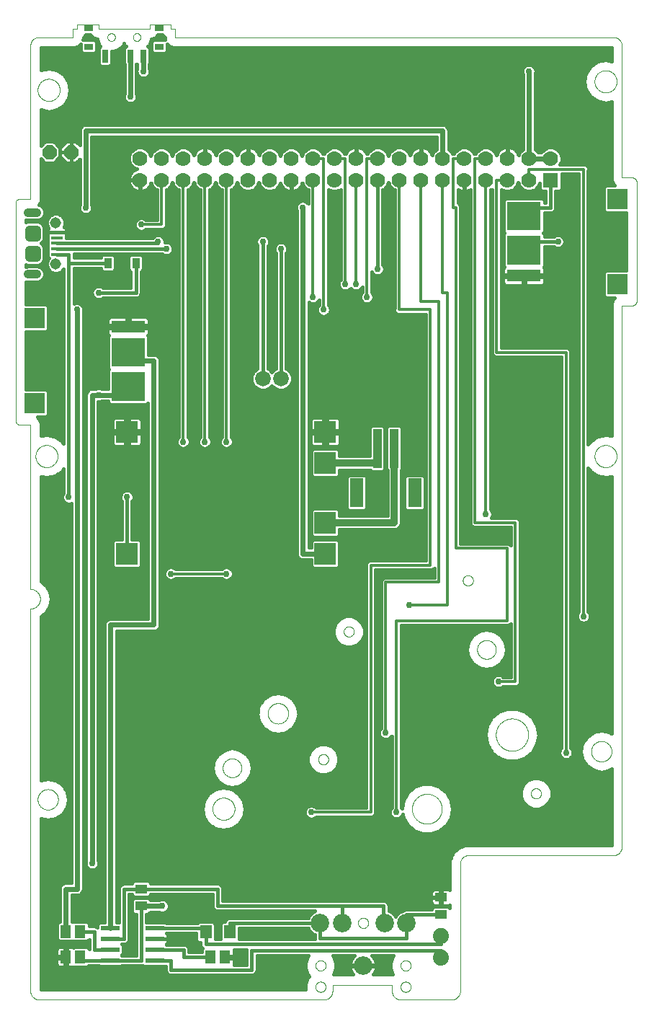
<source format=gbl>
G75*
%MOIN*%
%OFA0B0*%
%FSLAX25Y25*%
%IPPOS*%
%LPD*%
%AMOC8*
5,1,8,0,0,1.08239X$1,22.5*
%
%ADD10C,0.00000*%
%ADD11C,0.00039*%
%ADD12R,0.15748X0.07874*%
%ADD13R,0.07000X0.07000*%
%ADD14C,0.07000*%
%ADD15C,0.07200*%
%ADD16R,0.10000X0.10000*%
%ADD17OC8,0.06600*%
%ADD18R,0.03937X0.03150*%
%ADD19R,0.02756X0.05906*%
%ADD20R,0.08661X0.02362*%
%ADD21R,0.05118X0.05906*%
%ADD22C,0.07400*%
%ADD23R,0.03937X0.18110*%
%ADD24R,0.06299X0.13386*%
%ADD25C,0.03740*%
%ADD26R,0.05315X0.01575*%
%ADD27C,0.04000*%
%ADD28C,0.05150*%
%ADD29R,0.05512X0.06299*%
%ADD30R,0.05512X0.04331*%
%ADD31C,0.08600*%
%ADD32R,0.15748X0.05512*%
%ADD33R,0.09449X0.09449*%
%ADD34R,0.03583X0.04803*%
%ADD35C,0.01600*%
%ADD36C,0.02978*%
%ADD37C,0.01200*%
%ADD38C,0.02400*%
%ADD39C,0.01000*%
%ADD40C,0.03200*%
D10*
X0029320Y0023079D02*
X0029320Y0199850D01*
X0029453Y0199852D01*
X0029586Y0199858D01*
X0029718Y0199868D01*
X0029851Y0199881D01*
X0029982Y0199899D01*
X0030114Y0199920D01*
X0030244Y0199945D01*
X0030374Y0199974D01*
X0030503Y0200007D01*
X0030630Y0200044D01*
X0030757Y0200084D01*
X0030883Y0200128D01*
X0031007Y0200176D01*
X0031129Y0200227D01*
X0031250Y0200282D01*
X0031370Y0200341D01*
X0031487Y0200402D01*
X0031603Y0200468D01*
X0031717Y0200536D01*
X0031829Y0200608D01*
X0031938Y0200684D01*
X0032046Y0200762D01*
X0032151Y0200844D01*
X0032253Y0200928D01*
X0032353Y0201016D01*
X0032451Y0201106D01*
X0032545Y0201200D01*
X0032637Y0201296D01*
X0032726Y0201395D01*
X0032812Y0201496D01*
X0032895Y0201600D01*
X0032975Y0201706D01*
X0033052Y0201814D01*
X0033126Y0201925D01*
X0033196Y0202038D01*
X0033263Y0202152D01*
X0033327Y0202269D01*
X0033387Y0202388D01*
X0033444Y0202508D01*
X0033497Y0202630D01*
X0033546Y0202753D01*
X0033592Y0202878D01*
X0033635Y0203004D01*
X0033673Y0203131D01*
X0033708Y0203260D01*
X0033739Y0203389D01*
X0033766Y0203519D01*
X0033789Y0203650D01*
X0033809Y0203781D01*
X0033824Y0203914D01*
X0033836Y0204046D01*
X0033844Y0204179D01*
X0033848Y0204312D01*
X0033848Y0204444D01*
X0033844Y0204577D01*
X0033836Y0204710D01*
X0033824Y0204842D01*
X0033809Y0204975D01*
X0033789Y0205106D01*
X0033766Y0205237D01*
X0033739Y0205367D01*
X0033708Y0205496D01*
X0033673Y0205625D01*
X0033635Y0205752D01*
X0033592Y0205878D01*
X0033546Y0206003D01*
X0033497Y0206126D01*
X0033444Y0206248D01*
X0033387Y0206368D01*
X0033327Y0206487D01*
X0033263Y0206604D01*
X0033196Y0206718D01*
X0033126Y0206831D01*
X0033052Y0206942D01*
X0032975Y0207050D01*
X0032895Y0207156D01*
X0032812Y0207260D01*
X0032726Y0207361D01*
X0032637Y0207460D01*
X0032545Y0207556D01*
X0032451Y0207650D01*
X0032353Y0207740D01*
X0032253Y0207828D01*
X0032151Y0207912D01*
X0032046Y0207994D01*
X0031938Y0208072D01*
X0031829Y0208148D01*
X0031717Y0208220D01*
X0031603Y0208288D01*
X0031487Y0208354D01*
X0031370Y0208415D01*
X0031250Y0208474D01*
X0031129Y0208529D01*
X0031007Y0208580D01*
X0030883Y0208628D01*
X0030757Y0208672D01*
X0030630Y0208712D01*
X0030503Y0208749D01*
X0030374Y0208782D01*
X0030244Y0208811D01*
X0030114Y0208836D01*
X0029982Y0208857D01*
X0029851Y0208875D01*
X0029718Y0208888D01*
X0029586Y0208898D01*
X0029453Y0208904D01*
X0029320Y0208906D01*
X0029320Y0284890D01*
X0024399Y0284890D01*
X0024399Y0284889D02*
X0024313Y0284891D01*
X0024227Y0284896D01*
X0024142Y0284906D01*
X0024057Y0284919D01*
X0023973Y0284936D01*
X0023889Y0284956D01*
X0023807Y0284980D01*
X0023726Y0285008D01*
X0023645Y0285039D01*
X0023567Y0285073D01*
X0023490Y0285111D01*
X0023414Y0285153D01*
X0023341Y0285197D01*
X0023270Y0285245D01*
X0023200Y0285296D01*
X0023133Y0285350D01*
X0023069Y0285406D01*
X0023007Y0285466D01*
X0022947Y0285528D01*
X0022891Y0285592D01*
X0022837Y0285659D01*
X0022786Y0285729D01*
X0022738Y0285800D01*
X0022694Y0285874D01*
X0022652Y0285949D01*
X0022614Y0286026D01*
X0022580Y0286104D01*
X0022549Y0286185D01*
X0022521Y0286266D01*
X0022497Y0286348D01*
X0022477Y0286432D01*
X0022460Y0286516D01*
X0022447Y0286601D01*
X0022437Y0286686D01*
X0022432Y0286772D01*
X0022430Y0286858D01*
X0022430Y0387252D01*
X0022432Y0387338D01*
X0022437Y0387424D01*
X0022447Y0387509D01*
X0022460Y0387594D01*
X0022477Y0387678D01*
X0022497Y0387762D01*
X0022521Y0387844D01*
X0022549Y0387925D01*
X0022580Y0388006D01*
X0022614Y0388084D01*
X0022652Y0388161D01*
X0022694Y0388237D01*
X0022738Y0388310D01*
X0022786Y0388381D01*
X0022837Y0388451D01*
X0022891Y0388518D01*
X0022947Y0388582D01*
X0023007Y0388644D01*
X0023069Y0388704D01*
X0023133Y0388760D01*
X0023200Y0388814D01*
X0023270Y0388865D01*
X0023341Y0388913D01*
X0023415Y0388957D01*
X0023490Y0388999D01*
X0023567Y0389037D01*
X0023645Y0389071D01*
X0023726Y0389102D01*
X0023807Y0389130D01*
X0023889Y0389154D01*
X0023973Y0389174D01*
X0024057Y0389191D01*
X0024142Y0389204D01*
X0024227Y0389214D01*
X0024313Y0389219D01*
X0024399Y0389221D01*
X0024399Y0389220D02*
X0029320Y0389220D01*
X0029320Y0460087D01*
X0029322Y0460211D01*
X0029328Y0460334D01*
X0029337Y0460458D01*
X0029351Y0460580D01*
X0029368Y0460703D01*
X0029390Y0460825D01*
X0029415Y0460946D01*
X0029444Y0461066D01*
X0029476Y0461185D01*
X0029513Y0461304D01*
X0029553Y0461421D01*
X0029596Y0461536D01*
X0029644Y0461651D01*
X0029695Y0461763D01*
X0029749Y0461874D01*
X0029807Y0461984D01*
X0029868Y0462091D01*
X0029933Y0462197D01*
X0030001Y0462300D01*
X0030072Y0462401D01*
X0030146Y0462500D01*
X0030223Y0462597D01*
X0030304Y0462691D01*
X0030387Y0462782D01*
X0030473Y0462871D01*
X0030562Y0462957D01*
X0030653Y0463040D01*
X0030747Y0463121D01*
X0030844Y0463198D01*
X0030943Y0463272D01*
X0031044Y0463343D01*
X0031147Y0463411D01*
X0031253Y0463476D01*
X0031360Y0463537D01*
X0031470Y0463595D01*
X0031581Y0463649D01*
X0031693Y0463700D01*
X0031808Y0463748D01*
X0031923Y0463791D01*
X0032040Y0463831D01*
X0032159Y0463868D01*
X0032278Y0463900D01*
X0032398Y0463929D01*
X0032519Y0463954D01*
X0032641Y0463976D01*
X0032764Y0463993D01*
X0032886Y0464007D01*
X0033010Y0464016D01*
X0033133Y0464022D01*
X0033257Y0464024D01*
X0049005Y0464024D01*
X0049005Y0467961D01*
X0050974Y0467961D01*
X0050974Y0469929D01*
X0060816Y0469929D01*
X0060816Y0467961D01*
X0084438Y0467961D01*
X0084438Y0469929D01*
X0094281Y0469929D01*
X0094281Y0467961D01*
X0096249Y0467961D01*
X0096249Y0464024D01*
X0299005Y0464024D01*
X0299129Y0464022D01*
X0299252Y0464016D01*
X0299376Y0464007D01*
X0299498Y0463993D01*
X0299621Y0463976D01*
X0299743Y0463954D01*
X0299864Y0463929D01*
X0299984Y0463900D01*
X0300103Y0463868D01*
X0300222Y0463831D01*
X0300339Y0463791D01*
X0300454Y0463748D01*
X0300569Y0463700D01*
X0300681Y0463649D01*
X0300792Y0463595D01*
X0300902Y0463537D01*
X0301009Y0463476D01*
X0301115Y0463411D01*
X0301218Y0463343D01*
X0301319Y0463272D01*
X0301418Y0463198D01*
X0301515Y0463121D01*
X0301609Y0463040D01*
X0301700Y0462957D01*
X0301789Y0462871D01*
X0301875Y0462782D01*
X0301958Y0462691D01*
X0302039Y0462597D01*
X0302116Y0462500D01*
X0302190Y0462401D01*
X0302261Y0462300D01*
X0302329Y0462197D01*
X0302394Y0462091D01*
X0302455Y0461984D01*
X0302513Y0461874D01*
X0302567Y0461763D01*
X0302618Y0461651D01*
X0302666Y0461536D01*
X0302709Y0461421D01*
X0302749Y0461304D01*
X0302786Y0461185D01*
X0302818Y0461066D01*
X0302847Y0460946D01*
X0302872Y0460825D01*
X0302894Y0460703D01*
X0302911Y0460580D01*
X0302925Y0460458D01*
X0302934Y0460334D01*
X0302940Y0460211D01*
X0302942Y0460087D01*
X0302942Y0399063D01*
X0307864Y0399063D01*
X0307950Y0399061D01*
X0308036Y0399056D01*
X0308121Y0399046D01*
X0308206Y0399033D01*
X0308290Y0399016D01*
X0308374Y0398996D01*
X0308456Y0398972D01*
X0308537Y0398944D01*
X0308618Y0398913D01*
X0308696Y0398879D01*
X0308773Y0398841D01*
X0308849Y0398799D01*
X0308922Y0398755D01*
X0308993Y0398707D01*
X0309063Y0398656D01*
X0309130Y0398602D01*
X0309194Y0398546D01*
X0309256Y0398486D01*
X0309316Y0398424D01*
X0309372Y0398360D01*
X0309426Y0398293D01*
X0309477Y0398223D01*
X0309525Y0398152D01*
X0309569Y0398079D01*
X0309611Y0398003D01*
X0309649Y0397926D01*
X0309683Y0397848D01*
X0309714Y0397767D01*
X0309742Y0397686D01*
X0309766Y0397604D01*
X0309786Y0397520D01*
X0309803Y0397436D01*
X0309816Y0397351D01*
X0309826Y0397266D01*
X0309831Y0397180D01*
X0309833Y0397094D01*
X0309832Y0397094D02*
X0309832Y0341976D01*
X0309833Y0341976D02*
X0309831Y0341890D01*
X0309826Y0341804D01*
X0309816Y0341719D01*
X0309803Y0341634D01*
X0309786Y0341550D01*
X0309766Y0341466D01*
X0309742Y0341384D01*
X0309714Y0341303D01*
X0309683Y0341222D01*
X0309649Y0341144D01*
X0309611Y0341067D01*
X0309569Y0340992D01*
X0309525Y0340918D01*
X0309477Y0340847D01*
X0309426Y0340777D01*
X0309372Y0340710D01*
X0309316Y0340646D01*
X0309256Y0340584D01*
X0309194Y0340524D01*
X0309130Y0340468D01*
X0309063Y0340414D01*
X0308993Y0340363D01*
X0308922Y0340315D01*
X0308849Y0340271D01*
X0308773Y0340229D01*
X0308696Y0340191D01*
X0308618Y0340157D01*
X0308537Y0340126D01*
X0308456Y0340098D01*
X0308374Y0340074D01*
X0308290Y0340054D01*
X0308206Y0340037D01*
X0308121Y0340024D01*
X0308036Y0340014D01*
X0307950Y0340009D01*
X0307864Y0340007D01*
X0307864Y0340008D02*
X0302942Y0340008D01*
X0302942Y0089811D01*
X0302940Y0089687D01*
X0302934Y0089564D01*
X0302925Y0089440D01*
X0302911Y0089318D01*
X0302894Y0089195D01*
X0302872Y0089073D01*
X0302847Y0088952D01*
X0302818Y0088832D01*
X0302786Y0088713D01*
X0302749Y0088594D01*
X0302709Y0088477D01*
X0302666Y0088362D01*
X0302618Y0088247D01*
X0302567Y0088135D01*
X0302513Y0088024D01*
X0302455Y0087914D01*
X0302394Y0087807D01*
X0302329Y0087701D01*
X0302261Y0087598D01*
X0302190Y0087497D01*
X0302116Y0087398D01*
X0302039Y0087301D01*
X0301958Y0087207D01*
X0301875Y0087116D01*
X0301789Y0087027D01*
X0301700Y0086941D01*
X0301609Y0086858D01*
X0301515Y0086777D01*
X0301418Y0086700D01*
X0301319Y0086626D01*
X0301218Y0086555D01*
X0301115Y0086487D01*
X0301009Y0086422D01*
X0300902Y0086361D01*
X0300792Y0086303D01*
X0300681Y0086249D01*
X0300569Y0086198D01*
X0300454Y0086150D01*
X0300339Y0086107D01*
X0300222Y0086067D01*
X0300103Y0086030D01*
X0299984Y0085998D01*
X0299864Y0085969D01*
X0299743Y0085944D01*
X0299621Y0085922D01*
X0299498Y0085905D01*
X0299376Y0085891D01*
X0299252Y0085882D01*
X0299129Y0085876D01*
X0299005Y0085874D01*
X0232076Y0085874D01*
X0231952Y0085872D01*
X0231829Y0085866D01*
X0231705Y0085857D01*
X0231583Y0085843D01*
X0231460Y0085826D01*
X0231338Y0085804D01*
X0231217Y0085779D01*
X0231097Y0085750D01*
X0230978Y0085718D01*
X0230859Y0085681D01*
X0230742Y0085641D01*
X0230627Y0085598D01*
X0230512Y0085550D01*
X0230400Y0085499D01*
X0230289Y0085445D01*
X0230179Y0085387D01*
X0230072Y0085326D01*
X0229966Y0085261D01*
X0229863Y0085193D01*
X0229762Y0085122D01*
X0229663Y0085048D01*
X0229566Y0084971D01*
X0229472Y0084890D01*
X0229381Y0084807D01*
X0229292Y0084721D01*
X0229206Y0084632D01*
X0229123Y0084541D01*
X0229042Y0084447D01*
X0228965Y0084350D01*
X0228891Y0084251D01*
X0228820Y0084150D01*
X0228752Y0084047D01*
X0228687Y0083941D01*
X0228626Y0083834D01*
X0228568Y0083724D01*
X0228514Y0083613D01*
X0228463Y0083501D01*
X0228415Y0083386D01*
X0228372Y0083271D01*
X0228332Y0083154D01*
X0228295Y0083035D01*
X0228263Y0082916D01*
X0228234Y0082796D01*
X0228209Y0082675D01*
X0228187Y0082553D01*
X0228170Y0082430D01*
X0228156Y0082308D01*
X0228147Y0082184D01*
X0228141Y0082061D01*
X0228139Y0081937D01*
X0228139Y0023079D01*
X0228137Y0022955D01*
X0228131Y0022832D01*
X0228122Y0022708D01*
X0228108Y0022586D01*
X0228091Y0022463D01*
X0228069Y0022341D01*
X0228044Y0022220D01*
X0228015Y0022100D01*
X0227983Y0021981D01*
X0227946Y0021862D01*
X0227906Y0021745D01*
X0227863Y0021630D01*
X0227815Y0021515D01*
X0227764Y0021403D01*
X0227710Y0021292D01*
X0227652Y0021182D01*
X0227591Y0021075D01*
X0227526Y0020969D01*
X0227458Y0020866D01*
X0227387Y0020765D01*
X0227313Y0020666D01*
X0227236Y0020569D01*
X0227155Y0020475D01*
X0227072Y0020384D01*
X0226986Y0020295D01*
X0226897Y0020209D01*
X0226806Y0020126D01*
X0226712Y0020045D01*
X0226615Y0019968D01*
X0226516Y0019894D01*
X0226415Y0019823D01*
X0226312Y0019755D01*
X0226206Y0019690D01*
X0226099Y0019629D01*
X0225989Y0019571D01*
X0225878Y0019517D01*
X0225766Y0019466D01*
X0225651Y0019418D01*
X0225536Y0019375D01*
X0225419Y0019335D01*
X0225300Y0019298D01*
X0225181Y0019266D01*
X0225061Y0019237D01*
X0224940Y0019212D01*
X0224818Y0019190D01*
X0224695Y0019173D01*
X0224573Y0019159D01*
X0224449Y0019150D01*
X0224326Y0019144D01*
X0224202Y0019142D01*
X0200580Y0019142D01*
X0200456Y0019144D01*
X0200333Y0019150D01*
X0200209Y0019159D01*
X0200087Y0019173D01*
X0199964Y0019190D01*
X0199842Y0019212D01*
X0199721Y0019237D01*
X0199601Y0019266D01*
X0199482Y0019298D01*
X0199363Y0019335D01*
X0199246Y0019375D01*
X0199131Y0019418D01*
X0199016Y0019466D01*
X0198904Y0019517D01*
X0198793Y0019571D01*
X0198683Y0019629D01*
X0198576Y0019690D01*
X0198470Y0019755D01*
X0198367Y0019823D01*
X0198266Y0019894D01*
X0198167Y0019968D01*
X0198070Y0020045D01*
X0197976Y0020126D01*
X0197885Y0020209D01*
X0197796Y0020295D01*
X0197710Y0020384D01*
X0197627Y0020475D01*
X0197546Y0020569D01*
X0197469Y0020666D01*
X0197395Y0020765D01*
X0197324Y0020866D01*
X0197256Y0020969D01*
X0197191Y0021075D01*
X0197130Y0021182D01*
X0197072Y0021292D01*
X0197018Y0021403D01*
X0196967Y0021515D01*
X0196919Y0021630D01*
X0196876Y0021745D01*
X0196836Y0021862D01*
X0196799Y0021981D01*
X0196767Y0022100D01*
X0196738Y0022220D01*
X0196713Y0022341D01*
X0196691Y0022463D01*
X0196674Y0022586D01*
X0196660Y0022708D01*
X0196651Y0022832D01*
X0196645Y0022955D01*
X0196643Y0023079D01*
X0196643Y0026031D01*
X0169084Y0026031D01*
X0169084Y0023079D01*
X0169082Y0022955D01*
X0169076Y0022832D01*
X0169067Y0022708D01*
X0169053Y0022586D01*
X0169036Y0022463D01*
X0169014Y0022341D01*
X0168989Y0022220D01*
X0168960Y0022100D01*
X0168928Y0021981D01*
X0168891Y0021862D01*
X0168851Y0021745D01*
X0168808Y0021630D01*
X0168760Y0021515D01*
X0168709Y0021403D01*
X0168655Y0021292D01*
X0168597Y0021182D01*
X0168536Y0021075D01*
X0168471Y0020969D01*
X0168403Y0020866D01*
X0168332Y0020765D01*
X0168258Y0020666D01*
X0168181Y0020569D01*
X0168100Y0020475D01*
X0168017Y0020384D01*
X0167931Y0020295D01*
X0167842Y0020209D01*
X0167751Y0020126D01*
X0167657Y0020045D01*
X0167560Y0019968D01*
X0167461Y0019894D01*
X0167360Y0019823D01*
X0167257Y0019755D01*
X0167151Y0019690D01*
X0167044Y0019629D01*
X0166934Y0019571D01*
X0166823Y0019517D01*
X0166711Y0019466D01*
X0166596Y0019418D01*
X0166481Y0019375D01*
X0166364Y0019335D01*
X0166245Y0019298D01*
X0166126Y0019266D01*
X0166006Y0019237D01*
X0165885Y0019212D01*
X0165763Y0019190D01*
X0165640Y0019173D01*
X0165518Y0019159D01*
X0165394Y0019150D01*
X0165271Y0019144D01*
X0165147Y0019142D01*
X0033257Y0019142D01*
X0033133Y0019144D01*
X0033010Y0019150D01*
X0032886Y0019159D01*
X0032764Y0019173D01*
X0032641Y0019190D01*
X0032519Y0019212D01*
X0032398Y0019237D01*
X0032278Y0019266D01*
X0032159Y0019298D01*
X0032040Y0019335D01*
X0031923Y0019375D01*
X0031808Y0019418D01*
X0031693Y0019466D01*
X0031581Y0019517D01*
X0031470Y0019571D01*
X0031360Y0019629D01*
X0031253Y0019690D01*
X0031147Y0019755D01*
X0031044Y0019823D01*
X0030943Y0019894D01*
X0030844Y0019968D01*
X0030747Y0020045D01*
X0030653Y0020126D01*
X0030562Y0020209D01*
X0030473Y0020295D01*
X0030387Y0020384D01*
X0030304Y0020475D01*
X0030223Y0020569D01*
X0030146Y0020666D01*
X0030072Y0020765D01*
X0030001Y0020866D01*
X0029933Y0020969D01*
X0029868Y0021075D01*
X0029807Y0021182D01*
X0029749Y0021292D01*
X0029695Y0021403D01*
X0029644Y0021515D01*
X0029596Y0021630D01*
X0029553Y0021745D01*
X0029513Y0021862D01*
X0029476Y0021981D01*
X0029444Y0022100D01*
X0029415Y0022220D01*
X0029390Y0022341D01*
X0029368Y0022463D01*
X0029351Y0022586D01*
X0029337Y0022708D01*
X0029328Y0022832D01*
X0029322Y0022955D01*
X0029320Y0023079D01*
X0161210Y0025047D02*
X0161212Y0025144D01*
X0161218Y0025241D01*
X0161228Y0025337D01*
X0161242Y0025433D01*
X0161260Y0025529D01*
X0161281Y0025623D01*
X0161307Y0025717D01*
X0161336Y0025809D01*
X0161370Y0025900D01*
X0161406Y0025990D01*
X0161447Y0026078D01*
X0161491Y0026164D01*
X0161539Y0026249D01*
X0161590Y0026331D01*
X0161644Y0026412D01*
X0161702Y0026490D01*
X0161763Y0026565D01*
X0161826Y0026638D01*
X0161893Y0026709D01*
X0161963Y0026776D01*
X0162035Y0026841D01*
X0162110Y0026902D01*
X0162188Y0026961D01*
X0162267Y0027016D01*
X0162349Y0027068D01*
X0162433Y0027116D01*
X0162519Y0027161D01*
X0162607Y0027203D01*
X0162696Y0027241D01*
X0162787Y0027275D01*
X0162879Y0027305D01*
X0162972Y0027332D01*
X0163067Y0027354D01*
X0163162Y0027373D01*
X0163258Y0027388D01*
X0163354Y0027399D01*
X0163451Y0027406D01*
X0163548Y0027409D01*
X0163645Y0027408D01*
X0163742Y0027403D01*
X0163838Y0027394D01*
X0163934Y0027381D01*
X0164030Y0027364D01*
X0164125Y0027343D01*
X0164218Y0027319D01*
X0164311Y0027290D01*
X0164403Y0027258D01*
X0164493Y0027222D01*
X0164581Y0027183D01*
X0164668Y0027139D01*
X0164753Y0027093D01*
X0164836Y0027042D01*
X0164917Y0026989D01*
X0164995Y0026932D01*
X0165072Y0026872D01*
X0165145Y0026809D01*
X0165216Y0026743D01*
X0165284Y0026674D01*
X0165350Y0026602D01*
X0165412Y0026528D01*
X0165471Y0026451D01*
X0165527Y0026372D01*
X0165580Y0026290D01*
X0165630Y0026207D01*
X0165675Y0026121D01*
X0165718Y0026034D01*
X0165757Y0025945D01*
X0165792Y0025855D01*
X0165823Y0025763D01*
X0165850Y0025670D01*
X0165874Y0025576D01*
X0165894Y0025481D01*
X0165910Y0025385D01*
X0165922Y0025289D01*
X0165930Y0025192D01*
X0165934Y0025095D01*
X0165934Y0024999D01*
X0165930Y0024902D01*
X0165922Y0024805D01*
X0165910Y0024709D01*
X0165894Y0024613D01*
X0165874Y0024518D01*
X0165850Y0024424D01*
X0165823Y0024331D01*
X0165792Y0024239D01*
X0165757Y0024149D01*
X0165718Y0024060D01*
X0165675Y0023973D01*
X0165630Y0023887D01*
X0165580Y0023804D01*
X0165527Y0023722D01*
X0165471Y0023643D01*
X0165412Y0023566D01*
X0165350Y0023492D01*
X0165284Y0023420D01*
X0165216Y0023351D01*
X0165145Y0023285D01*
X0165072Y0023222D01*
X0164995Y0023162D01*
X0164917Y0023105D01*
X0164836Y0023052D01*
X0164753Y0023001D01*
X0164668Y0022955D01*
X0164581Y0022911D01*
X0164493Y0022872D01*
X0164403Y0022836D01*
X0164311Y0022804D01*
X0164218Y0022775D01*
X0164125Y0022751D01*
X0164030Y0022730D01*
X0163934Y0022713D01*
X0163838Y0022700D01*
X0163742Y0022691D01*
X0163645Y0022686D01*
X0163548Y0022685D01*
X0163451Y0022688D01*
X0163354Y0022695D01*
X0163258Y0022706D01*
X0163162Y0022721D01*
X0163067Y0022740D01*
X0162972Y0022762D01*
X0162879Y0022789D01*
X0162787Y0022819D01*
X0162696Y0022853D01*
X0162607Y0022891D01*
X0162519Y0022933D01*
X0162433Y0022978D01*
X0162349Y0023026D01*
X0162267Y0023078D01*
X0162188Y0023133D01*
X0162110Y0023192D01*
X0162035Y0023253D01*
X0161963Y0023318D01*
X0161893Y0023385D01*
X0161826Y0023456D01*
X0161763Y0023529D01*
X0161702Y0023604D01*
X0161644Y0023682D01*
X0161590Y0023763D01*
X0161539Y0023845D01*
X0161491Y0023930D01*
X0161447Y0024016D01*
X0161406Y0024104D01*
X0161370Y0024194D01*
X0161336Y0024285D01*
X0161307Y0024377D01*
X0161281Y0024471D01*
X0161260Y0024565D01*
X0161242Y0024661D01*
X0161228Y0024757D01*
X0161218Y0024853D01*
X0161212Y0024950D01*
X0161210Y0025047D01*
X0161210Y0034890D02*
X0161212Y0034987D01*
X0161218Y0035084D01*
X0161228Y0035180D01*
X0161242Y0035276D01*
X0161260Y0035372D01*
X0161281Y0035466D01*
X0161307Y0035560D01*
X0161336Y0035652D01*
X0161370Y0035743D01*
X0161406Y0035833D01*
X0161447Y0035921D01*
X0161491Y0036007D01*
X0161539Y0036092D01*
X0161590Y0036174D01*
X0161644Y0036255D01*
X0161702Y0036333D01*
X0161763Y0036408D01*
X0161826Y0036481D01*
X0161893Y0036552D01*
X0161963Y0036619D01*
X0162035Y0036684D01*
X0162110Y0036745D01*
X0162188Y0036804D01*
X0162267Y0036859D01*
X0162349Y0036911D01*
X0162433Y0036959D01*
X0162519Y0037004D01*
X0162607Y0037046D01*
X0162696Y0037084D01*
X0162787Y0037118D01*
X0162879Y0037148D01*
X0162972Y0037175D01*
X0163067Y0037197D01*
X0163162Y0037216D01*
X0163258Y0037231D01*
X0163354Y0037242D01*
X0163451Y0037249D01*
X0163548Y0037252D01*
X0163645Y0037251D01*
X0163742Y0037246D01*
X0163838Y0037237D01*
X0163934Y0037224D01*
X0164030Y0037207D01*
X0164125Y0037186D01*
X0164218Y0037162D01*
X0164311Y0037133D01*
X0164403Y0037101D01*
X0164493Y0037065D01*
X0164581Y0037026D01*
X0164668Y0036982D01*
X0164753Y0036936D01*
X0164836Y0036885D01*
X0164917Y0036832D01*
X0164995Y0036775D01*
X0165072Y0036715D01*
X0165145Y0036652D01*
X0165216Y0036586D01*
X0165284Y0036517D01*
X0165350Y0036445D01*
X0165412Y0036371D01*
X0165471Y0036294D01*
X0165527Y0036215D01*
X0165580Y0036133D01*
X0165630Y0036050D01*
X0165675Y0035964D01*
X0165718Y0035877D01*
X0165757Y0035788D01*
X0165792Y0035698D01*
X0165823Y0035606D01*
X0165850Y0035513D01*
X0165874Y0035419D01*
X0165894Y0035324D01*
X0165910Y0035228D01*
X0165922Y0035132D01*
X0165930Y0035035D01*
X0165934Y0034938D01*
X0165934Y0034842D01*
X0165930Y0034745D01*
X0165922Y0034648D01*
X0165910Y0034552D01*
X0165894Y0034456D01*
X0165874Y0034361D01*
X0165850Y0034267D01*
X0165823Y0034174D01*
X0165792Y0034082D01*
X0165757Y0033992D01*
X0165718Y0033903D01*
X0165675Y0033816D01*
X0165630Y0033730D01*
X0165580Y0033647D01*
X0165527Y0033565D01*
X0165471Y0033486D01*
X0165412Y0033409D01*
X0165350Y0033335D01*
X0165284Y0033263D01*
X0165216Y0033194D01*
X0165145Y0033128D01*
X0165072Y0033065D01*
X0164995Y0033005D01*
X0164917Y0032948D01*
X0164836Y0032895D01*
X0164753Y0032844D01*
X0164668Y0032798D01*
X0164581Y0032754D01*
X0164493Y0032715D01*
X0164403Y0032679D01*
X0164311Y0032647D01*
X0164218Y0032618D01*
X0164125Y0032594D01*
X0164030Y0032573D01*
X0163934Y0032556D01*
X0163838Y0032543D01*
X0163742Y0032534D01*
X0163645Y0032529D01*
X0163548Y0032528D01*
X0163451Y0032531D01*
X0163354Y0032538D01*
X0163258Y0032549D01*
X0163162Y0032564D01*
X0163067Y0032583D01*
X0162972Y0032605D01*
X0162879Y0032632D01*
X0162787Y0032662D01*
X0162696Y0032696D01*
X0162607Y0032734D01*
X0162519Y0032776D01*
X0162433Y0032821D01*
X0162349Y0032869D01*
X0162267Y0032921D01*
X0162188Y0032976D01*
X0162110Y0033035D01*
X0162035Y0033096D01*
X0161963Y0033161D01*
X0161893Y0033228D01*
X0161826Y0033299D01*
X0161763Y0033372D01*
X0161702Y0033447D01*
X0161644Y0033525D01*
X0161590Y0033606D01*
X0161539Y0033688D01*
X0161491Y0033773D01*
X0161447Y0033859D01*
X0161406Y0033947D01*
X0161370Y0034037D01*
X0161336Y0034128D01*
X0161307Y0034220D01*
X0161281Y0034314D01*
X0161260Y0034408D01*
X0161242Y0034504D01*
X0161228Y0034600D01*
X0161218Y0034696D01*
X0161212Y0034793D01*
X0161210Y0034890D01*
X0180895Y0054575D02*
X0180897Y0054672D01*
X0180903Y0054769D01*
X0180913Y0054865D01*
X0180927Y0054961D01*
X0180945Y0055057D01*
X0180966Y0055151D01*
X0180992Y0055245D01*
X0181021Y0055337D01*
X0181055Y0055428D01*
X0181091Y0055518D01*
X0181132Y0055606D01*
X0181176Y0055692D01*
X0181224Y0055777D01*
X0181275Y0055859D01*
X0181329Y0055940D01*
X0181387Y0056018D01*
X0181448Y0056093D01*
X0181511Y0056166D01*
X0181578Y0056237D01*
X0181648Y0056304D01*
X0181720Y0056369D01*
X0181795Y0056430D01*
X0181873Y0056489D01*
X0181952Y0056544D01*
X0182034Y0056596D01*
X0182118Y0056644D01*
X0182204Y0056689D01*
X0182292Y0056731D01*
X0182381Y0056769D01*
X0182472Y0056803D01*
X0182564Y0056833D01*
X0182657Y0056860D01*
X0182752Y0056882D01*
X0182847Y0056901D01*
X0182943Y0056916D01*
X0183039Y0056927D01*
X0183136Y0056934D01*
X0183233Y0056937D01*
X0183330Y0056936D01*
X0183427Y0056931D01*
X0183523Y0056922D01*
X0183619Y0056909D01*
X0183715Y0056892D01*
X0183810Y0056871D01*
X0183903Y0056847D01*
X0183996Y0056818D01*
X0184088Y0056786D01*
X0184178Y0056750D01*
X0184266Y0056711D01*
X0184353Y0056667D01*
X0184438Y0056621D01*
X0184521Y0056570D01*
X0184602Y0056517D01*
X0184680Y0056460D01*
X0184757Y0056400D01*
X0184830Y0056337D01*
X0184901Y0056271D01*
X0184969Y0056202D01*
X0185035Y0056130D01*
X0185097Y0056056D01*
X0185156Y0055979D01*
X0185212Y0055900D01*
X0185265Y0055818D01*
X0185315Y0055735D01*
X0185360Y0055649D01*
X0185403Y0055562D01*
X0185442Y0055473D01*
X0185477Y0055383D01*
X0185508Y0055291D01*
X0185535Y0055198D01*
X0185559Y0055104D01*
X0185579Y0055009D01*
X0185595Y0054913D01*
X0185607Y0054817D01*
X0185615Y0054720D01*
X0185619Y0054623D01*
X0185619Y0054527D01*
X0185615Y0054430D01*
X0185607Y0054333D01*
X0185595Y0054237D01*
X0185579Y0054141D01*
X0185559Y0054046D01*
X0185535Y0053952D01*
X0185508Y0053859D01*
X0185477Y0053767D01*
X0185442Y0053677D01*
X0185403Y0053588D01*
X0185360Y0053501D01*
X0185315Y0053415D01*
X0185265Y0053332D01*
X0185212Y0053250D01*
X0185156Y0053171D01*
X0185097Y0053094D01*
X0185035Y0053020D01*
X0184969Y0052948D01*
X0184901Y0052879D01*
X0184830Y0052813D01*
X0184757Y0052750D01*
X0184680Y0052690D01*
X0184602Y0052633D01*
X0184521Y0052580D01*
X0184438Y0052529D01*
X0184353Y0052483D01*
X0184266Y0052439D01*
X0184178Y0052400D01*
X0184088Y0052364D01*
X0183996Y0052332D01*
X0183903Y0052303D01*
X0183810Y0052279D01*
X0183715Y0052258D01*
X0183619Y0052241D01*
X0183523Y0052228D01*
X0183427Y0052219D01*
X0183330Y0052214D01*
X0183233Y0052213D01*
X0183136Y0052216D01*
X0183039Y0052223D01*
X0182943Y0052234D01*
X0182847Y0052249D01*
X0182752Y0052268D01*
X0182657Y0052290D01*
X0182564Y0052317D01*
X0182472Y0052347D01*
X0182381Y0052381D01*
X0182292Y0052419D01*
X0182204Y0052461D01*
X0182118Y0052506D01*
X0182034Y0052554D01*
X0181952Y0052606D01*
X0181873Y0052661D01*
X0181795Y0052720D01*
X0181720Y0052781D01*
X0181648Y0052846D01*
X0181578Y0052913D01*
X0181511Y0052984D01*
X0181448Y0053057D01*
X0181387Y0053132D01*
X0181329Y0053210D01*
X0181275Y0053291D01*
X0181224Y0053373D01*
X0181176Y0053458D01*
X0181132Y0053544D01*
X0181091Y0053632D01*
X0181055Y0053722D01*
X0181021Y0053813D01*
X0180992Y0053905D01*
X0180966Y0053999D01*
X0180945Y0054093D01*
X0180927Y0054189D01*
X0180913Y0054285D01*
X0180903Y0054381D01*
X0180897Y0054478D01*
X0180895Y0054575D01*
X0200580Y0034890D02*
X0200582Y0034987D01*
X0200588Y0035084D01*
X0200598Y0035180D01*
X0200612Y0035276D01*
X0200630Y0035372D01*
X0200651Y0035466D01*
X0200677Y0035560D01*
X0200706Y0035652D01*
X0200740Y0035743D01*
X0200776Y0035833D01*
X0200817Y0035921D01*
X0200861Y0036007D01*
X0200909Y0036092D01*
X0200960Y0036174D01*
X0201014Y0036255D01*
X0201072Y0036333D01*
X0201133Y0036408D01*
X0201196Y0036481D01*
X0201263Y0036552D01*
X0201333Y0036619D01*
X0201405Y0036684D01*
X0201480Y0036745D01*
X0201558Y0036804D01*
X0201637Y0036859D01*
X0201719Y0036911D01*
X0201803Y0036959D01*
X0201889Y0037004D01*
X0201977Y0037046D01*
X0202066Y0037084D01*
X0202157Y0037118D01*
X0202249Y0037148D01*
X0202342Y0037175D01*
X0202437Y0037197D01*
X0202532Y0037216D01*
X0202628Y0037231D01*
X0202724Y0037242D01*
X0202821Y0037249D01*
X0202918Y0037252D01*
X0203015Y0037251D01*
X0203112Y0037246D01*
X0203208Y0037237D01*
X0203304Y0037224D01*
X0203400Y0037207D01*
X0203495Y0037186D01*
X0203588Y0037162D01*
X0203681Y0037133D01*
X0203773Y0037101D01*
X0203863Y0037065D01*
X0203951Y0037026D01*
X0204038Y0036982D01*
X0204123Y0036936D01*
X0204206Y0036885D01*
X0204287Y0036832D01*
X0204365Y0036775D01*
X0204442Y0036715D01*
X0204515Y0036652D01*
X0204586Y0036586D01*
X0204654Y0036517D01*
X0204720Y0036445D01*
X0204782Y0036371D01*
X0204841Y0036294D01*
X0204897Y0036215D01*
X0204950Y0036133D01*
X0205000Y0036050D01*
X0205045Y0035964D01*
X0205088Y0035877D01*
X0205127Y0035788D01*
X0205162Y0035698D01*
X0205193Y0035606D01*
X0205220Y0035513D01*
X0205244Y0035419D01*
X0205264Y0035324D01*
X0205280Y0035228D01*
X0205292Y0035132D01*
X0205300Y0035035D01*
X0205304Y0034938D01*
X0205304Y0034842D01*
X0205300Y0034745D01*
X0205292Y0034648D01*
X0205280Y0034552D01*
X0205264Y0034456D01*
X0205244Y0034361D01*
X0205220Y0034267D01*
X0205193Y0034174D01*
X0205162Y0034082D01*
X0205127Y0033992D01*
X0205088Y0033903D01*
X0205045Y0033816D01*
X0205000Y0033730D01*
X0204950Y0033647D01*
X0204897Y0033565D01*
X0204841Y0033486D01*
X0204782Y0033409D01*
X0204720Y0033335D01*
X0204654Y0033263D01*
X0204586Y0033194D01*
X0204515Y0033128D01*
X0204442Y0033065D01*
X0204365Y0033005D01*
X0204287Y0032948D01*
X0204206Y0032895D01*
X0204123Y0032844D01*
X0204038Y0032798D01*
X0203951Y0032754D01*
X0203863Y0032715D01*
X0203773Y0032679D01*
X0203681Y0032647D01*
X0203588Y0032618D01*
X0203495Y0032594D01*
X0203400Y0032573D01*
X0203304Y0032556D01*
X0203208Y0032543D01*
X0203112Y0032534D01*
X0203015Y0032529D01*
X0202918Y0032528D01*
X0202821Y0032531D01*
X0202724Y0032538D01*
X0202628Y0032549D01*
X0202532Y0032564D01*
X0202437Y0032583D01*
X0202342Y0032605D01*
X0202249Y0032632D01*
X0202157Y0032662D01*
X0202066Y0032696D01*
X0201977Y0032734D01*
X0201889Y0032776D01*
X0201803Y0032821D01*
X0201719Y0032869D01*
X0201637Y0032921D01*
X0201558Y0032976D01*
X0201480Y0033035D01*
X0201405Y0033096D01*
X0201333Y0033161D01*
X0201263Y0033228D01*
X0201196Y0033299D01*
X0201133Y0033372D01*
X0201072Y0033447D01*
X0201014Y0033525D01*
X0200960Y0033606D01*
X0200909Y0033688D01*
X0200861Y0033773D01*
X0200817Y0033859D01*
X0200776Y0033947D01*
X0200740Y0034037D01*
X0200706Y0034128D01*
X0200677Y0034220D01*
X0200651Y0034314D01*
X0200630Y0034408D01*
X0200612Y0034504D01*
X0200598Y0034600D01*
X0200588Y0034696D01*
X0200582Y0034793D01*
X0200580Y0034890D01*
X0200580Y0025047D02*
X0200582Y0025144D01*
X0200588Y0025241D01*
X0200598Y0025337D01*
X0200612Y0025433D01*
X0200630Y0025529D01*
X0200651Y0025623D01*
X0200677Y0025717D01*
X0200706Y0025809D01*
X0200740Y0025900D01*
X0200776Y0025990D01*
X0200817Y0026078D01*
X0200861Y0026164D01*
X0200909Y0026249D01*
X0200960Y0026331D01*
X0201014Y0026412D01*
X0201072Y0026490D01*
X0201133Y0026565D01*
X0201196Y0026638D01*
X0201263Y0026709D01*
X0201333Y0026776D01*
X0201405Y0026841D01*
X0201480Y0026902D01*
X0201558Y0026961D01*
X0201637Y0027016D01*
X0201719Y0027068D01*
X0201803Y0027116D01*
X0201889Y0027161D01*
X0201977Y0027203D01*
X0202066Y0027241D01*
X0202157Y0027275D01*
X0202249Y0027305D01*
X0202342Y0027332D01*
X0202437Y0027354D01*
X0202532Y0027373D01*
X0202628Y0027388D01*
X0202724Y0027399D01*
X0202821Y0027406D01*
X0202918Y0027409D01*
X0203015Y0027408D01*
X0203112Y0027403D01*
X0203208Y0027394D01*
X0203304Y0027381D01*
X0203400Y0027364D01*
X0203495Y0027343D01*
X0203588Y0027319D01*
X0203681Y0027290D01*
X0203773Y0027258D01*
X0203863Y0027222D01*
X0203951Y0027183D01*
X0204038Y0027139D01*
X0204123Y0027093D01*
X0204206Y0027042D01*
X0204287Y0026989D01*
X0204365Y0026932D01*
X0204442Y0026872D01*
X0204515Y0026809D01*
X0204586Y0026743D01*
X0204654Y0026674D01*
X0204720Y0026602D01*
X0204782Y0026528D01*
X0204841Y0026451D01*
X0204897Y0026372D01*
X0204950Y0026290D01*
X0205000Y0026207D01*
X0205045Y0026121D01*
X0205088Y0026034D01*
X0205127Y0025945D01*
X0205162Y0025855D01*
X0205193Y0025763D01*
X0205220Y0025670D01*
X0205244Y0025576D01*
X0205264Y0025481D01*
X0205280Y0025385D01*
X0205292Y0025289D01*
X0205300Y0025192D01*
X0205304Y0025095D01*
X0205304Y0024999D01*
X0205300Y0024902D01*
X0205292Y0024805D01*
X0205280Y0024709D01*
X0205264Y0024613D01*
X0205244Y0024518D01*
X0205220Y0024424D01*
X0205193Y0024331D01*
X0205162Y0024239D01*
X0205127Y0024149D01*
X0205088Y0024060D01*
X0205045Y0023973D01*
X0205000Y0023887D01*
X0204950Y0023804D01*
X0204897Y0023722D01*
X0204841Y0023643D01*
X0204782Y0023566D01*
X0204720Y0023492D01*
X0204654Y0023420D01*
X0204586Y0023351D01*
X0204515Y0023285D01*
X0204442Y0023222D01*
X0204365Y0023162D01*
X0204287Y0023105D01*
X0204206Y0023052D01*
X0204123Y0023001D01*
X0204038Y0022955D01*
X0203951Y0022911D01*
X0203863Y0022872D01*
X0203773Y0022836D01*
X0203681Y0022804D01*
X0203588Y0022775D01*
X0203495Y0022751D01*
X0203400Y0022730D01*
X0203304Y0022713D01*
X0203208Y0022700D01*
X0203112Y0022691D01*
X0203015Y0022686D01*
X0202918Y0022685D01*
X0202821Y0022688D01*
X0202724Y0022695D01*
X0202628Y0022706D01*
X0202532Y0022721D01*
X0202437Y0022740D01*
X0202342Y0022762D01*
X0202249Y0022789D01*
X0202157Y0022819D01*
X0202066Y0022853D01*
X0201977Y0022891D01*
X0201889Y0022933D01*
X0201803Y0022978D01*
X0201719Y0023026D01*
X0201637Y0023078D01*
X0201558Y0023133D01*
X0201480Y0023192D01*
X0201405Y0023253D01*
X0201333Y0023318D01*
X0201263Y0023385D01*
X0201196Y0023456D01*
X0201133Y0023529D01*
X0201072Y0023604D01*
X0201014Y0023682D01*
X0200960Y0023763D01*
X0200909Y0023845D01*
X0200861Y0023930D01*
X0200817Y0024016D01*
X0200776Y0024104D01*
X0200740Y0024194D01*
X0200706Y0024285D01*
X0200677Y0024377D01*
X0200651Y0024471D01*
X0200630Y0024565D01*
X0200612Y0024661D01*
X0200598Y0024757D01*
X0200588Y0024853D01*
X0200582Y0024950D01*
X0200580Y0025047D01*
X0260895Y0114457D02*
X0260897Y0114554D01*
X0260903Y0114651D01*
X0260913Y0114747D01*
X0260927Y0114843D01*
X0260945Y0114939D01*
X0260966Y0115033D01*
X0260992Y0115127D01*
X0261021Y0115219D01*
X0261055Y0115310D01*
X0261091Y0115400D01*
X0261132Y0115488D01*
X0261176Y0115574D01*
X0261224Y0115659D01*
X0261275Y0115741D01*
X0261329Y0115822D01*
X0261387Y0115900D01*
X0261448Y0115975D01*
X0261511Y0116048D01*
X0261578Y0116119D01*
X0261648Y0116186D01*
X0261720Y0116251D01*
X0261795Y0116312D01*
X0261873Y0116371D01*
X0261952Y0116426D01*
X0262034Y0116478D01*
X0262118Y0116526D01*
X0262204Y0116571D01*
X0262292Y0116613D01*
X0262381Y0116651D01*
X0262472Y0116685D01*
X0262564Y0116715D01*
X0262657Y0116742D01*
X0262752Y0116764D01*
X0262847Y0116783D01*
X0262943Y0116798D01*
X0263039Y0116809D01*
X0263136Y0116816D01*
X0263233Y0116819D01*
X0263330Y0116818D01*
X0263427Y0116813D01*
X0263523Y0116804D01*
X0263619Y0116791D01*
X0263715Y0116774D01*
X0263810Y0116753D01*
X0263903Y0116729D01*
X0263996Y0116700D01*
X0264088Y0116668D01*
X0264178Y0116632D01*
X0264266Y0116593D01*
X0264353Y0116549D01*
X0264438Y0116503D01*
X0264521Y0116452D01*
X0264602Y0116399D01*
X0264680Y0116342D01*
X0264757Y0116282D01*
X0264830Y0116219D01*
X0264901Y0116153D01*
X0264969Y0116084D01*
X0265035Y0116012D01*
X0265097Y0115938D01*
X0265156Y0115861D01*
X0265212Y0115782D01*
X0265265Y0115700D01*
X0265315Y0115617D01*
X0265360Y0115531D01*
X0265403Y0115444D01*
X0265442Y0115355D01*
X0265477Y0115265D01*
X0265508Y0115173D01*
X0265535Y0115080D01*
X0265559Y0114986D01*
X0265579Y0114891D01*
X0265595Y0114795D01*
X0265607Y0114699D01*
X0265615Y0114602D01*
X0265619Y0114505D01*
X0265619Y0114409D01*
X0265615Y0114312D01*
X0265607Y0114215D01*
X0265595Y0114119D01*
X0265579Y0114023D01*
X0265559Y0113928D01*
X0265535Y0113834D01*
X0265508Y0113741D01*
X0265477Y0113649D01*
X0265442Y0113559D01*
X0265403Y0113470D01*
X0265360Y0113383D01*
X0265315Y0113297D01*
X0265265Y0113214D01*
X0265212Y0113132D01*
X0265156Y0113053D01*
X0265097Y0112976D01*
X0265035Y0112902D01*
X0264969Y0112830D01*
X0264901Y0112761D01*
X0264830Y0112695D01*
X0264757Y0112632D01*
X0264680Y0112572D01*
X0264602Y0112515D01*
X0264521Y0112462D01*
X0264438Y0112411D01*
X0264353Y0112365D01*
X0264266Y0112321D01*
X0264178Y0112282D01*
X0264088Y0112246D01*
X0263996Y0112214D01*
X0263903Y0112185D01*
X0263810Y0112161D01*
X0263715Y0112140D01*
X0263619Y0112123D01*
X0263523Y0112110D01*
X0263427Y0112101D01*
X0263330Y0112096D01*
X0263233Y0112095D01*
X0263136Y0112098D01*
X0263039Y0112105D01*
X0262943Y0112116D01*
X0262847Y0112131D01*
X0262752Y0112150D01*
X0262657Y0112172D01*
X0262564Y0112199D01*
X0262472Y0112229D01*
X0262381Y0112263D01*
X0262292Y0112301D01*
X0262204Y0112343D01*
X0262118Y0112388D01*
X0262034Y0112436D01*
X0261952Y0112488D01*
X0261873Y0112543D01*
X0261795Y0112602D01*
X0261720Y0112663D01*
X0261648Y0112728D01*
X0261578Y0112795D01*
X0261511Y0112866D01*
X0261448Y0112939D01*
X0261387Y0113014D01*
X0261329Y0113092D01*
X0261275Y0113173D01*
X0261224Y0113255D01*
X0261176Y0113340D01*
X0261132Y0113426D01*
X0261091Y0113514D01*
X0261055Y0113604D01*
X0261021Y0113695D01*
X0260992Y0113787D01*
X0260966Y0113881D01*
X0260945Y0113975D01*
X0260927Y0114071D01*
X0260913Y0114167D01*
X0260903Y0114263D01*
X0260897Y0114360D01*
X0260895Y0114457D01*
X0229399Y0212882D02*
X0229401Y0212979D01*
X0229407Y0213076D01*
X0229417Y0213172D01*
X0229431Y0213268D01*
X0229449Y0213364D01*
X0229470Y0213458D01*
X0229496Y0213552D01*
X0229525Y0213644D01*
X0229559Y0213735D01*
X0229595Y0213825D01*
X0229636Y0213913D01*
X0229680Y0213999D01*
X0229728Y0214084D01*
X0229779Y0214166D01*
X0229833Y0214247D01*
X0229891Y0214325D01*
X0229952Y0214400D01*
X0230015Y0214473D01*
X0230082Y0214544D01*
X0230152Y0214611D01*
X0230224Y0214676D01*
X0230299Y0214737D01*
X0230377Y0214796D01*
X0230456Y0214851D01*
X0230538Y0214903D01*
X0230622Y0214951D01*
X0230708Y0214996D01*
X0230796Y0215038D01*
X0230885Y0215076D01*
X0230976Y0215110D01*
X0231068Y0215140D01*
X0231161Y0215167D01*
X0231256Y0215189D01*
X0231351Y0215208D01*
X0231447Y0215223D01*
X0231543Y0215234D01*
X0231640Y0215241D01*
X0231737Y0215244D01*
X0231834Y0215243D01*
X0231931Y0215238D01*
X0232027Y0215229D01*
X0232123Y0215216D01*
X0232219Y0215199D01*
X0232314Y0215178D01*
X0232407Y0215154D01*
X0232500Y0215125D01*
X0232592Y0215093D01*
X0232682Y0215057D01*
X0232770Y0215018D01*
X0232857Y0214974D01*
X0232942Y0214928D01*
X0233025Y0214877D01*
X0233106Y0214824D01*
X0233184Y0214767D01*
X0233261Y0214707D01*
X0233334Y0214644D01*
X0233405Y0214578D01*
X0233473Y0214509D01*
X0233539Y0214437D01*
X0233601Y0214363D01*
X0233660Y0214286D01*
X0233716Y0214207D01*
X0233769Y0214125D01*
X0233819Y0214042D01*
X0233864Y0213956D01*
X0233907Y0213869D01*
X0233946Y0213780D01*
X0233981Y0213690D01*
X0234012Y0213598D01*
X0234039Y0213505D01*
X0234063Y0213411D01*
X0234083Y0213316D01*
X0234099Y0213220D01*
X0234111Y0213124D01*
X0234119Y0213027D01*
X0234123Y0212930D01*
X0234123Y0212834D01*
X0234119Y0212737D01*
X0234111Y0212640D01*
X0234099Y0212544D01*
X0234083Y0212448D01*
X0234063Y0212353D01*
X0234039Y0212259D01*
X0234012Y0212166D01*
X0233981Y0212074D01*
X0233946Y0211984D01*
X0233907Y0211895D01*
X0233864Y0211808D01*
X0233819Y0211722D01*
X0233769Y0211639D01*
X0233716Y0211557D01*
X0233660Y0211478D01*
X0233601Y0211401D01*
X0233539Y0211327D01*
X0233473Y0211255D01*
X0233405Y0211186D01*
X0233334Y0211120D01*
X0233261Y0211057D01*
X0233184Y0210997D01*
X0233106Y0210940D01*
X0233025Y0210887D01*
X0232942Y0210836D01*
X0232857Y0210790D01*
X0232770Y0210746D01*
X0232682Y0210707D01*
X0232592Y0210671D01*
X0232500Y0210639D01*
X0232407Y0210610D01*
X0232314Y0210586D01*
X0232219Y0210565D01*
X0232123Y0210548D01*
X0232027Y0210535D01*
X0231931Y0210526D01*
X0231834Y0210521D01*
X0231737Y0210520D01*
X0231640Y0210523D01*
X0231543Y0210530D01*
X0231447Y0210541D01*
X0231351Y0210556D01*
X0231256Y0210575D01*
X0231161Y0210597D01*
X0231068Y0210624D01*
X0230976Y0210654D01*
X0230885Y0210688D01*
X0230796Y0210726D01*
X0230708Y0210768D01*
X0230622Y0210813D01*
X0230538Y0210861D01*
X0230456Y0210913D01*
X0230377Y0210968D01*
X0230299Y0211027D01*
X0230224Y0211088D01*
X0230152Y0211153D01*
X0230082Y0211220D01*
X0230015Y0211291D01*
X0229952Y0211364D01*
X0229891Y0211439D01*
X0229833Y0211517D01*
X0229779Y0211598D01*
X0229728Y0211680D01*
X0229680Y0211765D01*
X0229636Y0211851D01*
X0229595Y0211939D01*
X0229559Y0212029D01*
X0229525Y0212120D01*
X0229496Y0212212D01*
X0229470Y0212306D01*
X0229449Y0212400D01*
X0229431Y0212496D01*
X0229417Y0212592D01*
X0229407Y0212688D01*
X0229401Y0212785D01*
X0229399Y0212882D01*
X0174281Y0189260D02*
X0174283Y0189357D01*
X0174289Y0189454D01*
X0174299Y0189550D01*
X0174313Y0189646D01*
X0174331Y0189742D01*
X0174352Y0189836D01*
X0174378Y0189930D01*
X0174407Y0190022D01*
X0174441Y0190113D01*
X0174477Y0190203D01*
X0174518Y0190291D01*
X0174562Y0190377D01*
X0174610Y0190462D01*
X0174661Y0190544D01*
X0174715Y0190625D01*
X0174773Y0190703D01*
X0174834Y0190778D01*
X0174897Y0190851D01*
X0174964Y0190922D01*
X0175034Y0190989D01*
X0175106Y0191054D01*
X0175181Y0191115D01*
X0175259Y0191174D01*
X0175338Y0191229D01*
X0175420Y0191281D01*
X0175504Y0191329D01*
X0175590Y0191374D01*
X0175678Y0191416D01*
X0175767Y0191454D01*
X0175858Y0191488D01*
X0175950Y0191518D01*
X0176043Y0191545D01*
X0176138Y0191567D01*
X0176233Y0191586D01*
X0176329Y0191601D01*
X0176425Y0191612D01*
X0176522Y0191619D01*
X0176619Y0191622D01*
X0176716Y0191621D01*
X0176813Y0191616D01*
X0176909Y0191607D01*
X0177005Y0191594D01*
X0177101Y0191577D01*
X0177196Y0191556D01*
X0177289Y0191532D01*
X0177382Y0191503D01*
X0177474Y0191471D01*
X0177564Y0191435D01*
X0177652Y0191396D01*
X0177739Y0191352D01*
X0177824Y0191306D01*
X0177907Y0191255D01*
X0177988Y0191202D01*
X0178066Y0191145D01*
X0178143Y0191085D01*
X0178216Y0191022D01*
X0178287Y0190956D01*
X0178355Y0190887D01*
X0178421Y0190815D01*
X0178483Y0190741D01*
X0178542Y0190664D01*
X0178598Y0190585D01*
X0178651Y0190503D01*
X0178701Y0190420D01*
X0178746Y0190334D01*
X0178789Y0190247D01*
X0178828Y0190158D01*
X0178863Y0190068D01*
X0178894Y0189976D01*
X0178921Y0189883D01*
X0178945Y0189789D01*
X0178965Y0189694D01*
X0178981Y0189598D01*
X0178993Y0189502D01*
X0179001Y0189405D01*
X0179005Y0189308D01*
X0179005Y0189212D01*
X0179001Y0189115D01*
X0178993Y0189018D01*
X0178981Y0188922D01*
X0178965Y0188826D01*
X0178945Y0188731D01*
X0178921Y0188637D01*
X0178894Y0188544D01*
X0178863Y0188452D01*
X0178828Y0188362D01*
X0178789Y0188273D01*
X0178746Y0188186D01*
X0178701Y0188100D01*
X0178651Y0188017D01*
X0178598Y0187935D01*
X0178542Y0187856D01*
X0178483Y0187779D01*
X0178421Y0187705D01*
X0178355Y0187633D01*
X0178287Y0187564D01*
X0178216Y0187498D01*
X0178143Y0187435D01*
X0178066Y0187375D01*
X0177988Y0187318D01*
X0177907Y0187265D01*
X0177824Y0187214D01*
X0177739Y0187168D01*
X0177652Y0187124D01*
X0177564Y0187085D01*
X0177474Y0187049D01*
X0177382Y0187017D01*
X0177289Y0186988D01*
X0177196Y0186964D01*
X0177101Y0186943D01*
X0177005Y0186926D01*
X0176909Y0186913D01*
X0176813Y0186904D01*
X0176716Y0186899D01*
X0176619Y0186898D01*
X0176522Y0186901D01*
X0176425Y0186908D01*
X0176329Y0186919D01*
X0176233Y0186934D01*
X0176138Y0186953D01*
X0176043Y0186975D01*
X0175950Y0187002D01*
X0175858Y0187032D01*
X0175767Y0187066D01*
X0175678Y0187104D01*
X0175590Y0187146D01*
X0175504Y0187191D01*
X0175420Y0187239D01*
X0175338Y0187291D01*
X0175259Y0187346D01*
X0175181Y0187405D01*
X0175106Y0187466D01*
X0175034Y0187531D01*
X0174964Y0187598D01*
X0174897Y0187669D01*
X0174834Y0187742D01*
X0174773Y0187817D01*
X0174715Y0187895D01*
X0174661Y0187976D01*
X0174610Y0188058D01*
X0174562Y0188143D01*
X0174518Y0188229D01*
X0174477Y0188317D01*
X0174441Y0188407D01*
X0174407Y0188498D01*
X0174378Y0188590D01*
X0174352Y0188684D01*
X0174331Y0188778D01*
X0174313Y0188874D01*
X0174299Y0188970D01*
X0174289Y0189066D01*
X0174283Y0189163D01*
X0174281Y0189260D01*
X0162470Y0130205D02*
X0162472Y0130302D01*
X0162478Y0130399D01*
X0162488Y0130495D01*
X0162502Y0130591D01*
X0162520Y0130687D01*
X0162541Y0130781D01*
X0162567Y0130875D01*
X0162596Y0130967D01*
X0162630Y0131058D01*
X0162666Y0131148D01*
X0162707Y0131236D01*
X0162751Y0131322D01*
X0162799Y0131407D01*
X0162850Y0131489D01*
X0162904Y0131570D01*
X0162962Y0131648D01*
X0163023Y0131723D01*
X0163086Y0131796D01*
X0163153Y0131867D01*
X0163223Y0131934D01*
X0163295Y0131999D01*
X0163370Y0132060D01*
X0163448Y0132119D01*
X0163527Y0132174D01*
X0163609Y0132226D01*
X0163693Y0132274D01*
X0163779Y0132319D01*
X0163867Y0132361D01*
X0163956Y0132399D01*
X0164047Y0132433D01*
X0164139Y0132463D01*
X0164232Y0132490D01*
X0164327Y0132512D01*
X0164422Y0132531D01*
X0164518Y0132546D01*
X0164614Y0132557D01*
X0164711Y0132564D01*
X0164808Y0132567D01*
X0164905Y0132566D01*
X0165002Y0132561D01*
X0165098Y0132552D01*
X0165194Y0132539D01*
X0165290Y0132522D01*
X0165385Y0132501D01*
X0165478Y0132477D01*
X0165571Y0132448D01*
X0165663Y0132416D01*
X0165753Y0132380D01*
X0165841Y0132341D01*
X0165928Y0132297D01*
X0166013Y0132251D01*
X0166096Y0132200D01*
X0166177Y0132147D01*
X0166255Y0132090D01*
X0166332Y0132030D01*
X0166405Y0131967D01*
X0166476Y0131901D01*
X0166544Y0131832D01*
X0166610Y0131760D01*
X0166672Y0131686D01*
X0166731Y0131609D01*
X0166787Y0131530D01*
X0166840Y0131448D01*
X0166890Y0131365D01*
X0166935Y0131279D01*
X0166978Y0131192D01*
X0167017Y0131103D01*
X0167052Y0131013D01*
X0167083Y0130921D01*
X0167110Y0130828D01*
X0167134Y0130734D01*
X0167154Y0130639D01*
X0167170Y0130543D01*
X0167182Y0130447D01*
X0167190Y0130350D01*
X0167194Y0130253D01*
X0167194Y0130157D01*
X0167190Y0130060D01*
X0167182Y0129963D01*
X0167170Y0129867D01*
X0167154Y0129771D01*
X0167134Y0129676D01*
X0167110Y0129582D01*
X0167083Y0129489D01*
X0167052Y0129397D01*
X0167017Y0129307D01*
X0166978Y0129218D01*
X0166935Y0129131D01*
X0166890Y0129045D01*
X0166840Y0128962D01*
X0166787Y0128880D01*
X0166731Y0128801D01*
X0166672Y0128724D01*
X0166610Y0128650D01*
X0166544Y0128578D01*
X0166476Y0128509D01*
X0166405Y0128443D01*
X0166332Y0128380D01*
X0166255Y0128320D01*
X0166177Y0128263D01*
X0166096Y0128210D01*
X0166013Y0128159D01*
X0165928Y0128113D01*
X0165841Y0128069D01*
X0165753Y0128030D01*
X0165663Y0127994D01*
X0165571Y0127962D01*
X0165478Y0127933D01*
X0165385Y0127909D01*
X0165290Y0127888D01*
X0165194Y0127871D01*
X0165098Y0127858D01*
X0165002Y0127849D01*
X0164905Y0127844D01*
X0164808Y0127843D01*
X0164711Y0127846D01*
X0164614Y0127853D01*
X0164518Y0127864D01*
X0164422Y0127879D01*
X0164327Y0127898D01*
X0164232Y0127920D01*
X0164139Y0127947D01*
X0164047Y0127977D01*
X0163956Y0128011D01*
X0163867Y0128049D01*
X0163779Y0128091D01*
X0163693Y0128136D01*
X0163609Y0128184D01*
X0163527Y0128236D01*
X0163448Y0128291D01*
X0163370Y0128350D01*
X0163295Y0128411D01*
X0163223Y0128476D01*
X0163153Y0128543D01*
X0163086Y0128614D01*
X0163023Y0128687D01*
X0162962Y0128762D01*
X0162904Y0128840D01*
X0162850Y0128921D01*
X0162799Y0129003D01*
X0162751Y0129088D01*
X0162707Y0129174D01*
X0162666Y0129262D01*
X0162630Y0129352D01*
X0162596Y0129443D01*
X0162567Y0129535D01*
X0162541Y0129629D01*
X0162520Y0129723D01*
X0162502Y0129819D01*
X0162488Y0129915D01*
X0162478Y0130011D01*
X0162472Y0130108D01*
X0162470Y0130205D01*
X0076761Y0464024D02*
X0076763Y0464108D01*
X0076769Y0464191D01*
X0076779Y0464274D01*
X0076793Y0464357D01*
X0076810Y0464439D01*
X0076832Y0464520D01*
X0076857Y0464599D01*
X0076886Y0464678D01*
X0076919Y0464755D01*
X0076955Y0464830D01*
X0076995Y0464904D01*
X0077038Y0464976D01*
X0077085Y0465045D01*
X0077135Y0465112D01*
X0077188Y0465177D01*
X0077244Y0465239D01*
X0077302Y0465299D01*
X0077364Y0465356D01*
X0077428Y0465409D01*
X0077495Y0465460D01*
X0077564Y0465507D01*
X0077635Y0465552D01*
X0077708Y0465592D01*
X0077783Y0465629D01*
X0077860Y0465663D01*
X0077938Y0465693D01*
X0078017Y0465719D01*
X0078098Y0465742D01*
X0078180Y0465760D01*
X0078262Y0465775D01*
X0078345Y0465786D01*
X0078428Y0465793D01*
X0078512Y0465796D01*
X0078596Y0465795D01*
X0078679Y0465790D01*
X0078763Y0465781D01*
X0078845Y0465768D01*
X0078927Y0465752D01*
X0079008Y0465731D01*
X0079089Y0465707D01*
X0079167Y0465679D01*
X0079245Y0465647D01*
X0079321Y0465611D01*
X0079395Y0465572D01*
X0079467Y0465530D01*
X0079537Y0465484D01*
X0079605Y0465435D01*
X0079670Y0465383D01*
X0079733Y0465328D01*
X0079793Y0465270D01*
X0079851Y0465209D01*
X0079905Y0465145D01*
X0079957Y0465079D01*
X0080005Y0465011D01*
X0080050Y0464940D01*
X0080091Y0464867D01*
X0080130Y0464793D01*
X0080164Y0464717D01*
X0080195Y0464639D01*
X0080222Y0464560D01*
X0080246Y0464479D01*
X0080265Y0464398D01*
X0080281Y0464316D01*
X0080293Y0464233D01*
X0080301Y0464149D01*
X0080305Y0464066D01*
X0080305Y0463982D01*
X0080301Y0463899D01*
X0080293Y0463815D01*
X0080281Y0463732D01*
X0080265Y0463650D01*
X0080246Y0463569D01*
X0080222Y0463488D01*
X0080195Y0463409D01*
X0080164Y0463331D01*
X0080130Y0463255D01*
X0080091Y0463181D01*
X0080050Y0463108D01*
X0080005Y0463037D01*
X0079957Y0462969D01*
X0079905Y0462903D01*
X0079851Y0462839D01*
X0079793Y0462778D01*
X0079733Y0462720D01*
X0079670Y0462665D01*
X0079605Y0462613D01*
X0079537Y0462564D01*
X0079467Y0462518D01*
X0079395Y0462476D01*
X0079321Y0462437D01*
X0079245Y0462401D01*
X0079167Y0462369D01*
X0079089Y0462341D01*
X0079008Y0462317D01*
X0078927Y0462296D01*
X0078845Y0462280D01*
X0078763Y0462267D01*
X0078679Y0462258D01*
X0078596Y0462253D01*
X0078512Y0462252D01*
X0078428Y0462255D01*
X0078345Y0462262D01*
X0078262Y0462273D01*
X0078180Y0462288D01*
X0078098Y0462306D01*
X0078017Y0462329D01*
X0077938Y0462355D01*
X0077860Y0462385D01*
X0077783Y0462419D01*
X0077708Y0462456D01*
X0077635Y0462496D01*
X0077564Y0462541D01*
X0077495Y0462588D01*
X0077428Y0462639D01*
X0077364Y0462692D01*
X0077302Y0462749D01*
X0077244Y0462809D01*
X0077188Y0462871D01*
X0077135Y0462936D01*
X0077085Y0463003D01*
X0077038Y0463072D01*
X0076995Y0463144D01*
X0076955Y0463218D01*
X0076919Y0463293D01*
X0076886Y0463370D01*
X0076857Y0463449D01*
X0076832Y0463528D01*
X0076810Y0463609D01*
X0076793Y0463691D01*
X0076779Y0463774D01*
X0076769Y0463857D01*
X0076763Y0463940D01*
X0076761Y0464024D01*
X0064950Y0464024D02*
X0064952Y0464108D01*
X0064958Y0464191D01*
X0064968Y0464274D01*
X0064982Y0464357D01*
X0064999Y0464439D01*
X0065021Y0464520D01*
X0065046Y0464599D01*
X0065075Y0464678D01*
X0065108Y0464755D01*
X0065144Y0464830D01*
X0065184Y0464904D01*
X0065227Y0464976D01*
X0065274Y0465045D01*
X0065324Y0465112D01*
X0065377Y0465177D01*
X0065433Y0465239D01*
X0065491Y0465299D01*
X0065553Y0465356D01*
X0065617Y0465409D01*
X0065684Y0465460D01*
X0065753Y0465507D01*
X0065824Y0465552D01*
X0065897Y0465592D01*
X0065972Y0465629D01*
X0066049Y0465663D01*
X0066127Y0465693D01*
X0066206Y0465719D01*
X0066287Y0465742D01*
X0066369Y0465760D01*
X0066451Y0465775D01*
X0066534Y0465786D01*
X0066617Y0465793D01*
X0066701Y0465796D01*
X0066785Y0465795D01*
X0066868Y0465790D01*
X0066952Y0465781D01*
X0067034Y0465768D01*
X0067116Y0465752D01*
X0067197Y0465731D01*
X0067278Y0465707D01*
X0067356Y0465679D01*
X0067434Y0465647D01*
X0067510Y0465611D01*
X0067584Y0465572D01*
X0067656Y0465530D01*
X0067726Y0465484D01*
X0067794Y0465435D01*
X0067859Y0465383D01*
X0067922Y0465328D01*
X0067982Y0465270D01*
X0068040Y0465209D01*
X0068094Y0465145D01*
X0068146Y0465079D01*
X0068194Y0465011D01*
X0068239Y0464940D01*
X0068280Y0464867D01*
X0068319Y0464793D01*
X0068353Y0464717D01*
X0068384Y0464639D01*
X0068411Y0464560D01*
X0068435Y0464479D01*
X0068454Y0464398D01*
X0068470Y0464316D01*
X0068482Y0464233D01*
X0068490Y0464149D01*
X0068494Y0464066D01*
X0068494Y0463982D01*
X0068490Y0463899D01*
X0068482Y0463815D01*
X0068470Y0463732D01*
X0068454Y0463650D01*
X0068435Y0463569D01*
X0068411Y0463488D01*
X0068384Y0463409D01*
X0068353Y0463331D01*
X0068319Y0463255D01*
X0068280Y0463181D01*
X0068239Y0463108D01*
X0068194Y0463037D01*
X0068146Y0462969D01*
X0068094Y0462903D01*
X0068040Y0462839D01*
X0067982Y0462778D01*
X0067922Y0462720D01*
X0067859Y0462665D01*
X0067794Y0462613D01*
X0067726Y0462564D01*
X0067656Y0462518D01*
X0067584Y0462476D01*
X0067510Y0462437D01*
X0067434Y0462401D01*
X0067356Y0462369D01*
X0067278Y0462341D01*
X0067197Y0462317D01*
X0067116Y0462296D01*
X0067034Y0462280D01*
X0066952Y0462267D01*
X0066868Y0462258D01*
X0066785Y0462253D01*
X0066701Y0462252D01*
X0066617Y0462255D01*
X0066534Y0462262D01*
X0066451Y0462273D01*
X0066369Y0462288D01*
X0066287Y0462306D01*
X0066206Y0462329D01*
X0066127Y0462355D01*
X0066049Y0462385D01*
X0065972Y0462419D01*
X0065897Y0462456D01*
X0065824Y0462496D01*
X0065753Y0462541D01*
X0065684Y0462588D01*
X0065617Y0462639D01*
X0065553Y0462692D01*
X0065491Y0462749D01*
X0065433Y0462809D01*
X0065377Y0462871D01*
X0065324Y0462936D01*
X0065274Y0463003D01*
X0065227Y0463072D01*
X0065184Y0463144D01*
X0065144Y0463218D01*
X0065108Y0463293D01*
X0065075Y0463370D01*
X0065046Y0463449D01*
X0065021Y0463528D01*
X0064999Y0463609D01*
X0064982Y0463691D01*
X0064968Y0463774D01*
X0064958Y0463857D01*
X0064952Y0463940D01*
X0064950Y0464024D01*
D11*
X0032667Y0439614D02*
X0032669Y0439757D01*
X0032675Y0439900D01*
X0032685Y0440042D01*
X0032699Y0440184D01*
X0032717Y0440326D01*
X0032739Y0440468D01*
X0032764Y0440608D01*
X0032794Y0440748D01*
X0032828Y0440887D01*
X0032865Y0441025D01*
X0032907Y0441162D01*
X0032952Y0441297D01*
X0033001Y0441431D01*
X0033053Y0441564D01*
X0033109Y0441696D01*
X0033169Y0441825D01*
X0033233Y0441953D01*
X0033300Y0442080D01*
X0033371Y0442204D01*
X0033445Y0442326D01*
X0033522Y0442446D01*
X0033603Y0442564D01*
X0033687Y0442680D01*
X0033774Y0442793D01*
X0033864Y0442904D01*
X0033958Y0443012D01*
X0034054Y0443118D01*
X0034153Y0443220D01*
X0034256Y0443320D01*
X0034360Y0443417D01*
X0034468Y0443512D01*
X0034578Y0443603D01*
X0034691Y0443691D01*
X0034806Y0443775D01*
X0034923Y0443857D01*
X0035043Y0443935D01*
X0035164Y0444010D01*
X0035288Y0444082D01*
X0035414Y0444150D01*
X0035541Y0444214D01*
X0035671Y0444275D01*
X0035802Y0444332D01*
X0035934Y0444386D01*
X0036068Y0444435D01*
X0036203Y0444482D01*
X0036340Y0444524D01*
X0036478Y0444562D01*
X0036616Y0444597D01*
X0036756Y0444627D01*
X0036896Y0444654D01*
X0037037Y0444677D01*
X0037179Y0444696D01*
X0037321Y0444711D01*
X0037464Y0444722D01*
X0037606Y0444729D01*
X0037749Y0444732D01*
X0037892Y0444731D01*
X0038035Y0444726D01*
X0038178Y0444717D01*
X0038320Y0444704D01*
X0038462Y0444687D01*
X0038603Y0444666D01*
X0038744Y0444641D01*
X0038884Y0444613D01*
X0039023Y0444580D01*
X0039161Y0444543D01*
X0039298Y0444503D01*
X0039434Y0444459D01*
X0039569Y0444411D01*
X0039702Y0444359D01*
X0039834Y0444304D01*
X0039964Y0444245D01*
X0040093Y0444182D01*
X0040219Y0444116D01*
X0040344Y0444046D01*
X0040467Y0443973D01*
X0040587Y0443897D01*
X0040706Y0443817D01*
X0040822Y0443733D01*
X0040936Y0443647D01*
X0041047Y0443557D01*
X0041156Y0443465D01*
X0041262Y0443369D01*
X0041366Y0443271D01*
X0041467Y0443169D01*
X0041564Y0443065D01*
X0041659Y0442958D01*
X0041751Y0442849D01*
X0041840Y0442737D01*
X0041926Y0442622D01*
X0042008Y0442506D01*
X0042087Y0442386D01*
X0042163Y0442265D01*
X0042235Y0442142D01*
X0042304Y0442017D01*
X0042369Y0441890D01*
X0042431Y0441761D01*
X0042489Y0441630D01*
X0042544Y0441498D01*
X0042594Y0441364D01*
X0042641Y0441229D01*
X0042685Y0441093D01*
X0042724Y0440956D01*
X0042759Y0440817D01*
X0042791Y0440678D01*
X0042819Y0440538D01*
X0042843Y0440397D01*
X0042863Y0440255D01*
X0042879Y0440113D01*
X0042891Y0439971D01*
X0042899Y0439828D01*
X0042903Y0439685D01*
X0042903Y0439543D01*
X0042899Y0439400D01*
X0042891Y0439257D01*
X0042879Y0439115D01*
X0042863Y0438973D01*
X0042843Y0438831D01*
X0042819Y0438690D01*
X0042791Y0438550D01*
X0042759Y0438411D01*
X0042724Y0438272D01*
X0042685Y0438135D01*
X0042641Y0437999D01*
X0042594Y0437864D01*
X0042544Y0437730D01*
X0042489Y0437598D01*
X0042431Y0437467D01*
X0042369Y0437338D01*
X0042304Y0437211D01*
X0042235Y0437086D01*
X0042163Y0436963D01*
X0042087Y0436842D01*
X0042008Y0436722D01*
X0041926Y0436606D01*
X0041840Y0436491D01*
X0041751Y0436379D01*
X0041659Y0436270D01*
X0041564Y0436163D01*
X0041467Y0436059D01*
X0041366Y0435957D01*
X0041262Y0435859D01*
X0041156Y0435763D01*
X0041047Y0435671D01*
X0040936Y0435581D01*
X0040822Y0435495D01*
X0040706Y0435411D01*
X0040587Y0435331D01*
X0040467Y0435255D01*
X0040344Y0435182D01*
X0040219Y0435112D01*
X0040093Y0435046D01*
X0039964Y0434983D01*
X0039834Y0434924D01*
X0039702Y0434869D01*
X0039569Y0434817D01*
X0039434Y0434769D01*
X0039298Y0434725D01*
X0039161Y0434685D01*
X0039023Y0434648D01*
X0038884Y0434615D01*
X0038744Y0434587D01*
X0038603Y0434562D01*
X0038462Y0434541D01*
X0038320Y0434524D01*
X0038178Y0434511D01*
X0038035Y0434502D01*
X0037892Y0434497D01*
X0037749Y0434496D01*
X0037606Y0434499D01*
X0037464Y0434506D01*
X0037321Y0434517D01*
X0037179Y0434532D01*
X0037037Y0434551D01*
X0036896Y0434574D01*
X0036756Y0434601D01*
X0036616Y0434631D01*
X0036478Y0434666D01*
X0036340Y0434704D01*
X0036203Y0434746D01*
X0036068Y0434793D01*
X0035934Y0434842D01*
X0035802Y0434896D01*
X0035671Y0434953D01*
X0035541Y0435014D01*
X0035414Y0435078D01*
X0035288Y0435146D01*
X0035164Y0435218D01*
X0035043Y0435293D01*
X0034923Y0435371D01*
X0034806Y0435453D01*
X0034691Y0435537D01*
X0034578Y0435625D01*
X0034468Y0435716D01*
X0034360Y0435811D01*
X0034256Y0435908D01*
X0034153Y0436008D01*
X0034054Y0436110D01*
X0033958Y0436216D01*
X0033864Y0436324D01*
X0033774Y0436435D01*
X0033687Y0436548D01*
X0033603Y0436664D01*
X0033522Y0436782D01*
X0033445Y0436902D01*
X0033371Y0437024D01*
X0033300Y0437148D01*
X0033233Y0437275D01*
X0033169Y0437403D01*
X0033109Y0437532D01*
X0033053Y0437664D01*
X0033001Y0437797D01*
X0032952Y0437931D01*
X0032907Y0438066D01*
X0032865Y0438203D01*
X0032828Y0438341D01*
X0032794Y0438480D01*
X0032764Y0438620D01*
X0032739Y0438760D01*
X0032717Y0438902D01*
X0032699Y0439044D01*
X0032685Y0439186D01*
X0032675Y0439328D01*
X0032669Y0439471D01*
X0032667Y0439614D01*
X0031683Y0270323D02*
X0031685Y0270466D01*
X0031691Y0270609D01*
X0031701Y0270751D01*
X0031715Y0270893D01*
X0031733Y0271035D01*
X0031755Y0271177D01*
X0031780Y0271317D01*
X0031810Y0271457D01*
X0031844Y0271596D01*
X0031881Y0271734D01*
X0031923Y0271871D01*
X0031968Y0272006D01*
X0032017Y0272140D01*
X0032069Y0272273D01*
X0032125Y0272405D01*
X0032185Y0272534D01*
X0032249Y0272662D01*
X0032316Y0272789D01*
X0032387Y0272913D01*
X0032461Y0273035D01*
X0032538Y0273155D01*
X0032619Y0273273D01*
X0032703Y0273389D01*
X0032790Y0273502D01*
X0032880Y0273613D01*
X0032974Y0273721D01*
X0033070Y0273827D01*
X0033169Y0273929D01*
X0033272Y0274029D01*
X0033376Y0274126D01*
X0033484Y0274221D01*
X0033594Y0274312D01*
X0033707Y0274400D01*
X0033822Y0274484D01*
X0033939Y0274566D01*
X0034059Y0274644D01*
X0034180Y0274719D01*
X0034304Y0274791D01*
X0034430Y0274859D01*
X0034557Y0274923D01*
X0034687Y0274984D01*
X0034818Y0275041D01*
X0034950Y0275095D01*
X0035084Y0275144D01*
X0035219Y0275191D01*
X0035356Y0275233D01*
X0035494Y0275271D01*
X0035632Y0275306D01*
X0035772Y0275336D01*
X0035912Y0275363D01*
X0036053Y0275386D01*
X0036195Y0275405D01*
X0036337Y0275420D01*
X0036480Y0275431D01*
X0036622Y0275438D01*
X0036765Y0275441D01*
X0036908Y0275440D01*
X0037051Y0275435D01*
X0037194Y0275426D01*
X0037336Y0275413D01*
X0037478Y0275396D01*
X0037619Y0275375D01*
X0037760Y0275350D01*
X0037900Y0275322D01*
X0038039Y0275289D01*
X0038177Y0275252D01*
X0038314Y0275212D01*
X0038450Y0275168D01*
X0038585Y0275120D01*
X0038718Y0275068D01*
X0038850Y0275013D01*
X0038980Y0274954D01*
X0039109Y0274891D01*
X0039235Y0274825D01*
X0039360Y0274755D01*
X0039483Y0274682D01*
X0039603Y0274606D01*
X0039722Y0274526D01*
X0039838Y0274442D01*
X0039952Y0274356D01*
X0040063Y0274266D01*
X0040172Y0274174D01*
X0040278Y0274078D01*
X0040382Y0273980D01*
X0040483Y0273878D01*
X0040580Y0273774D01*
X0040675Y0273667D01*
X0040767Y0273558D01*
X0040856Y0273446D01*
X0040942Y0273331D01*
X0041024Y0273215D01*
X0041103Y0273095D01*
X0041179Y0272974D01*
X0041251Y0272851D01*
X0041320Y0272726D01*
X0041385Y0272599D01*
X0041447Y0272470D01*
X0041505Y0272339D01*
X0041560Y0272207D01*
X0041610Y0272073D01*
X0041657Y0271938D01*
X0041701Y0271802D01*
X0041740Y0271665D01*
X0041775Y0271526D01*
X0041807Y0271387D01*
X0041835Y0271247D01*
X0041859Y0271106D01*
X0041879Y0270964D01*
X0041895Y0270822D01*
X0041907Y0270680D01*
X0041915Y0270537D01*
X0041919Y0270394D01*
X0041919Y0270252D01*
X0041915Y0270109D01*
X0041907Y0269966D01*
X0041895Y0269824D01*
X0041879Y0269682D01*
X0041859Y0269540D01*
X0041835Y0269399D01*
X0041807Y0269259D01*
X0041775Y0269120D01*
X0041740Y0268981D01*
X0041701Y0268844D01*
X0041657Y0268708D01*
X0041610Y0268573D01*
X0041560Y0268439D01*
X0041505Y0268307D01*
X0041447Y0268176D01*
X0041385Y0268047D01*
X0041320Y0267920D01*
X0041251Y0267795D01*
X0041179Y0267672D01*
X0041103Y0267551D01*
X0041024Y0267431D01*
X0040942Y0267315D01*
X0040856Y0267200D01*
X0040767Y0267088D01*
X0040675Y0266979D01*
X0040580Y0266872D01*
X0040483Y0266768D01*
X0040382Y0266666D01*
X0040278Y0266568D01*
X0040172Y0266472D01*
X0040063Y0266380D01*
X0039952Y0266290D01*
X0039838Y0266204D01*
X0039722Y0266120D01*
X0039603Y0266040D01*
X0039483Y0265964D01*
X0039360Y0265891D01*
X0039235Y0265821D01*
X0039109Y0265755D01*
X0038980Y0265692D01*
X0038850Y0265633D01*
X0038718Y0265578D01*
X0038585Y0265526D01*
X0038450Y0265478D01*
X0038314Y0265434D01*
X0038177Y0265394D01*
X0038039Y0265357D01*
X0037900Y0265324D01*
X0037760Y0265296D01*
X0037619Y0265271D01*
X0037478Y0265250D01*
X0037336Y0265233D01*
X0037194Y0265220D01*
X0037051Y0265211D01*
X0036908Y0265206D01*
X0036765Y0265205D01*
X0036622Y0265208D01*
X0036480Y0265215D01*
X0036337Y0265226D01*
X0036195Y0265241D01*
X0036053Y0265260D01*
X0035912Y0265283D01*
X0035772Y0265310D01*
X0035632Y0265340D01*
X0035494Y0265375D01*
X0035356Y0265413D01*
X0035219Y0265455D01*
X0035084Y0265502D01*
X0034950Y0265551D01*
X0034818Y0265605D01*
X0034687Y0265662D01*
X0034557Y0265723D01*
X0034430Y0265787D01*
X0034304Y0265855D01*
X0034180Y0265927D01*
X0034059Y0266002D01*
X0033939Y0266080D01*
X0033822Y0266162D01*
X0033707Y0266246D01*
X0033594Y0266334D01*
X0033484Y0266425D01*
X0033376Y0266520D01*
X0033272Y0266617D01*
X0033169Y0266717D01*
X0033070Y0266819D01*
X0032974Y0266925D01*
X0032880Y0267033D01*
X0032790Y0267144D01*
X0032703Y0267257D01*
X0032619Y0267373D01*
X0032538Y0267491D01*
X0032461Y0267611D01*
X0032387Y0267733D01*
X0032316Y0267857D01*
X0032249Y0267984D01*
X0032185Y0268112D01*
X0032125Y0268241D01*
X0032069Y0268373D01*
X0032017Y0268506D01*
X0031968Y0268640D01*
X0031923Y0268775D01*
X0031881Y0268912D01*
X0031844Y0269050D01*
X0031810Y0269189D01*
X0031780Y0269329D01*
X0031755Y0269469D01*
X0031733Y0269611D01*
X0031715Y0269753D01*
X0031701Y0269895D01*
X0031691Y0270037D01*
X0031685Y0270180D01*
X0031683Y0270323D01*
X0118296Y0126228D02*
X0118298Y0126359D01*
X0118304Y0126491D01*
X0118314Y0126622D01*
X0118328Y0126753D01*
X0118346Y0126883D01*
X0118368Y0127012D01*
X0118393Y0127141D01*
X0118423Y0127269D01*
X0118457Y0127396D01*
X0118494Y0127523D01*
X0118535Y0127647D01*
X0118580Y0127771D01*
X0118629Y0127893D01*
X0118681Y0128014D01*
X0118737Y0128132D01*
X0118797Y0128250D01*
X0118860Y0128365D01*
X0118927Y0128478D01*
X0118997Y0128590D01*
X0119070Y0128699D01*
X0119146Y0128805D01*
X0119226Y0128910D01*
X0119309Y0129012D01*
X0119395Y0129111D01*
X0119484Y0129208D01*
X0119576Y0129302D01*
X0119671Y0129393D01*
X0119768Y0129482D01*
X0119868Y0129567D01*
X0119971Y0129649D01*
X0120076Y0129728D01*
X0120183Y0129804D01*
X0120293Y0129876D01*
X0120405Y0129945D01*
X0120519Y0130011D01*
X0120634Y0130073D01*
X0120752Y0130132D01*
X0120871Y0130187D01*
X0120992Y0130239D01*
X0121115Y0130286D01*
X0121239Y0130330D01*
X0121364Y0130371D01*
X0121490Y0130407D01*
X0121618Y0130440D01*
X0121746Y0130468D01*
X0121875Y0130493D01*
X0122005Y0130514D01*
X0122135Y0130531D01*
X0122266Y0130544D01*
X0122397Y0130553D01*
X0122528Y0130558D01*
X0122660Y0130559D01*
X0122791Y0130556D01*
X0122923Y0130549D01*
X0123054Y0130538D01*
X0123184Y0130523D01*
X0123314Y0130504D01*
X0123444Y0130481D01*
X0123572Y0130455D01*
X0123700Y0130424D01*
X0123827Y0130389D01*
X0123953Y0130351D01*
X0124077Y0130309D01*
X0124201Y0130263D01*
X0124322Y0130213D01*
X0124442Y0130160D01*
X0124561Y0130103D01*
X0124678Y0130043D01*
X0124792Y0129979D01*
X0124905Y0129911D01*
X0125016Y0129840D01*
X0125125Y0129766D01*
X0125231Y0129689D01*
X0125335Y0129608D01*
X0125436Y0129525D01*
X0125535Y0129438D01*
X0125631Y0129348D01*
X0125724Y0129255D01*
X0125815Y0129160D01*
X0125902Y0129062D01*
X0125987Y0128961D01*
X0126068Y0128858D01*
X0126146Y0128752D01*
X0126221Y0128644D01*
X0126293Y0128534D01*
X0126361Y0128422D01*
X0126426Y0128308D01*
X0126487Y0128191D01*
X0126545Y0128073D01*
X0126599Y0127953D01*
X0126650Y0127832D01*
X0126697Y0127709D01*
X0126740Y0127585D01*
X0126779Y0127460D01*
X0126815Y0127333D01*
X0126846Y0127205D01*
X0126874Y0127077D01*
X0126898Y0126948D01*
X0126918Y0126818D01*
X0126934Y0126687D01*
X0126946Y0126556D01*
X0126954Y0126425D01*
X0126958Y0126294D01*
X0126958Y0126162D01*
X0126954Y0126031D01*
X0126946Y0125900D01*
X0126934Y0125769D01*
X0126918Y0125638D01*
X0126898Y0125508D01*
X0126874Y0125379D01*
X0126846Y0125251D01*
X0126815Y0125123D01*
X0126779Y0124996D01*
X0126740Y0124871D01*
X0126697Y0124747D01*
X0126650Y0124624D01*
X0126599Y0124503D01*
X0126545Y0124383D01*
X0126487Y0124265D01*
X0126426Y0124148D01*
X0126361Y0124034D01*
X0126293Y0123922D01*
X0126221Y0123812D01*
X0126146Y0123704D01*
X0126068Y0123598D01*
X0125987Y0123495D01*
X0125902Y0123394D01*
X0125815Y0123296D01*
X0125724Y0123201D01*
X0125631Y0123108D01*
X0125535Y0123018D01*
X0125436Y0122931D01*
X0125335Y0122848D01*
X0125231Y0122767D01*
X0125125Y0122690D01*
X0125016Y0122616D01*
X0124905Y0122545D01*
X0124793Y0122477D01*
X0124678Y0122413D01*
X0124561Y0122353D01*
X0124442Y0122296D01*
X0124322Y0122243D01*
X0124201Y0122193D01*
X0124077Y0122147D01*
X0123953Y0122105D01*
X0123827Y0122067D01*
X0123700Y0122032D01*
X0123572Y0122001D01*
X0123444Y0121975D01*
X0123314Y0121952D01*
X0123184Y0121933D01*
X0123054Y0121918D01*
X0122923Y0121907D01*
X0122791Y0121900D01*
X0122660Y0121897D01*
X0122528Y0121898D01*
X0122397Y0121903D01*
X0122266Y0121912D01*
X0122135Y0121925D01*
X0122005Y0121942D01*
X0121875Y0121963D01*
X0121746Y0121988D01*
X0121618Y0122016D01*
X0121490Y0122049D01*
X0121364Y0122085D01*
X0121239Y0122126D01*
X0121115Y0122170D01*
X0120992Y0122217D01*
X0120871Y0122269D01*
X0120752Y0122324D01*
X0120634Y0122383D01*
X0120519Y0122445D01*
X0120405Y0122511D01*
X0120293Y0122580D01*
X0120183Y0122652D01*
X0120076Y0122728D01*
X0119971Y0122807D01*
X0119868Y0122889D01*
X0119768Y0122974D01*
X0119671Y0123063D01*
X0119576Y0123154D01*
X0119484Y0123248D01*
X0119395Y0123345D01*
X0119309Y0123444D01*
X0119226Y0123546D01*
X0119146Y0123651D01*
X0119070Y0123757D01*
X0118997Y0123866D01*
X0118927Y0123978D01*
X0118860Y0124091D01*
X0118797Y0124206D01*
X0118737Y0124324D01*
X0118681Y0124442D01*
X0118629Y0124563D01*
X0118580Y0124685D01*
X0118535Y0124809D01*
X0118494Y0124933D01*
X0118457Y0125060D01*
X0118423Y0125187D01*
X0118393Y0125315D01*
X0118368Y0125444D01*
X0118346Y0125573D01*
X0118328Y0125703D01*
X0118314Y0125834D01*
X0118304Y0125965D01*
X0118298Y0126097D01*
X0118296Y0126228D01*
X0113572Y0107331D02*
X0113574Y0107474D01*
X0113580Y0107617D01*
X0113590Y0107759D01*
X0113604Y0107901D01*
X0113622Y0108043D01*
X0113644Y0108185D01*
X0113669Y0108325D01*
X0113699Y0108465D01*
X0113733Y0108604D01*
X0113770Y0108742D01*
X0113812Y0108879D01*
X0113857Y0109014D01*
X0113906Y0109148D01*
X0113958Y0109281D01*
X0114014Y0109413D01*
X0114074Y0109542D01*
X0114138Y0109670D01*
X0114205Y0109797D01*
X0114276Y0109921D01*
X0114350Y0110043D01*
X0114427Y0110163D01*
X0114508Y0110281D01*
X0114592Y0110397D01*
X0114679Y0110510D01*
X0114769Y0110621D01*
X0114863Y0110729D01*
X0114959Y0110835D01*
X0115058Y0110937D01*
X0115161Y0111037D01*
X0115265Y0111134D01*
X0115373Y0111229D01*
X0115483Y0111320D01*
X0115596Y0111408D01*
X0115711Y0111492D01*
X0115828Y0111574D01*
X0115948Y0111652D01*
X0116069Y0111727D01*
X0116193Y0111799D01*
X0116319Y0111867D01*
X0116446Y0111931D01*
X0116576Y0111992D01*
X0116707Y0112049D01*
X0116839Y0112103D01*
X0116973Y0112152D01*
X0117108Y0112199D01*
X0117245Y0112241D01*
X0117383Y0112279D01*
X0117521Y0112314D01*
X0117661Y0112344D01*
X0117801Y0112371D01*
X0117942Y0112394D01*
X0118084Y0112413D01*
X0118226Y0112428D01*
X0118369Y0112439D01*
X0118511Y0112446D01*
X0118654Y0112449D01*
X0118797Y0112448D01*
X0118940Y0112443D01*
X0119083Y0112434D01*
X0119225Y0112421D01*
X0119367Y0112404D01*
X0119508Y0112383D01*
X0119649Y0112358D01*
X0119789Y0112330D01*
X0119928Y0112297D01*
X0120066Y0112260D01*
X0120203Y0112220D01*
X0120339Y0112176D01*
X0120474Y0112128D01*
X0120607Y0112076D01*
X0120739Y0112021D01*
X0120869Y0111962D01*
X0120998Y0111899D01*
X0121124Y0111833D01*
X0121249Y0111763D01*
X0121372Y0111690D01*
X0121492Y0111614D01*
X0121611Y0111534D01*
X0121727Y0111450D01*
X0121841Y0111364D01*
X0121952Y0111274D01*
X0122061Y0111182D01*
X0122167Y0111086D01*
X0122271Y0110988D01*
X0122372Y0110886D01*
X0122469Y0110782D01*
X0122564Y0110675D01*
X0122656Y0110566D01*
X0122745Y0110454D01*
X0122831Y0110339D01*
X0122913Y0110223D01*
X0122992Y0110103D01*
X0123068Y0109982D01*
X0123140Y0109859D01*
X0123209Y0109734D01*
X0123274Y0109607D01*
X0123336Y0109478D01*
X0123394Y0109347D01*
X0123449Y0109215D01*
X0123499Y0109081D01*
X0123546Y0108946D01*
X0123590Y0108810D01*
X0123629Y0108673D01*
X0123664Y0108534D01*
X0123696Y0108395D01*
X0123724Y0108255D01*
X0123748Y0108114D01*
X0123768Y0107972D01*
X0123784Y0107830D01*
X0123796Y0107688D01*
X0123804Y0107545D01*
X0123808Y0107402D01*
X0123808Y0107260D01*
X0123804Y0107117D01*
X0123796Y0106974D01*
X0123784Y0106832D01*
X0123768Y0106690D01*
X0123748Y0106548D01*
X0123724Y0106407D01*
X0123696Y0106267D01*
X0123664Y0106128D01*
X0123629Y0105989D01*
X0123590Y0105852D01*
X0123546Y0105716D01*
X0123499Y0105581D01*
X0123449Y0105447D01*
X0123394Y0105315D01*
X0123336Y0105184D01*
X0123274Y0105055D01*
X0123209Y0104928D01*
X0123140Y0104803D01*
X0123068Y0104680D01*
X0122992Y0104559D01*
X0122913Y0104439D01*
X0122831Y0104323D01*
X0122745Y0104208D01*
X0122656Y0104096D01*
X0122564Y0103987D01*
X0122469Y0103880D01*
X0122372Y0103776D01*
X0122271Y0103674D01*
X0122167Y0103576D01*
X0122061Y0103480D01*
X0121952Y0103388D01*
X0121841Y0103298D01*
X0121727Y0103212D01*
X0121611Y0103128D01*
X0121492Y0103048D01*
X0121372Y0102972D01*
X0121249Y0102899D01*
X0121124Y0102829D01*
X0120998Y0102763D01*
X0120869Y0102700D01*
X0120739Y0102641D01*
X0120607Y0102586D01*
X0120474Y0102534D01*
X0120339Y0102486D01*
X0120203Y0102442D01*
X0120066Y0102402D01*
X0119928Y0102365D01*
X0119789Y0102332D01*
X0119649Y0102304D01*
X0119508Y0102279D01*
X0119367Y0102258D01*
X0119225Y0102241D01*
X0119083Y0102228D01*
X0118940Y0102219D01*
X0118797Y0102214D01*
X0118654Y0102213D01*
X0118511Y0102216D01*
X0118369Y0102223D01*
X0118226Y0102234D01*
X0118084Y0102249D01*
X0117942Y0102268D01*
X0117801Y0102291D01*
X0117661Y0102318D01*
X0117521Y0102348D01*
X0117383Y0102383D01*
X0117245Y0102421D01*
X0117108Y0102463D01*
X0116973Y0102510D01*
X0116839Y0102559D01*
X0116707Y0102613D01*
X0116576Y0102670D01*
X0116446Y0102731D01*
X0116319Y0102795D01*
X0116193Y0102863D01*
X0116069Y0102935D01*
X0115948Y0103010D01*
X0115828Y0103088D01*
X0115711Y0103170D01*
X0115596Y0103254D01*
X0115483Y0103342D01*
X0115373Y0103433D01*
X0115265Y0103528D01*
X0115161Y0103625D01*
X0115058Y0103725D01*
X0114959Y0103827D01*
X0114863Y0103933D01*
X0114769Y0104041D01*
X0114679Y0104152D01*
X0114592Y0104265D01*
X0114508Y0104381D01*
X0114427Y0104499D01*
X0114350Y0104619D01*
X0114276Y0104741D01*
X0114205Y0104865D01*
X0114138Y0104992D01*
X0114074Y0105120D01*
X0114014Y0105249D01*
X0113958Y0105381D01*
X0113906Y0105514D01*
X0113857Y0105648D01*
X0113812Y0105783D01*
X0113770Y0105920D01*
X0113733Y0106058D01*
X0113699Y0106197D01*
X0113669Y0106337D01*
X0113644Y0106477D01*
X0113622Y0106619D01*
X0113604Y0106761D01*
X0113590Y0106903D01*
X0113580Y0107045D01*
X0113574Y0107188D01*
X0113572Y0107331D01*
X0139163Y0151425D02*
X0139165Y0151562D01*
X0139171Y0151700D01*
X0139181Y0151837D01*
X0139195Y0151973D01*
X0139213Y0152110D01*
X0139235Y0152245D01*
X0139261Y0152380D01*
X0139290Y0152514D01*
X0139324Y0152648D01*
X0139361Y0152780D01*
X0139403Y0152911D01*
X0139448Y0153041D01*
X0139497Y0153169D01*
X0139549Y0153296D01*
X0139606Y0153421D01*
X0139665Y0153545D01*
X0139729Y0153667D01*
X0139796Y0153787D01*
X0139866Y0153905D01*
X0139940Y0154021D01*
X0140017Y0154135D01*
X0140098Y0154246D01*
X0140181Y0154355D01*
X0140268Y0154462D01*
X0140358Y0154565D01*
X0140451Y0154667D01*
X0140547Y0154765D01*
X0140645Y0154861D01*
X0140747Y0154954D01*
X0140850Y0155044D01*
X0140957Y0155131D01*
X0141066Y0155214D01*
X0141177Y0155295D01*
X0141291Y0155372D01*
X0141407Y0155446D01*
X0141525Y0155516D01*
X0141645Y0155583D01*
X0141767Y0155647D01*
X0141891Y0155706D01*
X0142016Y0155763D01*
X0142143Y0155815D01*
X0142271Y0155864D01*
X0142401Y0155909D01*
X0142532Y0155951D01*
X0142664Y0155988D01*
X0142798Y0156022D01*
X0142932Y0156051D01*
X0143067Y0156077D01*
X0143202Y0156099D01*
X0143339Y0156117D01*
X0143475Y0156131D01*
X0143612Y0156141D01*
X0143750Y0156147D01*
X0143887Y0156149D01*
X0144024Y0156147D01*
X0144162Y0156141D01*
X0144299Y0156131D01*
X0144435Y0156117D01*
X0144572Y0156099D01*
X0144707Y0156077D01*
X0144842Y0156051D01*
X0144976Y0156022D01*
X0145110Y0155988D01*
X0145242Y0155951D01*
X0145373Y0155909D01*
X0145503Y0155864D01*
X0145631Y0155815D01*
X0145758Y0155763D01*
X0145883Y0155706D01*
X0146007Y0155647D01*
X0146129Y0155583D01*
X0146249Y0155516D01*
X0146367Y0155446D01*
X0146483Y0155372D01*
X0146597Y0155295D01*
X0146708Y0155214D01*
X0146817Y0155131D01*
X0146924Y0155044D01*
X0147027Y0154954D01*
X0147129Y0154861D01*
X0147227Y0154765D01*
X0147323Y0154667D01*
X0147416Y0154565D01*
X0147506Y0154462D01*
X0147593Y0154355D01*
X0147676Y0154246D01*
X0147757Y0154135D01*
X0147834Y0154021D01*
X0147908Y0153905D01*
X0147978Y0153787D01*
X0148045Y0153667D01*
X0148109Y0153545D01*
X0148168Y0153421D01*
X0148225Y0153296D01*
X0148277Y0153169D01*
X0148326Y0153041D01*
X0148371Y0152911D01*
X0148413Y0152780D01*
X0148450Y0152648D01*
X0148484Y0152514D01*
X0148513Y0152380D01*
X0148539Y0152245D01*
X0148561Y0152110D01*
X0148579Y0151973D01*
X0148593Y0151837D01*
X0148603Y0151700D01*
X0148609Y0151562D01*
X0148611Y0151425D01*
X0148609Y0151288D01*
X0148603Y0151150D01*
X0148593Y0151013D01*
X0148579Y0150877D01*
X0148561Y0150740D01*
X0148539Y0150605D01*
X0148513Y0150470D01*
X0148484Y0150336D01*
X0148450Y0150202D01*
X0148413Y0150070D01*
X0148371Y0149939D01*
X0148326Y0149809D01*
X0148277Y0149681D01*
X0148225Y0149554D01*
X0148168Y0149429D01*
X0148109Y0149305D01*
X0148045Y0149183D01*
X0147978Y0149063D01*
X0147908Y0148945D01*
X0147834Y0148829D01*
X0147757Y0148715D01*
X0147676Y0148604D01*
X0147593Y0148495D01*
X0147506Y0148388D01*
X0147416Y0148285D01*
X0147323Y0148183D01*
X0147227Y0148085D01*
X0147129Y0147989D01*
X0147027Y0147896D01*
X0146924Y0147806D01*
X0146817Y0147719D01*
X0146708Y0147636D01*
X0146597Y0147555D01*
X0146483Y0147478D01*
X0146367Y0147404D01*
X0146249Y0147334D01*
X0146129Y0147267D01*
X0146007Y0147203D01*
X0145883Y0147144D01*
X0145758Y0147087D01*
X0145631Y0147035D01*
X0145503Y0146986D01*
X0145373Y0146941D01*
X0145242Y0146899D01*
X0145110Y0146862D01*
X0144976Y0146828D01*
X0144842Y0146799D01*
X0144707Y0146773D01*
X0144572Y0146751D01*
X0144435Y0146733D01*
X0144299Y0146719D01*
X0144162Y0146709D01*
X0144024Y0146703D01*
X0143887Y0146701D01*
X0143750Y0146703D01*
X0143612Y0146709D01*
X0143475Y0146719D01*
X0143339Y0146733D01*
X0143202Y0146751D01*
X0143067Y0146773D01*
X0142932Y0146799D01*
X0142798Y0146828D01*
X0142664Y0146862D01*
X0142532Y0146899D01*
X0142401Y0146941D01*
X0142271Y0146986D01*
X0142143Y0147035D01*
X0142016Y0147087D01*
X0141891Y0147144D01*
X0141767Y0147203D01*
X0141645Y0147267D01*
X0141525Y0147334D01*
X0141407Y0147404D01*
X0141291Y0147478D01*
X0141177Y0147555D01*
X0141066Y0147636D01*
X0140957Y0147719D01*
X0140850Y0147806D01*
X0140747Y0147896D01*
X0140645Y0147989D01*
X0140547Y0148085D01*
X0140451Y0148183D01*
X0140358Y0148285D01*
X0140268Y0148388D01*
X0140181Y0148495D01*
X0140098Y0148604D01*
X0140017Y0148715D01*
X0139940Y0148829D01*
X0139866Y0148945D01*
X0139796Y0149063D01*
X0139729Y0149183D01*
X0139665Y0149305D01*
X0139606Y0149429D01*
X0139549Y0149554D01*
X0139497Y0149681D01*
X0139448Y0149809D01*
X0139403Y0149939D01*
X0139361Y0150070D01*
X0139324Y0150202D01*
X0139290Y0150336D01*
X0139261Y0150470D01*
X0139235Y0150605D01*
X0139213Y0150740D01*
X0139195Y0150877D01*
X0139181Y0151013D01*
X0139171Y0151150D01*
X0139165Y0151288D01*
X0139163Y0151425D01*
X0205895Y0107331D02*
X0205897Y0107500D01*
X0205903Y0107669D01*
X0205914Y0107838D01*
X0205928Y0108006D01*
X0205947Y0108174D01*
X0205970Y0108342D01*
X0205996Y0108509D01*
X0206027Y0108675D01*
X0206062Y0108841D01*
X0206101Y0109005D01*
X0206145Y0109169D01*
X0206192Y0109331D01*
X0206243Y0109492D01*
X0206298Y0109652D01*
X0206357Y0109811D01*
X0206419Y0109968D01*
X0206486Y0110123D01*
X0206557Y0110277D01*
X0206631Y0110429D01*
X0206709Y0110579D01*
X0206790Y0110727D01*
X0206875Y0110873D01*
X0206964Y0111017D01*
X0207056Y0111159D01*
X0207152Y0111298D01*
X0207251Y0111435D01*
X0207353Y0111570D01*
X0207459Y0111702D01*
X0207568Y0111831D01*
X0207680Y0111958D01*
X0207795Y0112082D01*
X0207913Y0112203D01*
X0208034Y0112321D01*
X0208158Y0112436D01*
X0208285Y0112548D01*
X0208414Y0112657D01*
X0208546Y0112763D01*
X0208681Y0112865D01*
X0208818Y0112964D01*
X0208957Y0113060D01*
X0209099Y0113152D01*
X0209243Y0113241D01*
X0209389Y0113326D01*
X0209537Y0113407D01*
X0209687Y0113485D01*
X0209839Y0113559D01*
X0209993Y0113630D01*
X0210148Y0113697D01*
X0210305Y0113759D01*
X0210464Y0113818D01*
X0210624Y0113873D01*
X0210785Y0113924D01*
X0210947Y0113971D01*
X0211111Y0114015D01*
X0211275Y0114054D01*
X0211441Y0114089D01*
X0211607Y0114120D01*
X0211774Y0114146D01*
X0211942Y0114169D01*
X0212110Y0114188D01*
X0212278Y0114202D01*
X0212447Y0114213D01*
X0212616Y0114219D01*
X0212785Y0114221D01*
X0212954Y0114219D01*
X0213123Y0114213D01*
X0213292Y0114202D01*
X0213460Y0114188D01*
X0213628Y0114169D01*
X0213796Y0114146D01*
X0213963Y0114120D01*
X0214129Y0114089D01*
X0214295Y0114054D01*
X0214459Y0114015D01*
X0214623Y0113971D01*
X0214785Y0113924D01*
X0214946Y0113873D01*
X0215106Y0113818D01*
X0215265Y0113759D01*
X0215422Y0113697D01*
X0215577Y0113630D01*
X0215731Y0113559D01*
X0215883Y0113485D01*
X0216033Y0113407D01*
X0216181Y0113326D01*
X0216327Y0113241D01*
X0216471Y0113152D01*
X0216613Y0113060D01*
X0216752Y0112964D01*
X0216889Y0112865D01*
X0217024Y0112763D01*
X0217156Y0112657D01*
X0217285Y0112548D01*
X0217412Y0112436D01*
X0217536Y0112321D01*
X0217657Y0112203D01*
X0217775Y0112082D01*
X0217890Y0111958D01*
X0218002Y0111831D01*
X0218111Y0111702D01*
X0218217Y0111570D01*
X0218319Y0111435D01*
X0218418Y0111298D01*
X0218514Y0111159D01*
X0218606Y0111017D01*
X0218695Y0110873D01*
X0218780Y0110727D01*
X0218861Y0110579D01*
X0218939Y0110429D01*
X0219013Y0110277D01*
X0219084Y0110123D01*
X0219151Y0109968D01*
X0219213Y0109811D01*
X0219272Y0109652D01*
X0219327Y0109492D01*
X0219378Y0109331D01*
X0219425Y0109169D01*
X0219469Y0109005D01*
X0219508Y0108841D01*
X0219543Y0108675D01*
X0219574Y0108509D01*
X0219600Y0108342D01*
X0219623Y0108174D01*
X0219642Y0108006D01*
X0219656Y0107838D01*
X0219667Y0107669D01*
X0219673Y0107500D01*
X0219675Y0107331D01*
X0219673Y0107162D01*
X0219667Y0106993D01*
X0219656Y0106824D01*
X0219642Y0106656D01*
X0219623Y0106488D01*
X0219600Y0106320D01*
X0219574Y0106153D01*
X0219543Y0105987D01*
X0219508Y0105821D01*
X0219469Y0105657D01*
X0219425Y0105493D01*
X0219378Y0105331D01*
X0219327Y0105170D01*
X0219272Y0105010D01*
X0219213Y0104851D01*
X0219151Y0104694D01*
X0219084Y0104539D01*
X0219013Y0104385D01*
X0218939Y0104233D01*
X0218861Y0104083D01*
X0218780Y0103935D01*
X0218695Y0103789D01*
X0218606Y0103645D01*
X0218514Y0103503D01*
X0218418Y0103364D01*
X0218319Y0103227D01*
X0218217Y0103092D01*
X0218111Y0102960D01*
X0218002Y0102831D01*
X0217890Y0102704D01*
X0217775Y0102580D01*
X0217657Y0102459D01*
X0217536Y0102341D01*
X0217412Y0102226D01*
X0217285Y0102114D01*
X0217156Y0102005D01*
X0217024Y0101899D01*
X0216889Y0101797D01*
X0216752Y0101698D01*
X0216613Y0101602D01*
X0216471Y0101510D01*
X0216327Y0101421D01*
X0216181Y0101336D01*
X0216033Y0101255D01*
X0215883Y0101177D01*
X0215731Y0101103D01*
X0215577Y0101032D01*
X0215422Y0100965D01*
X0215265Y0100903D01*
X0215106Y0100844D01*
X0214946Y0100789D01*
X0214785Y0100738D01*
X0214623Y0100691D01*
X0214459Y0100647D01*
X0214295Y0100608D01*
X0214129Y0100573D01*
X0213963Y0100542D01*
X0213796Y0100516D01*
X0213628Y0100493D01*
X0213460Y0100474D01*
X0213292Y0100460D01*
X0213123Y0100449D01*
X0212954Y0100443D01*
X0212785Y0100441D01*
X0212616Y0100443D01*
X0212447Y0100449D01*
X0212278Y0100460D01*
X0212110Y0100474D01*
X0211942Y0100493D01*
X0211774Y0100516D01*
X0211607Y0100542D01*
X0211441Y0100573D01*
X0211275Y0100608D01*
X0211111Y0100647D01*
X0210947Y0100691D01*
X0210785Y0100738D01*
X0210624Y0100789D01*
X0210464Y0100844D01*
X0210305Y0100903D01*
X0210148Y0100965D01*
X0209993Y0101032D01*
X0209839Y0101103D01*
X0209687Y0101177D01*
X0209537Y0101255D01*
X0209389Y0101336D01*
X0209243Y0101421D01*
X0209099Y0101510D01*
X0208957Y0101602D01*
X0208818Y0101698D01*
X0208681Y0101797D01*
X0208546Y0101899D01*
X0208414Y0102005D01*
X0208285Y0102114D01*
X0208158Y0102226D01*
X0208034Y0102341D01*
X0207913Y0102459D01*
X0207795Y0102580D01*
X0207680Y0102704D01*
X0207568Y0102831D01*
X0207459Y0102960D01*
X0207353Y0103092D01*
X0207251Y0103227D01*
X0207152Y0103364D01*
X0207056Y0103503D01*
X0206964Y0103645D01*
X0206875Y0103789D01*
X0206790Y0103935D01*
X0206709Y0104083D01*
X0206631Y0104233D01*
X0206557Y0104385D01*
X0206486Y0104539D01*
X0206419Y0104694D01*
X0206357Y0104851D01*
X0206298Y0105010D01*
X0206243Y0105170D01*
X0206192Y0105331D01*
X0206145Y0105493D01*
X0206101Y0105657D01*
X0206062Y0105821D01*
X0206027Y0105987D01*
X0205996Y0106153D01*
X0205970Y0106320D01*
X0205947Y0106488D01*
X0205928Y0106656D01*
X0205914Y0106824D01*
X0205903Y0106993D01*
X0205897Y0107162D01*
X0205895Y0107331D01*
X0236013Y0180953D02*
X0236015Y0181084D01*
X0236021Y0181216D01*
X0236031Y0181347D01*
X0236045Y0181478D01*
X0236063Y0181608D01*
X0236085Y0181737D01*
X0236110Y0181866D01*
X0236140Y0181994D01*
X0236174Y0182121D01*
X0236211Y0182248D01*
X0236252Y0182372D01*
X0236297Y0182496D01*
X0236346Y0182618D01*
X0236398Y0182739D01*
X0236454Y0182857D01*
X0236514Y0182975D01*
X0236577Y0183090D01*
X0236644Y0183203D01*
X0236714Y0183315D01*
X0236787Y0183424D01*
X0236863Y0183530D01*
X0236943Y0183635D01*
X0237026Y0183737D01*
X0237112Y0183836D01*
X0237201Y0183933D01*
X0237293Y0184027D01*
X0237388Y0184118D01*
X0237485Y0184207D01*
X0237585Y0184292D01*
X0237688Y0184374D01*
X0237793Y0184453D01*
X0237900Y0184529D01*
X0238010Y0184601D01*
X0238122Y0184670D01*
X0238236Y0184736D01*
X0238351Y0184798D01*
X0238469Y0184857D01*
X0238588Y0184912D01*
X0238709Y0184964D01*
X0238832Y0185011D01*
X0238956Y0185055D01*
X0239081Y0185096D01*
X0239207Y0185132D01*
X0239335Y0185165D01*
X0239463Y0185193D01*
X0239592Y0185218D01*
X0239722Y0185239D01*
X0239852Y0185256D01*
X0239983Y0185269D01*
X0240114Y0185278D01*
X0240245Y0185283D01*
X0240377Y0185284D01*
X0240508Y0185281D01*
X0240640Y0185274D01*
X0240771Y0185263D01*
X0240901Y0185248D01*
X0241031Y0185229D01*
X0241161Y0185206D01*
X0241289Y0185180D01*
X0241417Y0185149D01*
X0241544Y0185114D01*
X0241670Y0185076D01*
X0241794Y0185034D01*
X0241918Y0184988D01*
X0242039Y0184938D01*
X0242159Y0184885D01*
X0242278Y0184828D01*
X0242395Y0184768D01*
X0242509Y0184704D01*
X0242622Y0184636D01*
X0242733Y0184565D01*
X0242842Y0184491D01*
X0242948Y0184414D01*
X0243052Y0184333D01*
X0243153Y0184250D01*
X0243252Y0184163D01*
X0243348Y0184073D01*
X0243441Y0183980D01*
X0243532Y0183885D01*
X0243619Y0183787D01*
X0243704Y0183686D01*
X0243785Y0183583D01*
X0243863Y0183477D01*
X0243938Y0183369D01*
X0244010Y0183259D01*
X0244078Y0183147D01*
X0244143Y0183033D01*
X0244204Y0182916D01*
X0244262Y0182798D01*
X0244316Y0182678D01*
X0244367Y0182557D01*
X0244414Y0182434D01*
X0244457Y0182310D01*
X0244496Y0182185D01*
X0244532Y0182058D01*
X0244563Y0181930D01*
X0244591Y0181802D01*
X0244615Y0181673D01*
X0244635Y0181543D01*
X0244651Y0181412D01*
X0244663Y0181281D01*
X0244671Y0181150D01*
X0244675Y0181019D01*
X0244675Y0180887D01*
X0244671Y0180756D01*
X0244663Y0180625D01*
X0244651Y0180494D01*
X0244635Y0180363D01*
X0244615Y0180233D01*
X0244591Y0180104D01*
X0244563Y0179976D01*
X0244532Y0179848D01*
X0244496Y0179721D01*
X0244457Y0179596D01*
X0244414Y0179472D01*
X0244367Y0179349D01*
X0244316Y0179228D01*
X0244262Y0179108D01*
X0244204Y0178990D01*
X0244143Y0178873D01*
X0244078Y0178759D01*
X0244010Y0178647D01*
X0243938Y0178537D01*
X0243863Y0178429D01*
X0243785Y0178323D01*
X0243704Y0178220D01*
X0243619Y0178119D01*
X0243532Y0178021D01*
X0243441Y0177926D01*
X0243348Y0177833D01*
X0243252Y0177743D01*
X0243153Y0177656D01*
X0243052Y0177573D01*
X0242948Y0177492D01*
X0242842Y0177415D01*
X0242733Y0177341D01*
X0242622Y0177270D01*
X0242510Y0177202D01*
X0242395Y0177138D01*
X0242278Y0177078D01*
X0242159Y0177021D01*
X0242039Y0176968D01*
X0241918Y0176918D01*
X0241794Y0176872D01*
X0241670Y0176830D01*
X0241544Y0176792D01*
X0241417Y0176757D01*
X0241289Y0176726D01*
X0241161Y0176700D01*
X0241031Y0176677D01*
X0240901Y0176658D01*
X0240771Y0176643D01*
X0240640Y0176632D01*
X0240508Y0176625D01*
X0240377Y0176622D01*
X0240245Y0176623D01*
X0240114Y0176628D01*
X0239983Y0176637D01*
X0239852Y0176650D01*
X0239722Y0176667D01*
X0239592Y0176688D01*
X0239463Y0176713D01*
X0239335Y0176741D01*
X0239207Y0176774D01*
X0239081Y0176810D01*
X0238956Y0176851D01*
X0238832Y0176895D01*
X0238709Y0176942D01*
X0238588Y0176994D01*
X0238469Y0177049D01*
X0238351Y0177108D01*
X0238236Y0177170D01*
X0238122Y0177236D01*
X0238010Y0177305D01*
X0237900Y0177377D01*
X0237793Y0177453D01*
X0237688Y0177532D01*
X0237585Y0177614D01*
X0237485Y0177699D01*
X0237388Y0177788D01*
X0237293Y0177879D01*
X0237201Y0177973D01*
X0237112Y0178070D01*
X0237026Y0178169D01*
X0236943Y0178271D01*
X0236863Y0178376D01*
X0236787Y0178482D01*
X0236714Y0178591D01*
X0236644Y0178703D01*
X0236577Y0178816D01*
X0236514Y0178931D01*
X0236454Y0179049D01*
X0236398Y0179167D01*
X0236346Y0179288D01*
X0236297Y0179410D01*
X0236252Y0179534D01*
X0236211Y0179658D01*
X0236174Y0179785D01*
X0236140Y0179912D01*
X0236110Y0180040D01*
X0236085Y0180169D01*
X0236063Y0180298D01*
X0236045Y0180428D01*
X0236031Y0180559D01*
X0236021Y0180690D01*
X0236015Y0180822D01*
X0236013Y0180953D01*
X0244675Y0141583D02*
X0244677Y0141767D01*
X0244684Y0141950D01*
X0244695Y0142133D01*
X0244711Y0142316D01*
X0244731Y0142499D01*
X0244756Y0142681D01*
X0244785Y0142862D01*
X0244819Y0143042D01*
X0244857Y0143222D01*
X0244899Y0143400D01*
X0244946Y0143578D01*
X0244997Y0143754D01*
X0245053Y0143929D01*
X0245112Y0144103D01*
X0245176Y0144275D01*
X0245244Y0144445D01*
X0245317Y0144614D01*
X0245393Y0144781D01*
X0245474Y0144946D01*
X0245558Y0145109D01*
X0245647Y0145270D01*
X0245739Y0145428D01*
X0245835Y0145585D01*
X0245936Y0145739D01*
X0246039Y0145890D01*
X0246147Y0146039D01*
X0246258Y0146185D01*
X0246373Y0146328D01*
X0246491Y0146469D01*
X0246613Y0146606D01*
X0246738Y0146741D01*
X0246866Y0146872D01*
X0246997Y0147000D01*
X0247132Y0147125D01*
X0247269Y0147247D01*
X0247410Y0147365D01*
X0247553Y0147480D01*
X0247699Y0147591D01*
X0247848Y0147699D01*
X0247999Y0147802D01*
X0248153Y0147903D01*
X0248310Y0147999D01*
X0248468Y0148091D01*
X0248629Y0148180D01*
X0248792Y0148264D01*
X0248957Y0148345D01*
X0249124Y0148421D01*
X0249293Y0148494D01*
X0249463Y0148562D01*
X0249635Y0148626D01*
X0249809Y0148685D01*
X0249984Y0148741D01*
X0250160Y0148792D01*
X0250338Y0148839D01*
X0250516Y0148881D01*
X0250696Y0148919D01*
X0250876Y0148953D01*
X0251057Y0148982D01*
X0251239Y0149007D01*
X0251422Y0149027D01*
X0251605Y0149043D01*
X0251788Y0149054D01*
X0251971Y0149061D01*
X0252155Y0149063D01*
X0252339Y0149061D01*
X0252522Y0149054D01*
X0252705Y0149043D01*
X0252888Y0149027D01*
X0253071Y0149007D01*
X0253253Y0148982D01*
X0253434Y0148953D01*
X0253614Y0148919D01*
X0253794Y0148881D01*
X0253972Y0148839D01*
X0254150Y0148792D01*
X0254326Y0148741D01*
X0254501Y0148685D01*
X0254675Y0148626D01*
X0254847Y0148562D01*
X0255017Y0148494D01*
X0255186Y0148421D01*
X0255353Y0148345D01*
X0255518Y0148264D01*
X0255681Y0148180D01*
X0255842Y0148091D01*
X0256000Y0147999D01*
X0256157Y0147903D01*
X0256311Y0147802D01*
X0256462Y0147699D01*
X0256611Y0147591D01*
X0256757Y0147480D01*
X0256900Y0147365D01*
X0257041Y0147247D01*
X0257178Y0147125D01*
X0257313Y0147000D01*
X0257444Y0146872D01*
X0257572Y0146741D01*
X0257697Y0146606D01*
X0257819Y0146469D01*
X0257937Y0146328D01*
X0258052Y0146185D01*
X0258163Y0146039D01*
X0258271Y0145890D01*
X0258374Y0145739D01*
X0258475Y0145585D01*
X0258571Y0145428D01*
X0258663Y0145270D01*
X0258752Y0145109D01*
X0258836Y0144946D01*
X0258917Y0144781D01*
X0258993Y0144614D01*
X0259066Y0144445D01*
X0259134Y0144275D01*
X0259198Y0144103D01*
X0259257Y0143929D01*
X0259313Y0143754D01*
X0259364Y0143578D01*
X0259411Y0143400D01*
X0259453Y0143222D01*
X0259491Y0143042D01*
X0259525Y0142862D01*
X0259554Y0142681D01*
X0259579Y0142499D01*
X0259599Y0142316D01*
X0259615Y0142133D01*
X0259626Y0141950D01*
X0259633Y0141767D01*
X0259635Y0141583D01*
X0259633Y0141399D01*
X0259626Y0141216D01*
X0259615Y0141033D01*
X0259599Y0140850D01*
X0259579Y0140667D01*
X0259554Y0140485D01*
X0259525Y0140304D01*
X0259491Y0140124D01*
X0259453Y0139944D01*
X0259411Y0139766D01*
X0259364Y0139588D01*
X0259313Y0139412D01*
X0259257Y0139237D01*
X0259198Y0139063D01*
X0259134Y0138891D01*
X0259066Y0138721D01*
X0258993Y0138552D01*
X0258917Y0138385D01*
X0258836Y0138220D01*
X0258752Y0138057D01*
X0258663Y0137896D01*
X0258571Y0137738D01*
X0258475Y0137581D01*
X0258374Y0137427D01*
X0258271Y0137276D01*
X0258163Y0137127D01*
X0258052Y0136981D01*
X0257937Y0136838D01*
X0257819Y0136697D01*
X0257697Y0136560D01*
X0257572Y0136425D01*
X0257444Y0136294D01*
X0257313Y0136166D01*
X0257178Y0136041D01*
X0257041Y0135919D01*
X0256900Y0135801D01*
X0256757Y0135686D01*
X0256611Y0135575D01*
X0256462Y0135467D01*
X0256311Y0135364D01*
X0256157Y0135263D01*
X0256000Y0135167D01*
X0255842Y0135075D01*
X0255681Y0134986D01*
X0255518Y0134902D01*
X0255353Y0134821D01*
X0255186Y0134745D01*
X0255017Y0134672D01*
X0254847Y0134604D01*
X0254675Y0134540D01*
X0254501Y0134481D01*
X0254326Y0134425D01*
X0254150Y0134374D01*
X0253972Y0134327D01*
X0253794Y0134285D01*
X0253614Y0134247D01*
X0253434Y0134213D01*
X0253253Y0134184D01*
X0253071Y0134159D01*
X0252888Y0134139D01*
X0252705Y0134123D01*
X0252522Y0134112D01*
X0252339Y0134105D01*
X0252155Y0134103D01*
X0251971Y0134105D01*
X0251788Y0134112D01*
X0251605Y0134123D01*
X0251422Y0134139D01*
X0251239Y0134159D01*
X0251057Y0134184D01*
X0250876Y0134213D01*
X0250696Y0134247D01*
X0250516Y0134285D01*
X0250338Y0134327D01*
X0250160Y0134374D01*
X0249984Y0134425D01*
X0249809Y0134481D01*
X0249635Y0134540D01*
X0249463Y0134604D01*
X0249293Y0134672D01*
X0249124Y0134745D01*
X0248957Y0134821D01*
X0248792Y0134902D01*
X0248629Y0134986D01*
X0248468Y0135075D01*
X0248310Y0135167D01*
X0248153Y0135263D01*
X0247999Y0135364D01*
X0247848Y0135467D01*
X0247699Y0135575D01*
X0247553Y0135686D01*
X0247410Y0135801D01*
X0247269Y0135919D01*
X0247132Y0136041D01*
X0246997Y0136166D01*
X0246866Y0136294D01*
X0246738Y0136425D01*
X0246613Y0136560D01*
X0246491Y0136697D01*
X0246373Y0136838D01*
X0246258Y0136981D01*
X0246147Y0137127D01*
X0246039Y0137276D01*
X0245936Y0137427D01*
X0245835Y0137581D01*
X0245739Y0137738D01*
X0245647Y0137896D01*
X0245558Y0138057D01*
X0245474Y0138220D01*
X0245393Y0138385D01*
X0245317Y0138552D01*
X0245244Y0138721D01*
X0245176Y0138891D01*
X0245112Y0139063D01*
X0245053Y0139237D01*
X0244997Y0139412D01*
X0244946Y0139588D01*
X0244899Y0139766D01*
X0244857Y0139944D01*
X0244819Y0140124D01*
X0244785Y0140304D01*
X0244756Y0140485D01*
X0244731Y0140667D01*
X0244711Y0140850D01*
X0244695Y0141033D01*
X0244684Y0141216D01*
X0244677Y0141399D01*
X0244675Y0141583D01*
X0288769Y0133906D02*
X0288771Y0134043D01*
X0288777Y0134181D01*
X0288787Y0134318D01*
X0288801Y0134454D01*
X0288819Y0134591D01*
X0288841Y0134726D01*
X0288867Y0134861D01*
X0288896Y0134995D01*
X0288930Y0135129D01*
X0288967Y0135261D01*
X0289009Y0135392D01*
X0289054Y0135522D01*
X0289103Y0135650D01*
X0289155Y0135777D01*
X0289212Y0135902D01*
X0289271Y0136026D01*
X0289335Y0136148D01*
X0289402Y0136268D01*
X0289472Y0136386D01*
X0289546Y0136502D01*
X0289623Y0136616D01*
X0289704Y0136727D01*
X0289787Y0136836D01*
X0289874Y0136943D01*
X0289964Y0137046D01*
X0290057Y0137148D01*
X0290153Y0137246D01*
X0290251Y0137342D01*
X0290353Y0137435D01*
X0290456Y0137525D01*
X0290563Y0137612D01*
X0290672Y0137695D01*
X0290783Y0137776D01*
X0290897Y0137853D01*
X0291013Y0137927D01*
X0291131Y0137997D01*
X0291251Y0138064D01*
X0291373Y0138128D01*
X0291497Y0138187D01*
X0291622Y0138244D01*
X0291749Y0138296D01*
X0291877Y0138345D01*
X0292007Y0138390D01*
X0292138Y0138432D01*
X0292270Y0138469D01*
X0292404Y0138503D01*
X0292538Y0138532D01*
X0292673Y0138558D01*
X0292808Y0138580D01*
X0292945Y0138598D01*
X0293081Y0138612D01*
X0293218Y0138622D01*
X0293356Y0138628D01*
X0293493Y0138630D01*
X0293630Y0138628D01*
X0293768Y0138622D01*
X0293905Y0138612D01*
X0294041Y0138598D01*
X0294178Y0138580D01*
X0294313Y0138558D01*
X0294448Y0138532D01*
X0294582Y0138503D01*
X0294716Y0138469D01*
X0294848Y0138432D01*
X0294979Y0138390D01*
X0295109Y0138345D01*
X0295237Y0138296D01*
X0295364Y0138244D01*
X0295489Y0138187D01*
X0295613Y0138128D01*
X0295735Y0138064D01*
X0295855Y0137997D01*
X0295973Y0137927D01*
X0296089Y0137853D01*
X0296203Y0137776D01*
X0296314Y0137695D01*
X0296423Y0137612D01*
X0296530Y0137525D01*
X0296633Y0137435D01*
X0296735Y0137342D01*
X0296833Y0137246D01*
X0296929Y0137148D01*
X0297022Y0137046D01*
X0297112Y0136943D01*
X0297199Y0136836D01*
X0297282Y0136727D01*
X0297363Y0136616D01*
X0297440Y0136502D01*
X0297514Y0136386D01*
X0297584Y0136268D01*
X0297651Y0136148D01*
X0297715Y0136026D01*
X0297774Y0135902D01*
X0297831Y0135777D01*
X0297883Y0135650D01*
X0297932Y0135522D01*
X0297977Y0135392D01*
X0298019Y0135261D01*
X0298056Y0135129D01*
X0298090Y0134995D01*
X0298119Y0134861D01*
X0298145Y0134726D01*
X0298167Y0134591D01*
X0298185Y0134454D01*
X0298199Y0134318D01*
X0298209Y0134181D01*
X0298215Y0134043D01*
X0298217Y0133906D01*
X0298215Y0133769D01*
X0298209Y0133631D01*
X0298199Y0133494D01*
X0298185Y0133358D01*
X0298167Y0133221D01*
X0298145Y0133086D01*
X0298119Y0132951D01*
X0298090Y0132817D01*
X0298056Y0132683D01*
X0298019Y0132551D01*
X0297977Y0132420D01*
X0297932Y0132290D01*
X0297883Y0132162D01*
X0297831Y0132035D01*
X0297774Y0131910D01*
X0297715Y0131786D01*
X0297651Y0131664D01*
X0297584Y0131544D01*
X0297514Y0131426D01*
X0297440Y0131310D01*
X0297363Y0131196D01*
X0297282Y0131085D01*
X0297199Y0130976D01*
X0297112Y0130869D01*
X0297022Y0130766D01*
X0296929Y0130664D01*
X0296833Y0130566D01*
X0296735Y0130470D01*
X0296633Y0130377D01*
X0296530Y0130287D01*
X0296423Y0130200D01*
X0296314Y0130117D01*
X0296203Y0130036D01*
X0296089Y0129959D01*
X0295973Y0129885D01*
X0295855Y0129815D01*
X0295735Y0129748D01*
X0295613Y0129684D01*
X0295489Y0129625D01*
X0295364Y0129568D01*
X0295237Y0129516D01*
X0295109Y0129467D01*
X0294979Y0129422D01*
X0294848Y0129380D01*
X0294716Y0129343D01*
X0294582Y0129309D01*
X0294448Y0129280D01*
X0294313Y0129254D01*
X0294178Y0129232D01*
X0294041Y0129214D01*
X0293905Y0129200D01*
X0293768Y0129190D01*
X0293630Y0129184D01*
X0293493Y0129182D01*
X0293356Y0129184D01*
X0293218Y0129190D01*
X0293081Y0129200D01*
X0292945Y0129214D01*
X0292808Y0129232D01*
X0292673Y0129254D01*
X0292538Y0129280D01*
X0292404Y0129309D01*
X0292270Y0129343D01*
X0292138Y0129380D01*
X0292007Y0129422D01*
X0291877Y0129467D01*
X0291749Y0129516D01*
X0291622Y0129568D01*
X0291497Y0129625D01*
X0291373Y0129684D01*
X0291251Y0129748D01*
X0291131Y0129815D01*
X0291013Y0129885D01*
X0290897Y0129959D01*
X0290783Y0130036D01*
X0290672Y0130117D01*
X0290563Y0130200D01*
X0290456Y0130287D01*
X0290353Y0130377D01*
X0290251Y0130470D01*
X0290153Y0130566D01*
X0290057Y0130664D01*
X0289964Y0130766D01*
X0289874Y0130869D01*
X0289787Y0130976D01*
X0289704Y0131085D01*
X0289623Y0131196D01*
X0289546Y0131310D01*
X0289472Y0131426D01*
X0289402Y0131544D01*
X0289335Y0131664D01*
X0289271Y0131786D01*
X0289212Y0131910D01*
X0289155Y0132035D01*
X0289103Y0132162D01*
X0289054Y0132290D01*
X0289009Y0132420D01*
X0288967Y0132551D01*
X0288930Y0132683D01*
X0288896Y0132817D01*
X0288867Y0132951D01*
X0288841Y0133086D01*
X0288819Y0133221D01*
X0288801Y0133358D01*
X0288787Y0133494D01*
X0288777Y0133631D01*
X0288771Y0133769D01*
X0288769Y0133906D01*
X0290344Y0270323D02*
X0290346Y0270466D01*
X0290352Y0270609D01*
X0290362Y0270751D01*
X0290376Y0270893D01*
X0290394Y0271035D01*
X0290416Y0271177D01*
X0290441Y0271317D01*
X0290471Y0271457D01*
X0290505Y0271596D01*
X0290542Y0271734D01*
X0290584Y0271871D01*
X0290629Y0272006D01*
X0290678Y0272140D01*
X0290730Y0272273D01*
X0290786Y0272405D01*
X0290846Y0272534D01*
X0290910Y0272662D01*
X0290977Y0272789D01*
X0291048Y0272913D01*
X0291122Y0273035D01*
X0291199Y0273155D01*
X0291280Y0273273D01*
X0291364Y0273389D01*
X0291451Y0273502D01*
X0291541Y0273613D01*
X0291635Y0273721D01*
X0291731Y0273827D01*
X0291830Y0273929D01*
X0291933Y0274029D01*
X0292037Y0274126D01*
X0292145Y0274221D01*
X0292255Y0274312D01*
X0292368Y0274400D01*
X0292483Y0274484D01*
X0292600Y0274566D01*
X0292720Y0274644D01*
X0292841Y0274719D01*
X0292965Y0274791D01*
X0293091Y0274859D01*
X0293218Y0274923D01*
X0293348Y0274984D01*
X0293479Y0275041D01*
X0293611Y0275095D01*
X0293745Y0275144D01*
X0293880Y0275191D01*
X0294017Y0275233D01*
X0294155Y0275271D01*
X0294293Y0275306D01*
X0294433Y0275336D01*
X0294573Y0275363D01*
X0294714Y0275386D01*
X0294856Y0275405D01*
X0294998Y0275420D01*
X0295141Y0275431D01*
X0295283Y0275438D01*
X0295426Y0275441D01*
X0295569Y0275440D01*
X0295712Y0275435D01*
X0295855Y0275426D01*
X0295997Y0275413D01*
X0296139Y0275396D01*
X0296280Y0275375D01*
X0296421Y0275350D01*
X0296561Y0275322D01*
X0296700Y0275289D01*
X0296838Y0275252D01*
X0296975Y0275212D01*
X0297111Y0275168D01*
X0297246Y0275120D01*
X0297379Y0275068D01*
X0297511Y0275013D01*
X0297641Y0274954D01*
X0297770Y0274891D01*
X0297896Y0274825D01*
X0298021Y0274755D01*
X0298144Y0274682D01*
X0298264Y0274606D01*
X0298383Y0274526D01*
X0298499Y0274442D01*
X0298613Y0274356D01*
X0298724Y0274266D01*
X0298833Y0274174D01*
X0298939Y0274078D01*
X0299043Y0273980D01*
X0299144Y0273878D01*
X0299241Y0273774D01*
X0299336Y0273667D01*
X0299428Y0273558D01*
X0299517Y0273446D01*
X0299603Y0273331D01*
X0299685Y0273215D01*
X0299764Y0273095D01*
X0299840Y0272974D01*
X0299912Y0272851D01*
X0299981Y0272726D01*
X0300046Y0272599D01*
X0300108Y0272470D01*
X0300166Y0272339D01*
X0300221Y0272207D01*
X0300271Y0272073D01*
X0300318Y0271938D01*
X0300362Y0271802D01*
X0300401Y0271665D01*
X0300436Y0271526D01*
X0300468Y0271387D01*
X0300496Y0271247D01*
X0300520Y0271106D01*
X0300540Y0270964D01*
X0300556Y0270822D01*
X0300568Y0270680D01*
X0300576Y0270537D01*
X0300580Y0270394D01*
X0300580Y0270252D01*
X0300576Y0270109D01*
X0300568Y0269966D01*
X0300556Y0269824D01*
X0300540Y0269682D01*
X0300520Y0269540D01*
X0300496Y0269399D01*
X0300468Y0269259D01*
X0300436Y0269120D01*
X0300401Y0268981D01*
X0300362Y0268844D01*
X0300318Y0268708D01*
X0300271Y0268573D01*
X0300221Y0268439D01*
X0300166Y0268307D01*
X0300108Y0268176D01*
X0300046Y0268047D01*
X0299981Y0267920D01*
X0299912Y0267795D01*
X0299840Y0267672D01*
X0299764Y0267551D01*
X0299685Y0267431D01*
X0299603Y0267315D01*
X0299517Y0267200D01*
X0299428Y0267088D01*
X0299336Y0266979D01*
X0299241Y0266872D01*
X0299144Y0266768D01*
X0299043Y0266666D01*
X0298939Y0266568D01*
X0298833Y0266472D01*
X0298724Y0266380D01*
X0298613Y0266290D01*
X0298499Y0266204D01*
X0298383Y0266120D01*
X0298264Y0266040D01*
X0298144Y0265964D01*
X0298021Y0265891D01*
X0297896Y0265821D01*
X0297770Y0265755D01*
X0297641Y0265692D01*
X0297511Y0265633D01*
X0297379Y0265578D01*
X0297246Y0265526D01*
X0297111Y0265478D01*
X0296975Y0265434D01*
X0296838Y0265394D01*
X0296700Y0265357D01*
X0296561Y0265324D01*
X0296421Y0265296D01*
X0296280Y0265271D01*
X0296139Y0265250D01*
X0295997Y0265233D01*
X0295855Y0265220D01*
X0295712Y0265211D01*
X0295569Y0265206D01*
X0295426Y0265205D01*
X0295283Y0265208D01*
X0295141Y0265215D01*
X0294998Y0265226D01*
X0294856Y0265241D01*
X0294714Y0265260D01*
X0294573Y0265283D01*
X0294433Y0265310D01*
X0294293Y0265340D01*
X0294155Y0265375D01*
X0294017Y0265413D01*
X0293880Y0265455D01*
X0293745Y0265502D01*
X0293611Y0265551D01*
X0293479Y0265605D01*
X0293348Y0265662D01*
X0293218Y0265723D01*
X0293091Y0265787D01*
X0292965Y0265855D01*
X0292841Y0265927D01*
X0292720Y0266002D01*
X0292600Y0266080D01*
X0292483Y0266162D01*
X0292368Y0266246D01*
X0292255Y0266334D01*
X0292145Y0266425D01*
X0292037Y0266520D01*
X0291933Y0266617D01*
X0291830Y0266717D01*
X0291731Y0266819D01*
X0291635Y0266925D01*
X0291541Y0267033D01*
X0291451Y0267144D01*
X0291364Y0267257D01*
X0291280Y0267373D01*
X0291199Y0267491D01*
X0291122Y0267611D01*
X0291048Y0267733D01*
X0290977Y0267857D01*
X0290910Y0267984D01*
X0290846Y0268112D01*
X0290786Y0268241D01*
X0290730Y0268373D01*
X0290678Y0268506D01*
X0290629Y0268640D01*
X0290584Y0268775D01*
X0290542Y0268912D01*
X0290505Y0269050D01*
X0290471Y0269189D01*
X0290441Y0269329D01*
X0290416Y0269469D01*
X0290394Y0269611D01*
X0290376Y0269753D01*
X0290362Y0269895D01*
X0290352Y0270037D01*
X0290346Y0270180D01*
X0290344Y0270323D01*
X0290344Y0443551D02*
X0290346Y0443694D01*
X0290352Y0443837D01*
X0290362Y0443979D01*
X0290376Y0444121D01*
X0290394Y0444263D01*
X0290416Y0444405D01*
X0290441Y0444545D01*
X0290471Y0444685D01*
X0290505Y0444824D01*
X0290542Y0444962D01*
X0290584Y0445099D01*
X0290629Y0445234D01*
X0290678Y0445368D01*
X0290730Y0445501D01*
X0290786Y0445633D01*
X0290846Y0445762D01*
X0290910Y0445890D01*
X0290977Y0446017D01*
X0291048Y0446141D01*
X0291122Y0446263D01*
X0291199Y0446383D01*
X0291280Y0446501D01*
X0291364Y0446617D01*
X0291451Y0446730D01*
X0291541Y0446841D01*
X0291635Y0446949D01*
X0291731Y0447055D01*
X0291830Y0447157D01*
X0291933Y0447257D01*
X0292037Y0447354D01*
X0292145Y0447449D01*
X0292255Y0447540D01*
X0292368Y0447628D01*
X0292483Y0447712D01*
X0292600Y0447794D01*
X0292720Y0447872D01*
X0292841Y0447947D01*
X0292965Y0448019D01*
X0293091Y0448087D01*
X0293218Y0448151D01*
X0293348Y0448212D01*
X0293479Y0448269D01*
X0293611Y0448323D01*
X0293745Y0448372D01*
X0293880Y0448419D01*
X0294017Y0448461D01*
X0294155Y0448499D01*
X0294293Y0448534D01*
X0294433Y0448564D01*
X0294573Y0448591D01*
X0294714Y0448614D01*
X0294856Y0448633D01*
X0294998Y0448648D01*
X0295141Y0448659D01*
X0295283Y0448666D01*
X0295426Y0448669D01*
X0295569Y0448668D01*
X0295712Y0448663D01*
X0295855Y0448654D01*
X0295997Y0448641D01*
X0296139Y0448624D01*
X0296280Y0448603D01*
X0296421Y0448578D01*
X0296561Y0448550D01*
X0296700Y0448517D01*
X0296838Y0448480D01*
X0296975Y0448440D01*
X0297111Y0448396D01*
X0297246Y0448348D01*
X0297379Y0448296D01*
X0297511Y0448241D01*
X0297641Y0448182D01*
X0297770Y0448119D01*
X0297896Y0448053D01*
X0298021Y0447983D01*
X0298144Y0447910D01*
X0298264Y0447834D01*
X0298383Y0447754D01*
X0298499Y0447670D01*
X0298613Y0447584D01*
X0298724Y0447494D01*
X0298833Y0447402D01*
X0298939Y0447306D01*
X0299043Y0447208D01*
X0299144Y0447106D01*
X0299241Y0447002D01*
X0299336Y0446895D01*
X0299428Y0446786D01*
X0299517Y0446674D01*
X0299603Y0446559D01*
X0299685Y0446443D01*
X0299764Y0446323D01*
X0299840Y0446202D01*
X0299912Y0446079D01*
X0299981Y0445954D01*
X0300046Y0445827D01*
X0300108Y0445698D01*
X0300166Y0445567D01*
X0300221Y0445435D01*
X0300271Y0445301D01*
X0300318Y0445166D01*
X0300362Y0445030D01*
X0300401Y0444893D01*
X0300436Y0444754D01*
X0300468Y0444615D01*
X0300496Y0444475D01*
X0300520Y0444334D01*
X0300540Y0444192D01*
X0300556Y0444050D01*
X0300568Y0443908D01*
X0300576Y0443765D01*
X0300580Y0443622D01*
X0300580Y0443480D01*
X0300576Y0443337D01*
X0300568Y0443194D01*
X0300556Y0443052D01*
X0300540Y0442910D01*
X0300520Y0442768D01*
X0300496Y0442627D01*
X0300468Y0442487D01*
X0300436Y0442348D01*
X0300401Y0442209D01*
X0300362Y0442072D01*
X0300318Y0441936D01*
X0300271Y0441801D01*
X0300221Y0441667D01*
X0300166Y0441535D01*
X0300108Y0441404D01*
X0300046Y0441275D01*
X0299981Y0441148D01*
X0299912Y0441023D01*
X0299840Y0440900D01*
X0299764Y0440779D01*
X0299685Y0440659D01*
X0299603Y0440543D01*
X0299517Y0440428D01*
X0299428Y0440316D01*
X0299336Y0440207D01*
X0299241Y0440100D01*
X0299144Y0439996D01*
X0299043Y0439894D01*
X0298939Y0439796D01*
X0298833Y0439700D01*
X0298724Y0439608D01*
X0298613Y0439518D01*
X0298499Y0439432D01*
X0298383Y0439348D01*
X0298264Y0439268D01*
X0298144Y0439192D01*
X0298021Y0439119D01*
X0297896Y0439049D01*
X0297770Y0438983D01*
X0297641Y0438920D01*
X0297511Y0438861D01*
X0297379Y0438806D01*
X0297246Y0438754D01*
X0297111Y0438706D01*
X0296975Y0438662D01*
X0296838Y0438622D01*
X0296700Y0438585D01*
X0296561Y0438552D01*
X0296421Y0438524D01*
X0296280Y0438499D01*
X0296139Y0438478D01*
X0295997Y0438461D01*
X0295855Y0438448D01*
X0295712Y0438439D01*
X0295569Y0438434D01*
X0295426Y0438433D01*
X0295283Y0438436D01*
X0295141Y0438443D01*
X0294998Y0438454D01*
X0294856Y0438469D01*
X0294714Y0438488D01*
X0294573Y0438511D01*
X0294433Y0438538D01*
X0294293Y0438568D01*
X0294155Y0438603D01*
X0294017Y0438641D01*
X0293880Y0438683D01*
X0293745Y0438730D01*
X0293611Y0438779D01*
X0293479Y0438833D01*
X0293348Y0438890D01*
X0293218Y0438951D01*
X0293091Y0439015D01*
X0292965Y0439083D01*
X0292841Y0439155D01*
X0292720Y0439230D01*
X0292600Y0439308D01*
X0292483Y0439390D01*
X0292368Y0439474D01*
X0292255Y0439562D01*
X0292145Y0439653D01*
X0292037Y0439748D01*
X0291933Y0439845D01*
X0291830Y0439945D01*
X0291731Y0440047D01*
X0291635Y0440153D01*
X0291541Y0440261D01*
X0291451Y0440372D01*
X0291364Y0440485D01*
X0291280Y0440601D01*
X0291199Y0440719D01*
X0291122Y0440839D01*
X0291048Y0440961D01*
X0290977Y0441085D01*
X0290910Y0441212D01*
X0290846Y0441340D01*
X0290786Y0441469D01*
X0290730Y0441601D01*
X0290678Y0441734D01*
X0290629Y0441868D01*
X0290584Y0442003D01*
X0290542Y0442140D01*
X0290505Y0442278D01*
X0290471Y0442417D01*
X0290441Y0442557D01*
X0290416Y0442697D01*
X0290394Y0442839D01*
X0290376Y0442981D01*
X0290362Y0443123D01*
X0290352Y0443265D01*
X0290346Y0443408D01*
X0290344Y0443551D01*
X0032667Y0111661D02*
X0032669Y0111798D01*
X0032675Y0111936D01*
X0032685Y0112073D01*
X0032699Y0112209D01*
X0032717Y0112346D01*
X0032739Y0112481D01*
X0032765Y0112616D01*
X0032794Y0112750D01*
X0032828Y0112884D01*
X0032865Y0113016D01*
X0032907Y0113147D01*
X0032952Y0113277D01*
X0033001Y0113405D01*
X0033053Y0113532D01*
X0033110Y0113657D01*
X0033169Y0113781D01*
X0033233Y0113903D01*
X0033300Y0114023D01*
X0033370Y0114141D01*
X0033444Y0114257D01*
X0033521Y0114371D01*
X0033602Y0114482D01*
X0033685Y0114591D01*
X0033772Y0114698D01*
X0033862Y0114801D01*
X0033955Y0114903D01*
X0034051Y0115001D01*
X0034149Y0115097D01*
X0034251Y0115190D01*
X0034354Y0115280D01*
X0034461Y0115367D01*
X0034570Y0115450D01*
X0034681Y0115531D01*
X0034795Y0115608D01*
X0034911Y0115682D01*
X0035029Y0115752D01*
X0035149Y0115819D01*
X0035271Y0115883D01*
X0035395Y0115942D01*
X0035520Y0115999D01*
X0035647Y0116051D01*
X0035775Y0116100D01*
X0035905Y0116145D01*
X0036036Y0116187D01*
X0036168Y0116224D01*
X0036302Y0116258D01*
X0036436Y0116287D01*
X0036571Y0116313D01*
X0036706Y0116335D01*
X0036843Y0116353D01*
X0036979Y0116367D01*
X0037116Y0116377D01*
X0037254Y0116383D01*
X0037391Y0116385D01*
X0037528Y0116383D01*
X0037666Y0116377D01*
X0037803Y0116367D01*
X0037939Y0116353D01*
X0038076Y0116335D01*
X0038211Y0116313D01*
X0038346Y0116287D01*
X0038480Y0116258D01*
X0038614Y0116224D01*
X0038746Y0116187D01*
X0038877Y0116145D01*
X0039007Y0116100D01*
X0039135Y0116051D01*
X0039262Y0115999D01*
X0039387Y0115942D01*
X0039511Y0115883D01*
X0039633Y0115819D01*
X0039753Y0115752D01*
X0039871Y0115682D01*
X0039987Y0115608D01*
X0040101Y0115531D01*
X0040212Y0115450D01*
X0040321Y0115367D01*
X0040428Y0115280D01*
X0040531Y0115190D01*
X0040633Y0115097D01*
X0040731Y0115001D01*
X0040827Y0114903D01*
X0040920Y0114801D01*
X0041010Y0114698D01*
X0041097Y0114591D01*
X0041180Y0114482D01*
X0041261Y0114371D01*
X0041338Y0114257D01*
X0041412Y0114141D01*
X0041482Y0114023D01*
X0041549Y0113903D01*
X0041613Y0113781D01*
X0041672Y0113657D01*
X0041729Y0113532D01*
X0041781Y0113405D01*
X0041830Y0113277D01*
X0041875Y0113147D01*
X0041917Y0113016D01*
X0041954Y0112884D01*
X0041988Y0112750D01*
X0042017Y0112616D01*
X0042043Y0112481D01*
X0042065Y0112346D01*
X0042083Y0112209D01*
X0042097Y0112073D01*
X0042107Y0111936D01*
X0042113Y0111798D01*
X0042115Y0111661D01*
X0042113Y0111524D01*
X0042107Y0111386D01*
X0042097Y0111249D01*
X0042083Y0111113D01*
X0042065Y0110976D01*
X0042043Y0110841D01*
X0042017Y0110706D01*
X0041988Y0110572D01*
X0041954Y0110438D01*
X0041917Y0110306D01*
X0041875Y0110175D01*
X0041830Y0110045D01*
X0041781Y0109917D01*
X0041729Y0109790D01*
X0041672Y0109665D01*
X0041613Y0109541D01*
X0041549Y0109419D01*
X0041482Y0109299D01*
X0041412Y0109181D01*
X0041338Y0109065D01*
X0041261Y0108951D01*
X0041180Y0108840D01*
X0041097Y0108731D01*
X0041010Y0108624D01*
X0040920Y0108521D01*
X0040827Y0108419D01*
X0040731Y0108321D01*
X0040633Y0108225D01*
X0040531Y0108132D01*
X0040428Y0108042D01*
X0040321Y0107955D01*
X0040212Y0107872D01*
X0040101Y0107791D01*
X0039987Y0107714D01*
X0039871Y0107640D01*
X0039753Y0107570D01*
X0039633Y0107503D01*
X0039511Y0107439D01*
X0039387Y0107380D01*
X0039262Y0107323D01*
X0039135Y0107271D01*
X0039007Y0107222D01*
X0038877Y0107177D01*
X0038746Y0107135D01*
X0038614Y0107098D01*
X0038480Y0107064D01*
X0038346Y0107035D01*
X0038211Y0107009D01*
X0038076Y0106987D01*
X0037939Y0106969D01*
X0037803Y0106955D01*
X0037666Y0106945D01*
X0037528Y0106939D01*
X0037391Y0106937D01*
X0037254Y0106939D01*
X0037116Y0106945D01*
X0036979Y0106955D01*
X0036843Y0106969D01*
X0036706Y0106987D01*
X0036571Y0107009D01*
X0036436Y0107035D01*
X0036302Y0107064D01*
X0036168Y0107098D01*
X0036036Y0107135D01*
X0035905Y0107177D01*
X0035775Y0107222D01*
X0035647Y0107271D01*
X0035520Y0107323D01*
X0035395Y0107380D01*
X0035271Y0107439D01*
X0035149Y0107503D01*
X0035029Y0107570D01*
X0034911Y0107640D01*
X0034795Y0107714D01*
X0034681Y0107791D01*
X0034570Y0107872D01*
X0034461Y0107955D01*
X0034354Y0108042D01*
X0034251Y0108132D01*
X0034149Y0108225D01*
X0034051Y0108321D01*
X0033955Y0108419D01*
X0033862Y0108521D01*
X0033772Y0108624D01*
X0033685Y0108731D01*
X0033602Y0108840D01*
X0033521Y0108951D01*
X0033444Y0109065D01*
X0033370Y0109181D01*
X0033300Y0109299D01*
X0033233Y0109419D01*
X0033169Y0109541D01*
X0033110Y0109665D01*
X0033053Y0109790D01*
X0033001Y0109917D01*
X0032952Y0110045D01*
X0032907Y0110175D01*
X0032865Y0110306D01*
X0032828Y0110438D01*
X0032794Y0110572D01*
X0032765Y0110706D01*
X0032739Y0110841D01*
X0032717Y0110976D01*
X0032699Y0111113D01*
X0032685Y0111249D01*
X0032675Y0111386D01*
X0032669Y0111524D01*
X0032667Y0111661D01*
D12*
X0074596Y0302606D03*
X0074596Y0318354D03*
X0257667Y0365598D03*
X0257667Y0381346D03*
D13*
X0269989Y0398000D03*
D14*
X0269989Y0408000D03*
X0259989Y0408000D03*
X0259989Y0398000D03*
X0249989Y0398000D03*
X0249989Y0408000D03*
X0239989Y0408000D03*
X0239989Y0398000D03*
X0229989Y0398000D03*
X0229989Y0408000D03*
X0219989Y0408000D03*
X0219989Y0398000D03*
X0209989Y0398000D03*
X0209989Y0408000D03*
X0199989Y0408000D03*
X0199989Y0398000D03*
X0189989Y0398000D03*
X0189989Y0408000D03*
X0179989Y0408000D03*
X0179989Y0398000D03*
X0169989Y0398000D03*
X0169989Y0408000D03*
X0159989Y0408000D03*
X0159989Y0398000D03*
X0149989Y0398000D03*
X0149989Y0408000D03*
X0139989Y0408000D03*
X0139989Y0398000D03*
X0129989Y0398000D03*
X0129989Y0408000D03*
X0119989Y0408000D03*
X0119989Y0398000D03*
X0109989Y0398000D03*
X0109989Y0408000D03*
X0099989Y0408000D03*
X0099989Y0398000D03*
X0089989Y0398000D03*
X0089989Y0408000D03*
X0079989Y0408000D03*
X0079989Y0398000D03*
D15*
X0136801Y0306150D03*
X0145265Y0306150D03*
D16*
X0165738Y0281543D03*
X0165738Y0267173D03*
X0165738Y0239614D03*
X0165738Y0225244D03*
X0074005Y0225244D03*
X0074005Y0281543D03*
D17*
X0048100Y0410874D03*
X0038100Y0410874D03*
D18*
X0056289Y0459693D03*
X0056289Y0468354D03*
X0088966Y0468354D03*
X0088966Y0459693D03*
D19*
X0081486Y0455165D03*
X0075580Y0455165D03*
X0063769Y0455165D03*
D20*
X0066328Y0052232D03*
X0066328Y0047232D03*
X0066328Y0042232D03*
X0066328Y0037232D03*
X0086801Y0037232D03*
X0086801Y0042232D03*
X0086801Y0047232D03*
X0086801Y0052232D03*
D21*
X0112588Y0038827D03*
X0119281Y0038827D03*
X0052352Y0038827D03*
X0045659Y0038827D03*
X0045659Y0050638D03*
X0052352Y0050638D03*
D22*
X0219281Y0048669D03*
X0219281Y0038669D03*
D23*
X0197627Y0273866D03*
X0189753Y0273866D03*
D24*
X0180304Y0253394D03*
X0207076Y0253394D03*
D25*
X0032174Y0362154D02*
X0028434Y0362154D01*
X0028434Y0365894D01*
X0032174Y0365894D01*
X0032174Y0362154D01*
X0032174Y0365893D02*
X0028434Y0365893D01*
X0028434Y0371602D02*
X0032174Y0371602D01*
X0028434Y0371602D02*
X0028434Y0375342D01*
X0032174Y0375342D01*
X0032174Y0371602D01*
X0032174Y0375341D02*
X0028434Y0375341D01*
D26*
X0041623Y0373866D03*
X0041623Y0371307D03*
X0041623Y0368748D03*
X0041623Y0366189D03*
X0041623Y0363630D03*
D27*
X0032304Y0354476D02*
X0028304Y0354476D01*
X0028304Y0383020D02*
X0032304Y0383020D01*
D28*
X0041052Y0378295D03*
X0041052Y0359201D03*
D29*
X0110423Y0050441D03*
X0121446Y0050441D03*
D30*
X0080501Y0062449D03*
X0080501Y0070323D03*
X0219281Y0066386D03*
X0219281Y0058512D03*
D31*
X0203336Y0054575D03*
X0193100Y0054575D03*
X0183257Y0034890D03*
X0173415Y0054575D03*
X0163178Y0054575D03*
D32*
X0074596Y0298669D03*
X0074596Y0306543D03*
X0074596Y0314417D03*
X0074596Y0322291D03*
X0074596Y0330165D03*
X0257667Y0353787D03*
X0257667Y0361661D03*
X0257667Y0369535D03*
X0257667Y0377409D03*
X0257667Y0385283D03*
D33*
X0300974Y0389220D03*
X0300974Y0349850D03*
X0031289Y0334102D03*
X0031289Y0294732D03*
D34*
X0065196Y0359693D03*
X0078090Y0359693D03*
D35*
X0078090Y0345913D01*
X0060816Y0345913D01*
X0058722Y0343640D02*
X0049437Y0343640D01*
X0049437Y0345238D02*
X0057753Y0345238D01*
X0057727Y0345299D02*
X0058198Y0344164D01*
X0059066Y0343295D01*
X0060202Y0342824D01*
X0061431Y0342824D01*
X0062566Y0343295D01*
X0062785Y0343513D01*
X0078567Y0343513D01*
X0079449Y0343879D01*
X0080124Y0344554D01*
X0080490Y0345436D01*
X0080490Y0355691D01*
X0080544Y0355691D01*
X0081481Y0356629D01*
X0081481Y0362757D01*
X0080544Y0363694D01*
X0075636Y0363694D01*
X0074699Y0362757D01*
X0074699Y0356629D01*
X0075636Y0355691D01*
X0075690Y0355691D01*
X0075690Y0348313D01*
X0062785Y0348313D01*
X0062566Y0348532D01*
X0061431Y0349002D01*
X0060202Y0349002D01*
X0059066Y0348532D01*
X0058198Y0347663D01*
X0057727Y0346528D01*
X0057727Y0345299D01*
X0057855Y0346837D02*
X0049437Y0346837D01*
X0049437Y0348435D02*
X0058969Y0348435D01*
X0062663Y0348435D02*
X0075690Y0348435D01*
X0075690Y0350034D02*
X0049437Y0350034D01*
X0049437Y0351632D02*
X0075690Y0351632D01*
X0075690Y0353231D02*
X0049437Y0353231D01*
X0049437Y0354829D02*
X0075690Y0354829D01*
X0074900Y0356428D02*
X0068387Y0356428D01*
X0068588Y0356629D02*
X0067650Y0355691D01*
X0062742Y0355691D01*
X0061805Y0356629D01*
X0061805Y0357293D01*
X0049437Y0357293D01*
X0049437Y0340746D01*
X0050359Y0341128D01*
X0051588Y0341128D01*
X0052723Y0340658D01*
X0053592Y0339789D01*
X0054063Y0338654D01*
X0054063Y0337425D01*
X0053774Y0336727D01*
X0053774Y0069766D01*
X0053347Y0068737D01*
X0052560Y0067949D01*
X0051531Y0067523D01*
X0048459Y0067523D01*
X0048459Y0055191D01*
X0048881Y0055191D01*
X0049005Y0055066D01*
X0049130Y0055191D01*
X0055573Y0055191D01*
X0056511Y0054253D01*
X0056511Y0053038D01*
X0059325Y0053038D01*
X0060207Y0052672D01*
X0060397Y0052482D01*
X0060397Y0054076D01*
X0061335Y0055013D01*
X0063528Y0055013D01*
X0063528Y0192927D01*
X0063954Y0193956D01*
X0064742Y0194744D01*
X0065771Y0195170D01*
X0083607Y0195170D01*
X0083607Y0294788D01*
X0083133Y0294313D01*
X0066059Y0294313D01*
X0065122Y0295251D01*
X0065122Y0295869D01*
X0062128Y0295869D01*
X0061431Y0295580D01*
X0060663Y0295580D01*
X0060663Y0083446D01*
X0060952Y0082748D01*
X0060952Y0081519D01*
X0060482Y0080384D01*
X0059613Y0079515D01*
X0058478Y0079045D01*
X0057249Y0079045D01*
X0056114Y0079515D01*
X0055245Y0080384D01*
X0054775Y0081519D01*
X0054775Y0082748D01*
X0055064Y0083446D01*
X0055064Y0299226D01*
X0055490Y0300255D01*
X0056277Y0301043D01*
X0057307Y0301469D01*
X0059504Y0301469D01*
X0060202Y0301758D01*
X0061431Y0301758D01*
X0062128Y0301469D01*
X0065122Y0301469D01*
X0065122Y0309962D01*
X0065640Y0310480D01*
X0065122Y0310999D01*
X0065122Y0325710D01*
X0065499Y0326087D01*
X0065281Y0326304D01*
X0065044Y0326715D01*
X0064922Y0327172D01*
X0064922Y0329587D01*
X0074018Y0329587D01*
X0074018Y0330743D01*
X0064922Y0330743D01*
X0064922Y0333158D01*
X0065044Y0333616D01*
X0065281Y0334026D01*
X0065617Y0334362D01*
X0066027Y0334599D01*
X0066485Y0334721D01*
X0074018Y0334721D01*
X0074018Y0330743D01*
X0075174Y0330743D01*
X0084270Y0330743D01*
X0084270Y0333158D01*
X0084147Y0333616D01*
X0083910Y0334026D01*
X0083575Y0334362D01*
X0083165Y0334599D01*
X0082707Y0334721D01*
X0075174Y0334721D01*
X0075174Y0330743D01*
X0075174Y0329587D01*
X0084270Y0329587D01*
X0084270Y0327172D01*
X0084147Y0326715D01*
X0083910Y0326304D01*
X0083693Y0326087D01*
X0084070Y0325710D01*
X0084070Y0317217D01*
X0086964Y0317217D01*
X0087993Y0316791D01*
X0088781Y0316003D01*
X0089207Y0314974D01*
X0089207Y0191813D01*
X0088781Y0190784D01*
X0087993Y0189996D01*
X0086964Y0189570D01*
X0069128Y0189570D01*
X0069128Y0055013D01*
X0070227Y0055013D01*
X0070227Y0070800D01*
X0070593Y0071682D01*
X0071268Y0072357D01*
X0072150Y0072723D01*
X0076145Y0072723D01*
X0076145Y0073151D01*
X0077083Y0074088D01*
X0083920Y0074088D01*
X0084857Y0073151D01*
X0084857Y0072723D01*
X0116412Y0072723D01*
X0117294Y0072357D01*
X0117969Y0071682D01*
X0118334Y0070800D01*
X0118334Y0064849D01*
X0193183Y0064849D01*
X0194066Y0064483D01*
X0194741Y0063808D01*
X0195106Y0062926D01*
X0195106Y0060130D01*
X0196442Y0059577D01*
X0198102Y0057917D01*
X0198218Y0057636D01*
X0198334Y0057917D01*
X0199994Y0059577D01*
X0201723Y0060293D01*
X0201976Y0060546D01*
X0202859Y0060912D01*
X0214925Y0060912D01*
X0214925Y0061340D01*
X0215862Y0062277D01*
X0222699Y0062277D01*
X0223339Y0061638D01*
X0223339Y0062977D01*
X0223142Y0062780D01*
X0222732Y0062543D01*
X0222274Y0062420D01*
X0219564Y0062420D01*
X0219564Y0066103D01*
X0218998Y0066103D01*
X0214725Y0066103D01*
X0214725Y0063983D01*
X0214848Y0063526D01*
X0215085Y0063115D01*
X0215420Y0062780D01*
X0215830Y0062543D01*
X0216288Y0062420D01*
X0218998Y0062420D01*
X0218998Y0066103D01*
X0218998Y0066669D01*
X0218998Y0070351D01*
X0216288Y0070351D01*
X0215830Y0070229D01*
X0215420Y0069992D01*
X0215085Y0069656D01*
X0214848Y0069246D01*
X0214725Y0068788D01*
X0214725Y0066669D01*
X0218998Y0066669D01*
X0219564Y0066669D01*
X0219564Y0070351D01*
X0222274Y0070351D01*
X0222732Y0070229D01*
X0223142Y0069992D01*
X0223339Y0069794D01*
X0223339Y0083675D01*
X0224669Y0086886D01*
X0224669Y0086886D01*
X0227127Y0089344D01*
X0227127Y0089344D01*
X0230338Y0090674D01*
X0298142Y0090674D01*
X0298142Y0125754D01*
X0297146Y0125088D01*
X0293493Y0124361D01*
X0289841Y0125088D01*
X0286745Y0127157D01*
X0284676Y0130253D01*
X0283949Y0133906D01*
X0284676Y0137558D01*
X0286745Y0140654D01*
X0289841Y0142723D01*
X0293493Y0143450D01*
X0297146Y0142723D01*
X0298142Y0142057D01*
X0298142Y0260918D01*
X0295462Y0260385D01*
X0291659Y0261142D01*
X0291659Y0261142D01*
X0288435Y0263296D01*
X0288435Y0263296D01*
X0287406Y0264836D01*
X0287406Y0198476D01*
X0287825Y0198057D01*
X0288295Y0196922D01*
X0288295Y0195693D01*
X0287825Y0194557D01*
X0286956Y0193688D01*
X0285820Y0193218D01*
X0284592Y0193218D01*
X0283456Y0193688D01*
X0282587Y0194557D01*
X0282117Y0195693D01*
X0282117Y0196922D01*
X0282587Y0198057D01*
X0283006Y0198476D01*
X0283006Y0400800D01*
X0275089Y0400800D01*
X0275089Y0393837D01*
X0274152Y0392900D01*
X0272389Y0392900D01*
X0272389Y0384806D01*
X0272024Y0383924D01*
X0271349Y0383249D01*
X0270467Y0382883D01*
X0267141Y0382883D01*
X0267141Y0373991D01*
X0266622Y0373472D01*
X0267141Y0372954D01*
X0267141Y0371935D01*
X0271446Y0371935D01*
X0271665Y0372154D01*
X0272800Y0372624D01*
X0274029Y0372624D01*
X0275164Y0372154D01*
X0276033Y0371285D01*
X0276504Y0370150D01*
X0276504Y0368921D01*
X0276033Y0367786D01*
X0275164Y0366917D01*
X0274029Y0366446D01*
X0272800Y0366446D01*
X0271665Y0366917D01*
X0271446Y0367135D01*
X0267141Y0367135D01*
X0267141Y0358243D01*
X0266764Y0357866D01*
X0266981Y0357649D01*
X0267218Y0357238D01*
X0267341Y0356780D01*
X0267341Y0354365D01*
X0258245Y0354365D01*
X0258245Y0353209D01*
X0267341Y0353209D01*
X0267341Y0350795D01*
X0267218Y0350337D01*
X0266981Y0349926D01*
X0266646Y0349591D01*
X0266235Y0349354D01*
X0265778Y0349231D01*
X0258245Y0349231D01*
X0258245Y0353209D01*
X0257089Y0353209D01*
X0257089Y0349231D01*
X0249556Y0349231D01*
X0249098Y0349354D01*
X0248687Y0349591D01*
X0248352Y0349926D01*
X0248115Y0350337D01*
X0247993Y0350795D01*
X0247993Y0353209D01*
X0257089Y0353209D01*
X0257089Y0354365D01*
X0247993Y0354365D01*
X0247993Y0356780D01*
X0248115Y0357238D01*
X0248352Y0357649D01*
X0248570Y0357866D01*
X0248193Y0358243D01*
X0248193Y0372954D01*
X0248711Y0373472D01*
X0248193Y0373991D01*
X0248193Y0388702D01*
X0249130Y0389639D01*
X0266203Y0389639D01*
X0267141Y0388702D01*
X0267141Y0387683D01*
X0267589Y0387683D01*
X0267589Y0392900D01*
X0265827Y0392900D01*
X0264889Y0393837D01*
X0264889Y0396503D01*
X0264313Y0395111D01*
X0262878Y0393676D01*
X0261004Y0392900D01*
X0258975Y0392900D01*
X0257101Y0393676D01*
X0255666Y0395111D01*
X0254989Y0396744D01*
X0254313Y0395111D01*
X0252878Y0393676D01*
X0251004Y0392900D01*
X0248975Y0392900D01*
X0247189Y0393640D01*
X0247189Y0320554D01*
X0278046Y0320554D01*
X0279335Y0319266D01*
X0279335Y0135483D01*
X0279754Y0135065D01*
X0280224Y0133929D01*
X0280224Y0132701D01*
X0279754Y0131565D01*
X0278885Y0130696D01*
X0277750Y0130226D01*
X0276521Y0130226D01*
X0275385Y0130696D01*
X0274516Y0131565D01*
X0274046Y0132701D01*
X0274046Y0133929D01*
X0274516Y0135065D01*
X0274935Y0135483D01*
X0274935Y0316154D01*
X0244078Y0316154D01*
X0242789Y0317443D01*
X0242789Y0393640D01*
X0242189Y0393391D01*
X0242189Y0245720D01*
X0242608Y0245301D01*
X0243078Y0244166D01*
X0243078Y0242937D01*
X0242613Y0241814D01*
X0254641Y0241814D01*
X0255930Y0240525D01*
X0255930Y0165219D01*
X0254641Y0163930D01*
X0248024Y0163930D01*
X0247605Y0163511D01*
X0246470Y0163041D01*
X0245241Y0163041D01*
X0244106Y0163511D01*
X0243237Y0164380D01*
X0242767Y0165515D01*
X0242767Y0166744D01*
X0243237Y0167880D01*
X0244106Y0168749D01*
X0245241Y0169219D01*
X0246470Y0169219D01*
X0247605Y0168749D01*
X0248024Y0168330D01*
X0251530Y0168330D01*
X0251530Y0192964D01*
X0250704Y0192139D01*
X0200812Y0192139D01*
X0200812Y0107964D01*
X0201131Y0107645D01*
X0201781Y0111336D01*
X0201781Y0111336D01*
X0203815Y0114857D01*
X0203815Y0114857D01*
X0206930Y0117471D01*
X0206930Y0117471D01*
X0210751Y0118862D01*
X0214818Y0118862D01*
X0218639Y0117471D01*
X0218639Y0117471D01*
X0221755Y0114857D01*
X0221755Y0114857D01*
X0223788Y0111336D01*
X0223788Y0111336D01*
X0224494Y0107331D01*
X0223788Y0103326D01*
X0223788Y0103326D01*
X0221755Y0099804D01*
X0221755Y0099804D01*
X0218639Y0097190D01*
X0218639Y0097190D01*
X0214818Y0095799D01*
X0210751Y0095799D01*
X0206930Y0097190D01*
X0206930Y0097190D01*
X0203815Y0099804D01*
X0203815Y0099804D01*
X0203815Y0099804D01*
X0201781Y0103326D01*
X0201781Y0103326D01*
X0201528Y0104764D01*
X0201230Y0104046D01*
X0200361Y0103177D01*
X0199226Y0102706D01*
X0197997Y0102706D01*
X0196862Y0103177D01*
X0195993Y0104046D01*
X0195523Y0105181D01*
X0195523Y0106410D01*
X0195993Y0107545D01*
X0196412Y0107964D01*
X0196412Y0141006D01*
X0196309Y0140758D01*
X0195440Y0139889D01*
X0194305Y0139419D01*
X0193076Y0139419D01*
X0191941Y0139889D01*
X0191072Y0140758D01*
X0190601Y0141893D01*
X0190601Y0143122D01*
X0191072Y0144258D01*
X0191490Y0144676D01*
X0191490Y0212966D01*
X0192779Y0214255D01*
X0216097Y0214255D01*
X0216097Y0218555D01*
X0215271Y0217729D01*
X0189001Y0217729D01*
X0189001Y0104845D01*
X0187712Y0103556D01*
X0161410Y0103556D01*
X0160991Y0103137D01*
X0159856Y0102667D01*
X0158627Y0102667D01*
X0157492Y0103137D01*
X0156623Y0104006D01*
X0156152Y0105141D01*
X0156152Y0106370D01*
X0156623Y0107506D01*
X0157492Y0108375D01*
X0158627Y0108845D01*
X0159856Y0108845D01*
X0160991Y0108375D01*
X0161410Y0107956D01*
X0184601Y0107956D01*
X0184601Y0220840D01*
X0185889Y0222129D01*
X0212160Y0222129D01*
X0212160Y0335839D01*
X0200852Y0335839D01*
X0200852Y0335839D01*
X0199941Y0335839D01*
X0199031Y0335839D01*
X0199030Y0335840D01*
X0199029Y0335840D01*
X0198389Y0336481D01*
X0197742Y0337128D01*
X0197742Y0337129D01*
X0197742Y0337130D01*
X0197742Y0338035D01*
X0197742Y0338951D01*
X0197743Y0338951D01*
X0197786Y0393393D01*
X0197101Y0393676D01*
X0195666Y0395111D01*
X0194989Y0396744D01*
X0194313Y0395111D01*
X0192878Y0393676D01*
X0192389Y0393474D01*
X0192389Y0358905D01*
X0192608Y0358687D01*
X0193078Y0357551D01*
X0193078Y0356323D01*
X0192608Y0355187D01*
X0191739Y0354318D01*
X0190604Y0353848D01*
X0189375Y0353848D01*
X0188240Y0354318D01*
X0187371Y0355187D01*
X0187189Y0355625D01*
X0187189Y0346113D01*
X0187608Y0345695D01*
X0188078Y0344559D01*
X0188078Y0343330D01*
X0187608Y0342195D01*
X0186739Y0341326D01*
X0185604Y0340856D01*
X0184375Y0340856D01*
X0183240Y0341326D01*
X0182371Y0342195D01*
X0181901Y0343330D01*
X0181901Y0344559D01*
X0182371Y0345695D01*
X0182789Y0346113D01*
X0182789Y0348538D01*
X0182608Y0348101D01*
X0181739Y0347232D01*
X0180604Y0346761D01*
X0179375Y0346761D01*
X0178240Y0347232D01*
X0177489Y0347982D01*
X0176739Y0347232D01*
X0175604Y0346761D01*
X0174375Y0346761D01*
X0173240Y0347232D01*
X0172371Y0348101D01*
X0171901Y0349236D01*
X0171901Y0350465D01*
X0172371Y0351600D01*
X0172789Y0352019D01*
X0172789Y0393640D01*
X0171004Y0392900D01*
X0168975Y0392900D01*
X0167189Y0393640D01*
X0167189Y0340208D01*
X0167608Y0339789D01*
X0168078Y0338654D01*
X0168078Y0337425D01*
X0167608Y0336290D01*
X0166739Y0335421D01*
X0165604Y0334950D01*
X0164375Y0334950D01*
X0163240Y0335421D01*
X0162371Y0336290D01*
X0161901Y0337425D01*
X0161901Y0338654D01*
X0162371Y0339789D01*
X0162789Y0340208D01*
X0162789Y0342633D01*
X0162608Y0342195D01*
X0161739Y0341326D01*
X0160604Y0340856D01*
X0159375Y0340856D01*
X0158240Y0341326D01*
X0158104Y0341461D01*
X0158104Y0228044D01*
X0159138Y0228044D01*
X0159138Y0230907D01*
X0160075Y0231844D01*
X0171400Y0231844D01*
X0172338Y0230907D01*
X0172338Y0219581D01*
X0171400Y0218644D01*
X0160075Y0218644D01*
X0159138Y0219581D01*
X0159138Y0222444D01*
X0154747Y0222444D01*
X0153718Y0222870D01*
X0152931Y0223658D01*
X0152504Y0224687D01*
X0152504Y0383971D01*
X0152215Y0384669D01*
X0152215Y0385898D01*
X0152686Y0387033D01*
X0153555Y0387902D01*
X0154690Y0388372D01*
X0155919Y0388372D01*
X0157054Y0387902D01*
X0157789Y0387167D01*
X0157789Y0393391D01*
X0157101Y0393676D01*
X0155666Y0395111D01*
X0155082Y0396521D01*
X0154901Y0395966D01*
X0154522Y0395222D01*
X0154032Y0394547D01*
X0153442Y0393957D01*
X0152767Y0393467D01*
X0152024Y0393088D01*
X0151231Y0392830D01*
X0150407Y0392700D01*
X0150174Y0392700D01*
X0150174Y0397816D01*
X0149805Y0397816D01*
X0149805Y0392700D01*
X0149572Y0392700D01*
X0148748Y0392830D01*
X0147955Y0393088D01*
X0147212Y0393467D01*
X0146537Y0393957D01*
X0145947Y0394547D01*
X0145457Y0395222D01*
X0145078Y0395966D01*
X0144897Y0396521D01*
X0144313Y0395111D01*
X0142878Y0393676D01*
X0141004Y0392900D01*
X0138975Y0392900D01*
X0137101Y0393676D01*
X0135666Y0395111D01*
X0134989Y0396744D01*
X0134313Y0395111D01*
X0132878Y0393676D01*
X0131004Y0392900D01*
X0128975Y0392900D01*
X0127101Y0393676D01*
X0125666Y0395111D01*
X0124989Y0396744D01*
X0124313Y0395111D01*
X0122878Y0393676D01*
X0122189Y0393391D01*
X0122189Y0279184D01*
X0122608Y0278766D01*
X0123078Y0277630D01*
X0123078Y0276401D01*
X0122608Y0275266D01*
X0121739Y0274397D01*
X0120604Y0273927D01*
X0119375Y0273927D01*
X0118240Y0274397D01*
X0117371Y0275266D01*
X0116901Y0276401D01*
X0116901Y0277630D01*
X0117371Y0278766D01*
X0117789Y0279184D01*
X0117789Y0393391D01*
X0117101Y0393676D01*
X0115666Y0395111D01*
X0114989Y0396744D01*
X0114313Y0395111D01*
X0112878Y0393676D01*
X0112189Y0393391D01*
X0112189Y0279184D01*
X0112608Y0278766D01*
X0113078Y0277630D01*
X0113078Y0276401D01*
X0112608Y0275266D01*
X0111739Y0274397D01*
X0110604Y0273927D01*
X0109375Y0273927D01*
X0108240Y0274397D01*
X0107371Y0275266D01*
X0106901Y0276401D01*
X0106901Y0277630D01*
X0107371Y0278766D01*
X0107789Y0279184D01*
X0107789Y0393391D01*
X0107101Y0393676D01*
X0105666Y0395111D01*
X0104989Y0396744D01*
X0104313Y0395111D01*
X0102878Y0393676D01*
X0102189Y0393391D01*
X0102189Y0279184D01*
X0102608Y0278766D01*
X0103078Y0277630D01*
X0103078Y0276401D01*
X0102608Y0275266D01*
X0101739Y0274397D01*
X0100604Y0273927D01*
X0099375Y0273927D01*
X0098240Y0274397D01*
X0097371Y0275266D01*
X0096901Y0276401D01*
X0096901Y0277630D01*
X0097371Y0278766D01*
X0097789Y0279184D01*
X0097789Y0393391D01*
X0097101Y0393676D01*
X0095666Y0395111D01*
X0094989Y0396744D01*
X0094313Y0395111D01*
X0092878Y0393676D01*
X0092189Y0393391D01*
X0092189Y0376498D01*
X0090901Y0375209D01*
X0082670Y0375209D01*
X0082251Y0374791D01*
X0081116Y0374320D01*
X0079887Y0374320D01*
X0078752Y0374791D01*
X0077883Y0375660D01*
X0077412Y0376795D01*
X0077412Y0378024D01*
X0077883Y0379159D01*
X0078752Y0380028D01*
X0079887Y0380498D01*
X0081116Y0380498D01*
X0082251Y0380028D01*
X0082670Y0379609D01*
X0087789Y0379609D01*
X0087789Y0393391D01*
X0087101Y0393676D01*
X0085666Y0395111D01*
X0085082Y0396521D01*
X0084901Y0395966D01*
X0084522Y0395222D01*
X0084032Y0394547D01*
X0083442Y0393957D01*
X0082767Y0393467D01*
X0082024Y0393088D01*
X0081231Y0392830D01*
X0080407Y0392700D01*
X0080174Y0392700D01*
X0080174Y0397816D01*
X0079805Y0397816D01*
X0074689Y0397816D01*
X0074689Y0397583D01*
X0074820Y0396759D01*
X0075078Y0395966D01*
X0075457Y0395222D01*
X0075947Y0394547D01*
X0076537Y0393957D01*
X0077212Y0393467D01*
X0077955Y0393088D01*
X0078748Y0392830D01*
X0079572Y0392700D01*
X0079805Y0392700D01*
X0079805Y0397816D01*
X0079805Y0398184D01*
X0074689Y0398184D01*
X0074689Y0398417D01*
X0074820Y0399241D01*
X0075078Y0400034D01*
X0075457Y0400778D01*
X0075947Y0401453D01*
X0076537Y0402043D01*
X0077212Y0402533D01*
X0077955Y0402912D01*
X0078511Y0403092D01*
X0077101Y0403676D01*
X0075666Y0405111D01*
X0074889Y0406986D01*
X0074889Y0409014D01*
X0075666Y0410889D01*
X0077101Y0412324D01*
X0078975Y0413100D01*
X0081004Y0413100D01*
X0082878Y0412324D01*
X0084313Y0410889D01*
X0084989Y0409256D01*
X0085666Y0410889D01*
X0087101Y0412324D01*
X0088975Y0413100D01*
X0091004Y0413100D01*
X0092878Y0412324D01*
X0094313Y0410889D01*
X0094989Y0409256D01*
X0095666Y0410889D01*
X0097101Y0412324D01*
X0098975Y0413100D01*
X0101004Y0413100D01*
X0102878Y0412324D01*
X0104313Y0410889D01*
X0104897Y0409479D01*
X0105078Y0410034D01*
X0105457Y0410778D01*
X0105947Y0411453D01*
X0106537Y0412043D01*
X0107212Y0412533D01*
X0107955Y0412912D01*
X0108748Y0413169D01*
X0109572Y0413300D01*
X0109805Y0413300D01*
X0109805Y0408184D01*
X0110174Y0408184D01*
X0110174Y0413300D01*
X0110407Y0413300D01*
X0111231Y0413169D01*
X0112024Y0412912D01*
X0112767Y0412533D01*
X0113442Y0412043D01*
X0114032Y0411453D01*
X0114522Y0410778D01*
X0114901Y0410034D01*
X0115082Y0409479D01*
X0115666Y0410889D01*
X0117101Y0412324D01*
X0118975Y0413100D01*
X0121004Y0413100D01*
X0122878Y0412324D01*
X0124313Y0410889D01*
X0124897Y0409479D01*
X0125078Y0410034D01*
X0125457Y0410778D01*
X0125947Y0411453D01*
X0126537Y0412043D01*
X0127212Y0412533D01*
X0127955Y0412912D01*
X0128748Y0413169D01*
X0129572Y0413300D01*
X0129805Y0413300D01*
X0129805Y0408184D01*
X0130174Y0408184D01*
X0130174Y0413300D01*
X0130407Y0413300D01*
X0131231Y0413169D01*
X0132024Y0412912D01*
X0132767Y0412533D01*
X0133442Y0412043D01*
X0134032Y0411453D01*
X0134522Y0410778D01*
X0134901Y0410034D01*
X0135082Y0409479D01*
X0135666Y0410889D01*
X0137101Y0412324D01*
X0138975Y0413100D01*
X0141004Y0413100D01*
X0142878Y0412324D01*
X0144313Y0410889D01*
X0144989Y0409256D01*
X0145666Y0410889D01*
X0147101Y0412324D01*
X0148975Y0413100D01*
X0151004Y0413100D01*
X0152878Y0412324D01*
X0154313Y0410889D01*
X0154989Y0409256D01*
X0155666Y0410889D01*
X0157101Y0412324D01*
X0158975Y0413100D01*
X0161004Y0413100D01*
X0162878Y0412324D01*
X0164313Y0410889D01*
X0164598Y0410200D01*
X0165381Y0410200D01*
X0165666Y0410889D01*
X0167101Y0412324D01*
X0168975Y0413100D01*
X0171004Y0413100D01*
X0172878Y0412324D01*
X0174313Y0410889D01*
X0174598Y0410200D01*
X0175162Y0410200D01*
X0175457Y0410778D01*
X0175947Y0411453D01*
X0176537Y0412043D01*
X0177212Y0412533D01*
X0177955Y0412912D01*
X0178748Y0413169D01*
X0179572Y0413300D01*
X0179805Y0413300D01*
X0179805Y0408184D01*
X0180174Y0408184D01*
X0180174Y0413300D01*
X0180407Y0413300D01*
X0181231Y0413169D01*
X0182024Y0412912D01*
X0182767Y0412533D01*
X0183442Y0412043D01*
X0184032Y0411453D01*
X0184522Y0410778D01*
X0184817Y0410200D01*
X0185381Y0410200D01*
X0185666Y0410889D01*
X0187101Y0412324D01*
X0188975Y0413100D01*
X0191004Y0413100D01*
X0192878Y0412324D01*
X0194313Y0410889D01*
X0194989Y0409256D01*
X0195666Y0410889D01*
X0197101Y0412324D01*
X0198975Y0413100D01*
X0201004Y0413100D01*
X0202878Y0412324D01*
X0204313Y0410889D01*
X0204897Y0409479D01*
X0205078Y0410034D01*
X0205457Y0410778D01*
X0205947Y0411453D01*
X0206537Y0412043D01*
X0207212Y0412533D01*
X0207955Y0412912D01*
X0208748Y0413169D01*
X0209572Y0413300D01*
X0209805Y0413300D01*
X0209805Y0408184D01*
X0210174Y0408184D01*
X0210174Y0413300D01*
X0210407Y0413300D01*
X0211231Y0413169D01*
X0212024Y0412912D01*
X0212767Y0412533D01*
X0213442Y0412043D01*
X0214032Y0411453D01*
X0214522Y0410778D01*
X0214901Y0410034D01*
X0215082Y0409479D01*
X0215666Y0410889D01*
X0217101Y0412324D01*
X0217189Y0412360D01*
X0217189Y0417917D01*
X0057711Y0417917D01*
X0057711Y0386596D01*
X0058000Y0385898D01*
X0058000Y0384669D01*
X0057529Y0383534D01*
X0056661Y0382665D01*
X0055525Y0382194D01*
X0054296Y0382194D01*
X0053161Y0382665D01*
X0052292Y0383534D01*
X0051822Y0384669D01*
X0051822Y0385898D01*
X0052111Y0386596D01*
X0052111Y0407673D01*
X0050212Y0405774D01*
X0048100Y0405774D01*
X0048100Y0410874D01*
X0048100Y0410874D01*
X0048100Y0410874D01*
X0048100Y0415974D01*
X0050212Y0415974D01*
X0052111Y0414075D01*
X0052111Y0421273D01*
X0052537Y0422303D01*
X0053325Y0423090D01*
X0054354Y0423517D01*
X0220546Y0423517D01*
X0221576Y0423090D01*
X0222363Y0422303D01*
X0222789Y0421273D01*
X0222789Y0412360D01*
X0222878Y0412324D01*
X0224313Y0410889D01*
X0224598Y0410200D01*
X0225381Y0410200D01*
X0225666Y0410889D01*
X0227101Y0412324D01*
X0228975Y0413100D01*
X0231004Y0413100D01*
X0232878Y0412324D01*
X0234313Y0410889D01*
X0234598Y0410200D01*
X0235381Y0410200D01*
X0235666Y0410889D01*
X0237101Y0412324D01*
X0238975Y0413100D01*
X0241004Y0413100D01*
X0242878Y0412324D01*
X0244313Y0410889D01*
X0244897Y0409479D01*
X0245078Y0410034D01*
X0245457Y0410778D01*
X0245947Y0411453D01*
X0246537Y0412043D01*
X0247212Y0412533D01*
X0247955Y0412912D01*
X0248748Y0413169D01*
X0249572Y0413300D01*
X0249805Y0413300D01*
X0249805Y0408184D01*
X0250174Y0408184D01*
X0250174Y0413300D01*
X0250407Y0413300D01*
X0251231Y0413169D01*
X0252024Y0412912D01*
X0252767Y0412533D01*
X0253442Y0412043D01*
X0254032Y0411453D01*
X0254522Y0410778D01*
X0254901Y0410034D01*
X0255082Y0409479D01*
X0255666Y0410889D01*
X0257101Y0412324D01*
X0257189Y0412360D01*
X0257189Y0446963D01*
X0256901Y0447661D01*
X0256901Y0448890D01*
X0257371Y0450025D01*
X0258240Y0450894D01*
X0259375Y0451365D01*
X0260604Y0451365D01*
X0261739Y0450894D01*
X0262608Y0450025D01*
X0263078Y0448890D01*
X0263078Y0447661D01*
X0262789Y0446963D01*
X0262789Y0412360D01*
X0262878Y0412324D01*
X0264313Y0410889D01*
X0264350Y0410800D01*
X0265629Y0410800D01*
X0265666Y0410889D01*
X0267101Y0412324D01*
X0268975Y0413100D01*
X0271004Y0413100D01*
X0272878Y0412324D01*
X0274313Y0410889D01*
X0275089Y0409014D01*
X0275089Y0406986D01*
X0274350Y0405200D01*
X0286137Y0405200D01*
X0287426Y0403911D01*
X0287426Y0402089D01*
X0287406Y0402069D01*
X0287406Y0275810D01*
X0288435Y0277350D01*
X0288435Y0277350D01*
X0291659Y0279504D01*
X0291659Y0279504D01*
X0295462Y0280261D01*
X0295462Y0280261D01*
X0298142Y0279727D01*
X0298142Y0340963D01*
X0298873Y0342727D01*
X0299672Y0343526D01*
X0295587Y0343526D01*
X0294649Y0344463D01*
X0294649Y0355238D01*
X0295587Y0356175D01*
X0305032Y0356175D01*
X0305032Y0382896D01*
X0295587Y0382896D01*
X0294649Y0383833D01*
X0294649Y0394608D01*
X0295587Y0395545D01*
X0299672Y0395545D01*
X0298873Y0396344D01*
X0298142Y0398108D01*
X0298142Y0434147D01*
X0295462Y0433613D01*
X0295462Y0433613D01*
X0291659Y0434370D01*
X0291659Y0434370D01*
X0288435Y0436524D01*
X0288435Y0436524D01*
X0288435Y0436524D01*
X0286281Y0439748D01*
X0286281Y0439748D01*
X0285524Y0443551D01*
X0285524Y0443551D01*
X0286281Y0447354D01*
X0286281Y0447354D01*
X0288435Y0450578D01*
X0288435Y0450578D01*
X0288435Y0450578D01*
X0291659Y0452732D01*
X0291659Y0452732D01*
X0295462Y0453489D01*
X0295462Y0453489D01*
X0298142Y0452956D01*
X0298142Y0459224D01*
X0095295Y0459224D01*
X0093530Y0459954D01*
X0092534Y0460950D01*
X0092534Y0457455D01*
X0091597Y0456518D01*
X0086335Y0456518D01*
X0085397Y0457455D01*
X0085397Y0461930D01*
X0086335Y0462868D01*
X0091533Y0462868D01*
X0091449Y0463069D01*
X0091449Y0464004D01*
X0090324Y0465129D01*
X0088395Y0465129D01*
X0087157Y0463891D01*
X0085393Y0463161D01*
X0085104Y0463161D01*
X0085104Y0462716D01*
X0084104Y0460301D01*
X0083521Y0459718D01*
X0083526Y0459718D01*
X0084463Y0458781D01*
X0084463Y0451550D01*
X0084286Y0451372D01*
X0084286Y0449588D01*
X0084575Y0448890D01*
X0084575Y0447661D01*
X0084104Y0446526D01*
X0083235Y0445657D01*
X0082100Y0445187D01*
X0080871Y0445187D01*
X0079736Y0445657D01*
X0078867Y0446526D01*
X0078397Y0447661D01*
X0078397Y0448890D01*
X0078686Y0449588D01*
X0078686Y0451372D01*
X0078533Y0451525D01*
X0078380Y0451372D01*
X0078380Y0437777D01*
X0078669Y0437079D01*
X0078669Y0435850D01*
X0078199Y0434715D01*
X0077330Y0433846D01*
X0076194Y0433376D01*
X0074966Y0433376D01*
X0073830Y0433846D01*
X0072961Y0434715D01*
X0072491Y0435850D01*
X0072491Y0437079D01*
X0072780Y0437777D01*
X0072780Y0451372D01*
X0072602Y0451550D01*
X0072602Y0458781D01*
X0073539Y0459718D01*
X0073545Y0459718D01*
X0072962Y0460301D01*
X0072627Y0461108D01*
X0072293Y0460301D01*
X0070444Y0458452D01*
X0068029Y0457452D01*
X0066747Y0457452D01*
X0066747Y0451550D01*
X0065810Y0450613D01*
X0061728Y0450613D01*
X0060791Y0451550D01*
X0060791Y0458781D01*
X0061728Y0459718D01*
X0061734Y0459718D01*
X0061151Y0460301D01*
X0060150Y0462716D01*
X0060150Y0463161D01*
X0059861Y0463161D01*
X0058097Y0463891D01*
X0056860Y0465129D01*
X0054930Y0465129D01*
X0053805Y0464004D01*
X0053805Y0463069D01*
X0053722Y0462868D01*
X0058920Y0462868D01*
X0059857Y0461930D01*
X0059857Y0457455D01*
X0058920Y0456518D01*
X0053657Y0456518D01*
X0052720Y0457455D01*
X0052720Y0460950D01*
X0051724Y0459954D01*
X0049960Y0459224D01*
X0034120Y0459224D01*
X0034120Y0448823D01*
X0037785Y0449552D01*
X0037785Y0449552D01*
X0041588Y0448795D01*
X0041588Y0448795D01*
X0044812Y0446641D01*
X0044812Y0446641D01*
X0046966Y0443417D01*
X0046966Y0443417D01*
X0047723Y0439614D01*
X0046966Y0435811D01*
X0046966Y0435811D01*
X0044812Y0432587D01*
X0044812Y0432587D01*
X0044812Y0432587D01*
X0041588Y0430433D01*
X0041588Y0430433D01*
X0037785Y0429676D01*
X0037785Y0429676D01*
X0034120Y0430405D01*
X0034120Y0413824D01*
X0036070Y0415774D01*
X0040129Y0415774D01*
X0043000Y0412904D01*
X0043000Y0408844D01*
X0040129Y0405974D01*
X0036070Y0405974D01*
X0034120Y0407924D01*
X0034120Y0388266D01*
X0033389Y0386501D01*
X0033365Y0386477D01*
X0034344Y0386072D01*
X0035356Y0385059D01*
X0035904Y0383736D01*
X0035904Y0382304D01*
X0035356Y0380980D01*
X0034344Y0379968D01*
X0033021Y0379420D01*
X0027588Y0379420D01*
X0027230Y0379568D01*
X0027230Y0378600D01*
X0027744Y0378813D01*
X0032865Y0378813D01*
X0034140Y0378284D01*
X0035116Y0377308D01*
X0035645Y0376033D01*
X0035645Y0370912D01*
X0035116Y0369637D01*
X0034228Y0368748D01*
X0035116Y0367859D01*
X0035645Y0366584D01*
X0035645Y0361463D01*
X0035116Y0360188D01*
X0034140Y0359212D01*
X0032865Y0358683D01*
X0027744Y0358683D01*
X0027230Y0358896D01*
X0027230Y0357928D01*
X0027588Y0358076D01*
X0033021Y0358076D01*
X0034344Y0357528D01*
X0035356Y0356516D01*
X0035904Y0355192D01*
X0035904Y0353760D01*
X0035356Y0352437D01*
X0034344Y0351424D01*
X0033021Y0350876D01*
X0027588Y0350876D01*
X0027230Y0351025D01*
X0027230Y0340427D01*
X0036676Y0340427D01*
X0037613Y0339490D01*
X0037613Y0328715D01*
X0036676Y0327778D01*
X0027230Y0327778D01*
X0027230Y0301057D01*
X0036676Y0301057D01*
X0037613Y0300119D01*
X0037613Y0289345D01*
X0036676Y0288408D01*
X0032590Y0288408D01*
X0033389Y0287609D01*
X0034120Y0285845D01*
X0034120Y0279727D01*
X0036801Y0280261D01*
X0036801Y0280261D01*
X0040604Y0279504D01*
X0040604Y0279504D01*
X0043828Y0277350D01*
X0043828Y0277350D01*
X0043828Y0277350D01*
X0044637Y0276139D01*
X0044637Y0356945D01*
X0044592Y0356836D01*
X0043417Y0355662D01*
X0041883Y0355026D01*
X0040222Y0355026D01*
X0038688Y0355662D01*
X0037513Y0356836D01*
X0036878Y0358370D01*
X0036878Y0360031D01*
X0037513Y0361566D01*
X0037747Y0361799D01*
X0037366Y0362180D01*
X0037366Y0372250D01*
X0037289Y0372384D01*
X0037166Y0372842D01*
X0037166Y0373866D01*
X0041623Y0373866D01*
X0041623Y0373866D01*
X0037166Y0373866D01*
X0037166Y0374891D01*
X0037289Y0375348D01*
X0037526Y0375759D01*
X0037605Y0375838D01*
X0037513Y0375930D01*
X0036878Y0377465D01*
X0036878Y0379126D01*
X0037513Y0380660D01*
X0038688Y0381834D01*
X0040222Y0382470D01*
X0041883Y0382470D01*
X0043417Y0381834D01*
X0044592Y0380660D01*
X0045227Y0379126D01*
X0045227Y0377465D01*
X0044779Y0376383D01*
X0044976Y0376331D01*
X0045386Y0376094D01*
X0045721Y0375759D01*
X0045958Y0375348D01*
X0046081Y0374891D01*
X0046081Y0373866D01*
X0041623Y0373866D01*
X0041623Y0373866D01*
X0046081Y0373866D01*
X0046081Y0372842D01*
X0045958Y0372384D01*
X0045881Y0372250D01*
X0045881Y0371148D01*
X0085700Y0371148D01*
X0085757Y0371285D01*
X0086626Y0372154D01*
X0087761Y0372624D01*
X0088990Y0372624D01*
X0090125Y0372154D01*
X0090994Y0371285D01*
X0091464Y0370150D01*
X0091464Y0369181D01*
X0091698Y0369278D01*
X0092927Y0369278D01*
X0094062Y0368808D01*
X0094931Y0367939D01*
X0095401Y0366803D01*
X0095401Y0365575D01*
X0094931Y0364439D01*
X0094062Y0363570D01*
X0092927Y0363100D01*
X0091698Y0363100D01*
X0090563Y0363570D01*
X0090344Y0363789D01*
X0049437Y0363789D01*
X0049437Y0362093D01*
X0061805Y0362093D01*
X0061805Y0362757D01*
X0062742Y0363694D01*
X0067650Y0363694D01*
X0068588Y0362757D01*
X0068588Y0356629D01*
X0068588Y0358026D02*
X0074699Y0358026D01*
X0074699Y0359625D02*
X0068588Y0359625D01*
X0068588Y0361223D02*
X0074699Y0361223D01*
X0074763Y0362822D02*
X0068523Y0362822D01*
X0065196Y0359693D02*
X0047037Y0359693D01*
X0047037Y0251425D01*
X0048174Y0248553D02*
X0048174Y0073123D01*
X0045102Y0073123D01*
X0044073Y0072697D01*
X0043285Y0071909D01*
X0042859Y0070880D01*
X0042859Y0055191D01*
X0042437Y0055191D01*
X0041500Y0054253D01*
X0041500Y0047022D01*
X0042437Y0046085D01*
X0048881Y0046085D01*
X0049005Y0046210D01*
X0049130Y0046085D01*
X0055573Y0046085D01*
X0056448Y0046959D01*
X0056448Y0042505D01*
X0055573Y0043380D01*
X0049130Y0043380D01*
X0049099Y0043349D01*
X0048913Y0043457D01*
X0048455Y0043580D01*
X0046138Y0043580D01*
X0046138Y0039306D01*
X0045179Y0039306D01*
X0045179Y0038347D01*
X0041300Y0038347D01*
X0041300Y0035637D01*
X0041422Y0035179D01*
X0041659Y0034769D01*
X0041995Y0034434D01*
X0042405Y0034197D01*
X0042863Y0034074D01*
X0045179Y0034074D01*
X0045179Y0038347D01*
X0046138Y0038347D01*
X0046138Y0034074D01*
X0048455Y0034074D01*
X0048913Y0034197D01*
X0049099Y0034305D01*
X0049130Y0034274D01*
X0055573Y0034274D01*
X0056132Y0034832D01*
X0060954Y0034832D01*
X0061335Y0034451D01*
X0071322Y0034451D01*
X0071703Y0034832D01*
X0080979Y0034832D01*
X0081295Y0034963D01*
X0081807Y0034451D01*
X0091794Y0034451D01*
X0091881Y0034538D01*
X0091881Y0032444D01*
X0092246Y0031562D01*
X0092921Y0030887D01*
X0093803Y0030521D01*
X0132160Y0030521D01*
X0133042Y0030887D01*
X0133717Y0031562D01*
X0134082Y0032444D01*
X0134082Y0039380D01*
X0157933Y0039380D01*
X0157500Y0038947D01*
X0156410Y0036314D01*
X0156410Y0033465D01*
X0157500Y0030833D01*
X0158365Y0029969D01*
X0157500Y0029104D01*
X0156410Y0026472D01*
X0156410Y0023942D01*
X0034120Y0023942D01*
X0034120Y0102768D01*
X0037391Y0102117D01*
X0041043Y0102844D01*
X0044140Y0104913D01*
X0046209Y0108009D01*
X0046935Y0111661D01*
X0046209Y0115314D01*
X0044140Y0118410D01*
X0041043Y0120479D01*
X0037391Y0121205D01*
X0034120Y0120555D01*
X0034120Y0196229D01*
X0036576Y0198290D01*
X0038220Y0201139D01*
X0038792Y0204378D01*
X0038220Y0207617D01*
X0036576Y0210466D01*
X0036576Y0210466D01*
X0034120Y0212527D01*
X0034120Y0260918D01*
X0036801Y0260385D01*
X0040604Y0261142D01*
X0043828Y0263296D01*
X0044637Y0264507D01*
X0044637Y0253394D01*
X0044418Y0253175D01*
X0043948Y0252040D01*
X0043948Y0250811D01*
X0044418Y0249675D01*
X0045287Y0248806D01*
X0046422Y0248336D01*
X0047651Y0248336D01*
X0048174Y0248553D01*
X0048174Y0247729D02*
X0034120Y0247729D01*
X0034120Y0249327D02*
X0044766Y0249327D01*
X0043948Y0250926D02*
X0034120Y0250926D01*
X0034120Y0252524D02*
X0044149Y0252524D01*
X0044637Y0254123D02*
X0034120Y0254123D01*
X0034120Y0255721D02*
X0044637Y0255721D01*
X0044637Y0257320D02*
X0034120Y0257320D01*
X0034120Y0258918D02*
X0044637Y0258918D01*
X0044637Y0260517D02*
X0037464Y0260517D01*
X0036801Y0260385D02*
X0036801Y0260385D01*
X0036137Y0260517D02*
X0034120Y0260517D01*
X0040604Y0261142D02*
X0040604Y0261142D01*
X0042061Y0262115D02*
X0044637Y0262115D01*
X0043828Y0263296D02*
X0043828Y0263296D01*
X0043828Y0263296D01*
X0044107Y0263714D02*
X0044637Y0263714D01*
X0044637Y0276502D02*
X0044394Y0276502D01*
X0044637Y0278101D02*
X0042704Y0278101D01*
X0044637Y0279699D02*
X0039624Y0279699D01*
X0044637Y0281298D02*
X0034120Y0281298D01*
X0034120Y0282896D02*
X0044637Y0282896D01*
X0044637Y0284495D02*
X0034120Y0284495D01*
X0034017Y0286093D02*
X0044637Y0286093D01*
X0044637Y0287692D02*
X0033307Y0287692D01*
X0037558Y0289290D02*
X0044637Y0289290D01*
X0044637Y0290889D02*
X0037613Y0290889D01*
X0037613Y0292487D02*
X0044637Y0292487D01*
X0044637Y0294086D02*
X0037613Y0294086D01*
X0037613Y0295684D02*
X0044637Y0295684D01*
X0044637Y0297283D02*
X0037613Y0297283D01*
X0037613Y0298881D02*
X0044637Y0298881D01*
X0044637Y0300480D02*
X0037253Y0300480D01*
X0044637Y0302078D02*
X0027230Y0302078D01*
X0027230Y0303677D02*
X0044637Y0303677D01*
X0044637Y0305275D02*
X0027230Y0305275D01*
X0027230Y0306874D02*
X0044637Y0306874D01*
X0044637Y0308472D02*
X0027230Y0308472D01*
X0027230Y0310071D02*
X0044637Y0310071D01*
X0044637Y0311669D02*
X0027230Y0311669D01*
X0027230Y0313268D02*
X0044637Y0313268D01*
X0044637Y0314866D02*
X0027230Y0314866D01*
X0027230Y0316465D02*
X0044637Y0316465D01*
X0044637Y0318063D02*
X0027230Y0318063D01*
X0027230Y0319662D02*
X0044637Y0319662D01*
X0044637Y0321260D02*
X0027230Y0321260D01*
X0027230Y0322859D02*
X0044637Y0322859D01*
X0044637Y0324457D02*
X0027230Y0324457D01*
X0027230Y0326056D02*
X0044637Y0326056D01*
X0044637Y0327654D02*
X0027230Y0327654D01*
X0037613Y0329253D02*
X0044637Y0329253D01*
X0044637Y0330851D02*
X0037613Y0330851D01*
X0037613Y0332450D02*
X0044637Y0332450D01*
X0044637Y0334048D02*
X0037613Y0334048D01*
X0037613Y0335647D02*
X0044637Y0335647D01*
X0044637Y0337245D02*
X0037613Y0337245D01*
X0037613Y0338844D02*
X0044637Y0338844D01*
X0044637Y0340443D02*
X0027230Y0340443D01*
X0027230Y0342041D02*
X0044637Y0342041D01*
X0044637Y0343640D02*
X0027230Y0343640D01*
X0027230Y0345238D02*
X0044637Y0345238D01*
X0044637Y0346837D02*
X0027230Y0346837D01*
X0027230Y0348435D02*
X0044637Y0348435D01*
X0044637Y0350034D02*
X0027230Y0350034D01*
X0034551Y0351632D02*
X0044637Y0351632D01*
X0044637Y0353231D02*
X0035685Y0353231D01*
X0035904Y0354829D02*
X0044637Y0354829D01*
X0044637Y0356428D02*
X0044183Y0356428D01*
X0047037Y0359693D02*
X0047037Y0363630D01*
X0045068Y0363630D01*
X0041623Y0363630D01*
X0041623Y0366189D02*
X0092312Y0366189D01*
X0095401Y0366019D02*
X0097789Y0366019D01*
X0097789Y0367617D02*
X0095064Y0367617D01*
X0093077Y0369216D02*
X0097789Y0369216D01*
X0097789Y0370814D02*
X0091189Y0370814D01*
X0091464Y0369216D02*
X0091548Y0369216D01*
X0088375Y0369535D02*
X0088375Y0368748D01*
X0041623Y0368748D01*
X0037366Y0369216D02*
X0034695Y0369216D01*
X0035217Y0367617D02*
X0037366Y0367617D01*
X0037366Y0366019D02*
X0035645Y0366019D01*
X0035645Y0364420D02*
X0037366Y0364420D01*
X0037366Y0362822D02*
X0035645Y0362822D01*
X0035545Y0361223D02*
X0037371Y0361223D01*
X0036878Y0359625D02*
X0034553Y0359625D01*
X0033142Y0358026D02*
X0037020Y0358026D01*
X0037922Y0356428D02*
X0035393Y0356428D01*
X0027467Y0358026D02*
X0027230Y0358026D01*
X0035604Y0370814D02*
X0037366Y0370814D01*
X0037281Y0372413D02*
X0035645Y0372413D01*
X0035645Y0374011D02*
X0037166Y0374011D01*
X0037439Y0375610D02*
X0035645Y0375610D01*
X0035158Y0377208D02*
X0036984Y0377208D01*
X0036878Y0378807D02*
X0032879Y0378807D01*
X0034781Y0380405D02*
X0037408Y0380405D01*
X0035780Y0382004D02*
X0039096Y0382004D01*
X0035904Y0383602D02*
X0052264Y0383602D01*
X0051822Y0385201D02*
X0035214Y0385201D01*
X0033513Y0386799D02*
X0052111Y0386799D01*
X0052111Y0388398D02*
X0034120Y0388398D01*
X0034120Y0389996D02*
X0052111Y0389996D01*
X0052111Y0391595D02*
X0034120Y0391595D01*
X0034120Y0393193D02*
X0052111Y0393193D01*
X0052111Y0394792D02*
X0034120Y0394792D01*
X0034120Y0396390D02*
X0052111Y0396390D01*
X0052111Y0397989D02*
X0034120Y0397989D01*
X0034120Y0399587D02*
X0052111Y0399587D01*
X0052111Y0401186D02*
X0034120Y0401186D01*
X0034120Y0402784D02*
X0052111Y0402784D01*
X0052111Y0404383D02*
X0034120Y0404383D01*
X0034120Y0405981D02*
X0036063Y0405981D01*
X0034464Y0407580D02*
X0034120Y0407580D01*
X0034120Y0413974D02*
X0034270Y0413974D01*
X0034120Y0415573D02*
X0035869Y0415573D01*
X0034120Y0417171D02*
X0052111Y0417171D01*
X0052111Y0415573D02*
X0050614Y0415573D01*
X0048100Y0415573D02*
X0048100Y0415573D01*
X0048100Y0415974D02*
X0045987Y0415974D01*
X0043000Y0412986D01*
X0043000Y0410874D01*
X0043000Y0408762D01*
X0045987Y0405774D01*
X0048100Y0405774D01*
X0048100Y0410874D01*
X0048100Y0415974D01*
X0048100Y0413974D02*
X0048100Y0413974D01*
X0048100Y0412376D02*
X0048100Y0412376D01*
X0048100Y0410874D02*
X0048100Y0410874D01*
X0043000Y0410874D01*
X0048100Y0410874D01*
X0048100Y0410777D02*
X0048100Y0410777D01*
X0048100Y0409178D02*
X0048100Y0409178D01*
X0048100Y0407580D02*
X0048100Y0407580D01*
X0048100Y0405981D02*
X0048100Y0405981D01*
X0050420Y0405981D02*
X0052111Y0405981D01*
X0052111Y0407580D02*
X0052018Y0407580D01*
X0057711Y0407580D02*
X0074889Y0407580D01*
X0074957Y0409178D02*
X0057711Y0409178D01*
X0057711Y0410777D02*
X0075620Y0410777D01*
X0077226Y0412376D02*
X0057711Y0412376D01*
X0057711Y0413974D02*
X0217189Y0413974D01*
X0217189Y0412376D02*
X0212984Y0412376D01*
X0214523Y0410777D02*
X0215620Y0410777D01*
X0217189Y0415573D02*
X0057711Y0415573D01*
X0057711Y0417171D02*
X0217189Y0417171D01*
X0222502Y0421967D02*
X0257189Y0421967D01*
X0257189Y0423565D02*
X0034120Y0423565D01*
X0034120Y0421967D02*
X0052398Y0421967D01*
X0052111Y0420368D02*
X0034120Y0420368D01*
X0034120Y0418770D02*
X0052111Y0418770D01*
X0045586Y0415573D02*
X0040331Y0415573D01*
X0041929Y0413974D02*
X0043987Y0413974D01*
X0043000Y0412376D02*
X0043000Y0412376D01*
X0043000Y0410777D02*
X0043000Y0410777D01*
X0043000Y0409178D02*
X0043000Y0409178D01*
X0044181Y0407580D02*
X0041735Y0407580D01*
X0040137Y0405981D02*
X0045780Y0405981D01*
X0034120Y0425164D02*
X0257189Y0425164D01*
X0257189Y0426762D02*
X0034120Y0426762D01*
X0034120Y0428361D02*
X0257189Y0428361D01*
X0257189Y0429959D02*
X0039206Y0429959D01*
X0036363Y0429959D02*
X0034120Y0429959D01*
X0043271Y0431558D02*
X0257189Y0431558D01*
X0257189Y0433156D02*
X0045192Y0433156D01*
X0046260Y0434755D02*
X0072945Y0434755D01*
X0072491Y0436353D02*
X0047074Y0436353D01*
X0047392Y0437952D02*
X0072780Y0437952D01*
X0072780Y0439550D02*
X0047710Y0439550D01*
X0047417Y0441149D02*
X0072780Y0441149D01*
X0072780Y0442747D02*
X0047099Y0442747D01*
X0046346Y0444346D02*
X0072780Y0444346D01*
X0072780Y0445944D02*
X0045278Y0445944D01*
X0044812Y0446641D02*
X0044812Y0446641D01*
X0043463Y0447543D02*
X0072780Y0447543D01*
X0072780Y0449141D02*
X0039849Y0449141D01*
X0035720Y0449141D02*
X0034120Y0449141D01*
X0034120Y0450740D02*
X0061601Y0450740D01*
X0060791Y0452338D02*
X0034120Y0452338D01*
X0034120Y0453937D02*
X0060791Y0453937D01*
X0060791Y0455535D02*
X0034120Y0455535D01*
X0034120Y0457134D02*
X0053042Y0457134D01*
X0052720Y0458732D02*
X0034120Y0458732D01*
X0052101Y0460331D02*
X0052720Y0460331D01*
X0053805Y0463528D02*
X0058975Y0463528D01*
X0059857Y0461929D02*
X0060476Y0461929D01*
X0059857Y0460331D02*
X0061138Y0460331D01*
X0060791Y0458732D02*
X0059857Y0458732D01*
X0059536Y0457134D02*
X0060791Y0457134D01*
X0065937Y0450740D02*
X0072780Y0450740D01*
X0072602Y0452338D02*
X0066747Y0452338D01*
X0066747Y0453937D02*
X0072602Y0453937D01*
X0072602Y0455535D02*
X0066747Y0455535D01*
X0066747Y0457134D02*
X0072602Y0457134D01*
X0072602Y0458732D02*
X0070724Y0458732D01*
X0072305Y0460331D02*
X0072949Y0460331D01*
X0078380Y0450740D02*
X0078686Y0450740D01*
X0078501Y0449141D02*
X0078380Y0449141D01*
X0078380Y0447543D02*
X0078446Y0447543D01*
X0078380Y0445944D02*
X0079448Y0445944D01*
X0078380Y0444346D02*
X0257189Y0444346D01*
X0257189Y0445944D02*
X0083523Y0445944D01*
X0084525Y0447543D02*
X0256950Y0447543D01*
X0257005Y0449141D02*
X0084470Y0449141D01*
X0084286Y0450740D02*
X0258085Y0450740D01*
X0261894Y0450740D02*
X0288677Y0450740D01*
X0287475Y0449141D02*
X0262974Y0449141D01*
X0263029Y0447543D02*
X0286407Y0447543D01*
X0286000Y0445944D02*
X0262789Y0445944D01*
X0262789Y0444346D02*
X0285682Y0444346D01*
X0285684Y0442747D02*
X0262789Y0442747D01*
X0262789Y0441149D02*
X0286002Y0441149D01*
X0286413Y0439550D02*
X0262789Y0439550D01*
X0262789Y0437952D02*
X0287481Y0437952D01*
X0288691Y0436353D02*
X0262789Y0436353D01*
X0262789Y0434755D02*
X0291083Y0434755D01*
X0298142Y0433156D02*
X0262789Y0433156D01*
X0262789Y0431558D02*
X0298142Y0431558D01*
X0298142Y0429959D02*
X0262789Y0429959D01*
X0262789Y0428361D02*
X0298142Y0428361D01*
X0298142Y0426762D02*
X0262789Y0426762D01*
X0262789Y0425164D02*
X0298142Y0425164D01*
X0298142Y0423565D02*
X0262789Y0423565D01*
X0262789Y0421967D02*
X0298142Y0421967D01*
X0298142Y0420368D02*
X0262789Y0420368D01*
X0262789Y0418770D02*
X0298142Y0418770D01*
X0298142Y0417171D02*
X0262789Y0417171D01*
X0262789Y0415573D02*
X0298142Y0415573D01*
X0298142Y0413974D02*
X0262789Y0413974D01*
X0262789Y0412376D02*
X0267226Y0412376D01*
X0272753Y0412376D02*
X0298142Y0412376D01*
X0298142Y0410777D02*
X0274359Y0410777D01*
X0275022Y0409178D02*
X0298142Y0409178D01*
X0298142Y0407580D02*
X0275089Y0407580D01*
X0274674Y0405981D02*
X0298142Y0405981D01*
X0298142Y0404383D02*
X0286954Y0404383D01*
X0287426Y0402784D02*
X0298142Y0402784D01*
X0298142Y0401186D02*
X0287406Y0401186D01*
X0287406Y0399587D02*
X0298142Y0399587D01*
X0298192Y0397989D02*
X0287406Y0397989D01*
X0287406Y0396390D02*
X0298854Y0396390D01*
X0294834Y0394792D02*
X0287406Y0394792D01*
X0287406Y0393193D02*
X0294649Y0393193D01*
X0294649Y0391595D02*
X0287406Y0391595D01*
X0287406Y0389996D02*
X0294649Y0389996D01*
X0294649Y0388398D02*
X0287406Y0388398D01*
X0287406Y0386799D02*
X0294649Y0386799D01*
X0294649Y0385201D02*
X0287406Y0385201D01*
X0287406Y0383602D02*
X0294880Y0383602D01*
X0287406Y0382004D02*
X0305032Y0382004D01*
X0305032Y0380405D02*
X0287406Y0380405D01*
X0287406Y0378807D02*
X0305032Y0378807D01*
X0305032Y0377208D02*
X0287406Y0377208D01*
X0287406Y0375610D02*
X0305032Y0375610D01*
X0305032Y0374011D02*
X0287406Y0374011D01*
X0287406Y0372413D02*
X0305032Y0372413D01*
X0305032Y0370814D02*
X0287406Y0370814D01*
X0287406Y0369216D02*
X0305032Y0369216D01*
X0305032Y0367617D02*
X0287406Y0367617D01*
X0287406Y0366019D02*
X0305032Y0366019D01*
X0305032Y0364420D02*
X0287406Y0364420D01*
X0287406Y0362822D02*
X0305032Y0362822D01*
X0305032Y0361223D02*
X0287406Y0361223D01*
X0287406Y0359625D02*
X0305032Y0359625D01*
X0305032Y0358026D02*
X0287406Y0358026D01*
X0287406Y0356428D02*
X0305032Y0356428D01*
X0298589Y0342041D02*
X0287406Y0342041D01*
X0287406Y0340443D02*
X0298142Y0340443D01*
X0298142Y0338844D02*
X0287406Y0338844D01*
X0287406Y0337245D02*
X0298142Y0337245D01*
X0298142Y0335647D02*
X0287406Y0335647D01*
X0287406Y0334048D02*
X0298142Y0334048D01*
X0298142Y0332450D02*
X0287406Y0332450D01*
X0287406Y0330851D02*
X0298142Y0330851D01*
X0298142Y0329253D02*
X0287406Y0329253D01*
X0287406Y0327654D02*
X0298142Y0327654D01*
X0298142Y0326056D02*
X0287406Y0326056D01*
X0287406Y0324457D02*
X0298142Y0324457D01*
X0298142Y0322859D02*
X0287406Y0322859D01*
X0287406Y0321260D02*
X0298142Y0321260D01*
X0298142Y0319662D02*
X0287406Y0319662D01*
X0287406Y0318063D02*
X0298142Y0318063D01*
X0298142Y0316465D02*
X0287406Y0316465D01*
X0287406Y0314866D02*
X0298142Y0314866D01*
X0298142Y0313268D02*
X0287406Y0313268D01*
X0287406Y0311669D02*
X0298142Y0311669D01*
X0298142Y0310071D02*
X0287406Y0310071D01*
X0287406Y0308472D02*
X0298142Y0308472D01*
X0298142Y0306874D02*
X0287406Y0306874D01*
X0287406Y0305275D02*
X0298142Y0305275D01*
X0298142Y0303677D02*
X0287406Y0303677D01*
X0287406Y0302078D02*
X0298142Y0302078D01*
X0298142Y0300480D02*
X0287406Y0300480D01*
X0287406Y0298881D02*
X0298142Y0298881D01*
X0298142Y0297283D02*
X0287406Y0297283D01*
X0287406Y0295684D02*
X0298142Y0295684D01*
X0298142Y0294086D02*
X0287406Y0294086D01*
X0287406Y0292487D02*
X0298142Y0292487D01*
X0298142Y0290889D02*
X0287406Y0290889D01*
X0287406Y0289290D02*
X0298142Y0289290D01*
X0298142Y0287692D02*
X0287406Y0287692D01*
X0287406Y0286093D02*
X0298142Y0286093D01*
X0298142Y0284495D02*
X0287406Y0284495D01*
X0287406Y0282896D02*
X0298142Y0282896D01*
X0298142Y0281298D02*
X0287406Y0281298D01*
X0287406Y0279699D02*
X0292639Y0279699D01*
X0289558Y0278101D02*
X0287406Y0278101D01*
X0288435Y0277350D02*
X0288435Y0277350D01*
X0287868Y0276502D02*
X0287406Y0276502D01*
X0283006Y0276502D02*
X0279335Y0276502D01*
X0279335Y0274904D02*
X0283006Y0274904D01*
X0283006Y0273305D02*
X0279335Y0273305D01*
X0279335Y0271707D02*
X0283006Y0271707D01*
X0283006Y0270108D02*
X0279335Y0270108D01*
X0279335Y0268509D02*
X0283006Y0268509D01*
X0283006Y0266911D02*
X0279335Y0266911D01*
X0279335Y0265312D02*
X0283006Y0265312D01*
X0283006Y0263714D02*
X0279335Y0263714D01*
X0279335Y0262115D02*
X0283006Y0262115D01*
X0283006Y0260517D02*
X0279335Y0260517D01*
X0279335Y0258918D02*
X0283006Y0258918D01*
X0283006Y0257320D02*
X0279335Y0257320D01*
X0279335Y0255721D02*
X0283006Y0255721D01*
X0283006Y0254123D02*
X0279335Y0254123D01*
X0279335Y0252524D02*
X0283006Y0252524D01*
X0283006Y0250926D02*
X0279335Y0250926D01*
X0279335Y0249327D02*
X0283006Y0249327D01*
X0283006Y0247729D02*
X0279335Y0247729D01*
X0279335Y0246130D02*
X0283006Y0246130D01*
X0283006Y0244532D02*
X0279335Y0244532D01*
X0279335Y0242933D02*
X0283006Y0242933D01*
X0283006Y0241335D02*
X0279335Y0241335D01*
X0279335Y0239736D02*
X0283006Y0239736D01*
X0283006Y0238138D02*
X0279335Y0238138D01*
X0279335Y0236539D02*
X0283006Y0236539D01*
X0283006Y0234941D02*
X0279335Y0234941D01*
X0279335Y0233342D02*
X0283006Y0233342D01*
X0283006Y0231744D02*
X0279335Y0231744D01*
X0279335Y0230145D02*
X0283006Y0230145D01*
X0283006Y0228547D02*
X0279335Y0228547D01*
X0279335Y0226948D02*
X0283006Y0226948D01*
X0283006Y0225350D02*
X0279335Y0225350D01*
X0279335Y0223751D02*
X0283006Y0223751D01*
X0283006Y0222153D02*
X0279335Y0222153D01*
X0279335Y0220554D02*
X0283006Y0220554D01*
X0283006Y0218956D02*
X0279335Y0218956D01*
X0279335Y0217357D02*
X0283006Y0217357D01*
X0283006Y0215759D02*
X0279335Y0215759D01*
X0279335Y0214160D02*
X0283006Y0214160D01*
X0283006Y0212562D02*
X0279335Y0212562D01*
X0279335Y0210963D02*
X0283006Y0210963D01*
X0283006Y0209365D02*
X0279335Y0209365D01*
X0279335Y0207766D02*
X0283006Y0207766D01*
X0283006Y0206168D02*
X0279335Y0206168D01*
X0279335Y0204569D02*
X0283006Y0204569D01*
X0283006Y0202971D02*
X0279335Y0202971D01*
X0279335Y0201372D02*
X0283006Y0201372D01*
X0283006Y0199774D02*
X0279335Y0199774D01*
X0279335Y0198175D02*
X0282705Y0198175D01*
X0282117Y0196576D02*
X0279335Y0196576D01*
X0279335Y0194978D02*
X0282413Y0194978D01*
X0284202Y0193379D02*
X0279335Y0193379D01*
X0279335Y0191781D02*
X0298142Y0191781D01*
X0298142Y0193379D02*
X0286210Y0193379D01*
X0287999Y0194978D02*
X0298142Y0194978D01*
X0298142Y0196576D02*
X0288295Y0196576D01*
X0287707Y0198175D02*
X0298142Y0198175D01*
X0298142Y0199774D02*
X0287406Y0199774D01*
X0287406Y0201372D02*
X0298142Y0201372D01*
X0298142Y0202971D02*
X0287406Y0202971D01*
X0287406Y0204569D02*
X0298142Y0204569D01*
X0298142Y0206168D02*
X0287406Y0206168D01*
X0287406Y0207766D02*
X0298142Y0207766D01*
X0298142Y0209365D02*
X0287406Y0209365D01*
X0287406Y0210963D02*
X0298142Y0210963D01*
X0298142Y0212562D02*
X0287406Y0212562D01*
X0287406Y0214160D02*
X0298142Y0214160D01*
X0298142Y0215759D02*
X0287406Y0215759D01*
X0287406Y0217357D02*
X0298142Y0217357D01*
X0298142Y0218956D02*
X0287406Y0218956D01*
X0287406Y0220554D02*
X0298142Y0220554D01*
X0298142Y0222153D02*
X0287406Y0222153D01*
X0287406Y0223751D02*
X0298142Y0223751D01*
X0298142Y0225350D02*
X0287406Y0225350D01*
X0287406Y0226948D02*
X0298142Y0226948D01*
X0298142Y0228547D02*
X0287406Y0228547D01*
X0287406Y0230145D02*
X0298142Y0230145D01*
X0298142Y0231744D02*
X0287406Y0231744D01*
X0287406Y0233342D02*
X0298142Y0233342D01*
X0298142Y0234941D02*
X0287406Y0234941D01*
X0287406Y0236539D02*
X0298142Y0236539D01*
X0298142Y0238138D02*
X0287406Y0238138D01*
X0287406Y0239736D02*
X0298142Y0239736D01*
X0298142Y0241335D02*
X0287406Y0241335D01*
X0287406Y0242933D02*
X0298142Y0242933D01*
X0298142Y0244532D02*
X0287406Y0244532D01*
X0287406Y0246130D02*
X0298142Y0246130D01*
X0298142Y0247729D02*
X0287406Y0247729D01*
X0287406Y0249327D02*
X0298142Y0249327D01*
X0298142Y0250926D02*
X0287406Y0250926D01*
X0287406Y0252524D02*
X0298142Y0252524D01*
X0298142Y0254123D02*
X0287406Y0254123D01*
X0287406Y0255721D02*
X0298142Y0255721D01*
X0298142Y0257320D02*
X0287406Y0257320D01*
X0287406Y0258918D02*
X0298142Y0258918D01*
X0298142Y0260517D02*
X0296125Y0260517D01*
X0294799Y0260517D02*
X0287406Y0260517D01*
X0287406Y0262115D02*
X0290201Y0262115D01*
X0288155Y0263714D02*
X0287406Y0263714D01*
X0283006Y0278101D02*
X0279335Y0278101D01*
X0279335Y0279699D02*
X0283006Y0279699D01*
X0283006Y0281298D02*
X0279335Y0281298D01*
X0279335Y0282896D02*
X0283006Y0282896D01*
X0283006Y0284495D02*
X0279335Y0284495D01*
X0279335Y0286093D02*
X0283006Y0286093D01*
X0283006Y0287692D02*
X0279335Y0287692D01*
X0279335Y0289290D02*
X0283006Y0289290D01*
X0283006Y0290889D02*
X0279335Y0290889D01*
X0279335Y0292487D02*
X0283006Y0292487D01*
X0283006Y0294086D02*
X0279335Y0294086D01*
X0279335Y0295684D02*
X0283006Y0295684D01*
X0283006Y0297283D02*
X0279335Y0297283D01*
X0279335Y0298881D02*
X0283006Y0298881D01*
X0283006Y0300480D02*
X0279335Y0300480D01*
X0279335Y0302078D02*
X0283006Y0302078D01*
X0283006Y0303677D02*
X0279335Y0303677D01*
X0279335Y0305275D02*
X0283006Y0305275D01*
X0283006Y0306874D02*
X0279335Y0306874D01*
X0279335Y0308472D02*
X0283006Y0308472D01*
X0283006Y0310071D02*
X0279335Y0310071D01*
X0279335Y0311669D02*
X0283006Y0311669D01*
X0283006Y0313268D02*
X0279335Y0313268D01*
X0279335Y0314866D02*
X0283006Y0314866D01*
X0283006Y0316465D02*
X0279335Y0316465D01*
X0279335Y0318063D02*
X0283006Y0318063D01*
X0283006Y0319662D02*
X0278939Y0319662D01*
X0274935Y0314866D02*
X0242189Y0314866D01*
X0242189Y0313268D02*
X0274935Y0313268D01*
X0274935Y0311669D02*
X0242189Y0311669D01*
X0242189Y0310071D02*
X0274935Y0310071D01*
X0274935Y0308472D02*
X0242189Y0308472D01*
X0242189Y0306874D02*
X0274935Y0306874D01*
X0274935Y0305275D02*
X0242189Y0305275D01*
X0242189Y0303677D02*
X0274935Y0303677D01*
X0274935Y0302078D02*
X0242189Y0302078D01*
X0242189Y0300480D02*
X0274935Y0300480D01*
X0274935Y0298881D02*
X0242189Y0298881D01*
X0242189Y0297283D02*
X0274935Y0297283D01*
X0274935Y0295684D02*
X0242189Y0295684D01*
X0242189Y0294086D02*
X0274935Y0294086D01*
X0274935Y0292487D02*
X0242189Y0292487D01*
X0242189Y0290889D02*
X0274935Y0290889D01*
X0274935Y0289290D02*
X0242189Y0289290D01*
X0242189Y0287692D02*
X0274935Y0287692D01*
X0274935Y0286093D02*
X0242189Y0286093D01*
X0242189Y0284495D02*
X0274935Y0284495D01*
X0274935Y0282896D02*
X0242189Y0282896D01*
X0242189Y0281298D02*
X0274935Y0281298D01*
X0274935Y0279699D02*
X0242189Y0279699D01*
X0242189Y0278101D02*
X0274935Y0278101D01*
X0274935Y0276502D02*
X0242189Y0276502D01*
X0242189Y0274904D02*
X0274935Y0274904D01*
X0274935Y0273305D02*
X0242189Y0273305D01*
X0242189Y0271707D02*
X0274935Y0271707D01*
X0274935Y0270108D02*
X0242189Y0270108D01*
X0242189Y0268509D02*
X0274935Y0268509D01*
X0274935Y0266911D02*
X0242189Y0266911D01*
X0242189Y0265312D02*
X0274935Y0265312D01*
X0274935Y0263714D02*
X0242189Y0263714D01*
X0242189Y0262115D02*
X0274935Y0262115D01*
X0274935Y0260517D02*
X0242189Y0260517D01*
X0242189Y0258918D02*
X0274935Y0258918D01*
X0274935Y0257320D02*
X0242189Y0257320D01*
X0242189Y0255721D02*
X0274935Y0255721D01*
X0274935Y0254123D02*
X0242189Y0254123D01*
X0242189Y0252524D02*
X0274935Y0252524D01*
X0274935Y0250926D02*
X0242189Y0250926D01*
X0242189Y0249327D02*
X0274935Y0249327D01*
X0274935Y0247729D02*
X0242189Y0247729D01*
X0242189Y0246130D02*
X0274935Y0246130D01*
X0274935Y0244532D02*
X0242927Y0244532D01*
X0243077Y0242933D02*
X0274935Y0242933D01*
X0274935Y0241335D02*
X0255120Y0241335D01*
X0255930Y0239736D02*
X0274935Y0239736D01*
X0274935Y0238138D02*
X0255930Y0238138D01*
X0255930Y0236539D02*
X0274935Y0236539D01*
X0274935Y0234941D02*
X0255930Y0234941D01*
X0255930Y0233342D02*
X0274935Y0233342D01*
X0274935Y0231744D02*
X0255930Y0231744D01*
X0255930Y0230145D02*
X0274935Y0230145D01*
X0274935Y0228547D02*
X0255930Y0228547D01*
X0255930Y0226948D02*
X0274935Y0226948D01*
X0274935Y0225350D02*
X0255930Y0225350D01*
X0255930Y0223751D02*
X0274935Y0223751D01*
X0274935Y0222153D02*
X0255930Y0222153D01*
X0255930Y0220554D02*
X0274935Y0220554D01*
X0274935Y0218956D02*
X0255930Y0218956D01*
X0255930Y0217357D02*
X0274935Y0217357D01*
X0274935Y0215759D02*
X0255930Y0215759D01*
X0255930Y0214160D02*
X0274935Y0214160D01*
X0274935Y0212562D02*
X0255930Y0212562D01*
X0255930Y0210963D02*
X0274935Y0210963D01*
X0274935Y0209365D02*
X0255930Y0209365D01*
X0255930Y0207766D02*
X0274935Y0207766D01*
X0274935Y0206168D02*
X0255930Y0206168D01*
X0255930Y0204569D02*
X0274935Y0204569D01*
X0274935Y0202971D02*
X0255930Y0202971D01*
X0255930Y0201372D02*
X0274935Y0201372D01*
X0274935Y0199774D02*
X0255930Y0199774D01*
X0255930Y0198175D02*
X0274935Y0198175D01*
X0274935Y0196576D02*
X0255930Y0196576D01*
X0255930Y0194978D02*
X0274935Y0194978D01*
X0274935Y0193379D02*
X0255930Y0193379D01*
X0255930Y0191781D02*
X0274935Y0191781D01*
X0274935Y0190182D02*
X0255930Y0190182D01*
X0255930Y0188584D02*
X0274935Y0188584D01*
X0274935Y0186985D02*
X0255930Y0186985D01*
X0255930Y0185387D02*
X0274935Y0185387D01*
X0274935Y0183788D02*
X0255930Y0183788D01*
X0255930Y0182190D02*
X0274935Y0182190D01*
X0274935Y0180591D02*
X0255930Y0180591D01*
X0255930Y0178993D02*
X0274935Y0178993D01*
X0274935Y0177394D02*
X0255930Y0177394D01*
X0255930Y0175796D02*
X0274935Y0175796D01*
X0274935Y0174197D02*
X0255930Y0174197D01*
X0255930Y0172599D02*
X0274935Y0172599D01*
X0274935Y0171000D02*
X0255930Y0171000D01*
X0255930Y0169402D02*
X0274935Y0169402D01*
X0274935Y0167803D02*
X0255930Y0167803D01*
X0255930Y0166205D02*
X0274935Y0166205D01*
X0274935Y0164606D02*
X0255317Y0164606D01*
X0251530Y0169402D02*
X0200812Y0169402D01*
X0200812Y0171000D02*
X0251530Y0171000D01*
X0251530Y0172599D02*
X0243995Y0172599D01*
X0243846Y0172499D02*
X0246814Y0174482D01*
X0248798Y0177451D01*
X0249494Y0180953D01*
X0248798Y0184454D01*
X0246814Y0187423D01*
X0243846Y0189407D01*
X0240344Y0190103D01*
X0236842Y0189407D01*
X0233874Y0187423D01*
X0231890Y0184454D01*
X0231193Y0180953D01*
X0231890Y0177451D01*
X0233874Y0174482D01*
X0236842Y0172499D01*
X0240344Y0171802D01*
X0243846Y0172499D01*
X0246387Y0174197D02*
X0251530Y0174197D01*
X0251530Y0175796D02*
X0247692Y0175796D01*
X0248760Y0177394D02*
X0251530Y0177394D01*
X0251530Y0178993D02*
X0249104Y0178993D01*
X0249422Y0180591D02*
X0251530Y0180591D01*
X0251530Y0182190D02*
X0249248Y0182190D01*
X0248930Y0183788D02*
X0251530Y0183788D01*
X0251530Y0185387D02*
X0248175Y0185387D01*
X0247107Y0186985D02*
X0251530Y0186985D01*
X0251530Y0188584D02*
X0245077Y0188584D01*
X0251530Y0190182D02*
X0200812Y0190182D01*
X0200812Y0188584D02*
X0235611Y0188584D01*
X0233581Y0186985D02*
X0200812Y0186985D01*
X0200812Y0185387D02*
X0232513Y0185387D01*
X0231757Y0183788D02*
X0200812Y0183788D01*
X0200812Y0182190D02*
X0231440Y0182190D01*
X0231265Y0180591D02*
X0200812Y0180591D01*
X0200812Y0178993D02*
X0231583Y0178993D01*
X0231928Y0177394D02*
X0200812Y0177394D01*
X0200812Y0175796D02*
X0232996Y0175796D01*
X0234300Y0174197D02*
X0200812Y0174197D01*
X0200812Y0172599D02*
X0236693Y0172599D01*
X0243205Y0167803D02*
X0200812Y0167803D01*
X0200812Y0166205D02*
X0242767Y0166205D01*
X0243143Y0164606D02*
X0200812Y0164606D01*
X0200812Y0163008D02*
X0274935Y0163008D01*
X0274935Y0161409D02*
X0200812Y0161409D01*
X0200812Y0159811D02*
X0274935Y0159811D01*
X0274935Y0158212D02*
X0200812Y0158212D01*
X0200812Y0156614D02*
X0274935Y0156614D01*
X0274935Y0155015D02*
X0200812Y0155015D01*
X0200812Y0153417D02*
X0249252Y0153417D01*
X0250019Y0153696D02*
X0246005Y0152235D01*
X0246005Y0152235D01*
X0242732Y0149489D01*
X0240597Y0145790D01*
X0240597Y0145790D01*
X0239855Y0141583D01*
X0239855Y0141583D01*
X0240597Y0137376D01*
X0240597Y0137376D01*
X0242732Y0133676D01*
X0242733Y0133676D01*
X0246005Y0130931D01*
X0250019Y0129470D01*
X0254291Y0129470D01*
X0258305Y0130931D01*
X0261577Y0133676D01*
X0261577Y0133676D01*
X0263713Y0137376D01*
X0264455Y0141583D01*
X0263713Y0145790D01*
X0261577Y0149489D01*
X0258305Y0152235D01*
X0258305Y0152235D01*
X0254291Y0153696D01*
X0250019Y0153696D01*
X0255058Y0153417D02*
X0274935Y0153417D01*
X0274935Y0151818D02*
X0258801Y0151818D01*
X0260706Y0150220D02*
X0274935Y0150220D01*
X0274935Y0148621D02*
X0262078Y0148621D01*
X0261577Y0149489D02*
X0261577Y0149489D01*
X0261577Y0149489D01*
X0263001Y0147023D02*
X0274935Y0147023D01*
X0274935Y0145424D02*
X0263777Y0145424D01*
X0263713Y0145790D02*
X0263713Y0145790D01*
X0264059Y0143826D02*
X0274935Y0143826D01*
X0274935Y0142227D02*
X0264341Y0142227D01*
X0264287Y0140629D02*
X0274935Y0140629D01*
X0274935Y0139030D02*
X0264005Y0139030D01*
X0263723Y0137432D02*
X0274935Y0137432D01*
X0274935Y0135833D02*
X0262822Y0135833D01*
X0263713Y0137376D02*
X0263713Y0137376D01*
X0261899Y0134235D02*
X0274173Y0134235D01*
X0274073Y0132636D02*
X0260337Y0132636D01*
X0258432Y0131038D02*
X0275044Y0131038D01*
X0279226Y0131038D02*
X0284520Y0131038D01*
X0284202Y0132636D02*
X0280197Y0132636D01*
X0280098Y0134235D02*
X0284015Y0134235D01*
X0284333Y0135833D02*
X0279335Y0135833D01*
X0279335Y0137432D02*
X0284651Y0137432D01*
X0285660Y0139030D02*
X0279335Y0139030D01*
X0279335Y0140629D02*
X0286728Y0140629D01*
X0289099Y0142227D02*
X0279335Y0142227D01*
X0279335Y0143826D02*
X0298142Y0143826D01*
X0298142Y0145424D02*
X0279335Y0145424D01*
X0279335Y0147023D02*
X0298142Y0147023D01*
X0298142Y0148621D02*
X0279335Y0148621D01*
X0279335Y0150220D02*
X0298142Y0150220D01*
X0298142Y0151818D02*
X0279335Y0151818D01*
X0279335Y0153417D02*
X0298142Y0153417D01*
X0298142Y0155015D02*
X0279335Y0155015D01*
X0279335Y0156614D02*
X0298142Y0156614D01*
X0298142Y0158212D02*
X0279335Y0158212D01*
X0279335Y0159811D02*
X0298142Y0159811D01*
X0298142Y0161409D02*
X0279335Y0161409D01*
X0279335Y0163008D02*
X0298142Y0163008D01*
X0298142Y0164606D02*
X0279335Y0164606D01*
X0279335Y0166205D02*
X0298142Y0166205D01*
X0298142Y0167803D02*
X0279335Y0167803D01*
X0279335Y0169402D02*
X0298142Y0169402D01*
X0298142Y0171000D02*
X0279335Y0171000D01*
X0279335Y0172599D02*
X0298142Y0172599D01*
X0298142Y0174197D02*
X0279335Y0174197D01*
X0279335Y0175796D02*
X0298142Y0175796D01*
X0298142Y0177394D02*
X0279335Y0177394D01*
X0279335Y0178993D02*
X0298142Y0178993D01*
X0298142Y0180591D02*
X0279335Y0180591D01*
X0279335Y0182190D02*
X0298142Y0182190D01*
X0298142Y0183788D02*
X0279335Y0183788D01*
X0279335Y0185387D02*
X0298142Y0185387D01*
X0298142Y0186985D02*
X0279335Y0186985D01*
X0279335Y0188584D02*
X0298142Y0188584D01*
X0298142Y0190182D02*
X0279335Y0190182D01*
X0251530Y0191781D02*
X0200812Y0191781D01*
X0191490Y0191781D02*
X0189001Y0191781D01*
X0189001Y0193379D02*
X0191490Y0193379D01*
X0191490Y0194978D02*
X0189001Y0194978D01*
X0189001Y0196576D02*
X0191490Y0196576D01*
X0191490Y0198175D02*
X0189001Y0198175D01*
X0189001Y0199774D02*
X0191490Y0199774D01*
X0191490Y0201372D02*
X0189001Y0201372D01*
X0189001Y0202971D02*
X0191490Y0202971D01*
X0191490Y0204569D02*
X0189001Y0204569D01*
X0189001Y0206168D02*
X0191490Y0206168D01*
X0191490Y0207766D02*
X0189001Y0207766D01*
X0189001Y0209365D02*
X0191490Y0209365D01*
X0191490Y0210963D02*
X0189001Y0210963D01*
X0189001Y0212562D02*
X0191490Y0212562D01*
X0192684Y0214160D02*
X0189001Y0214160D01*
X0189001Y0215759D02*
X0216097Y0215759D01*
X0216097Y0217357D02*
X0189001Y0217357D01*
X0184601Y0217357D02*
X0122768Y0217357D01*
X0122608Y0217742D02*
X0121739Y0218611D01*
X0120604Y0219081D01*
X0119375Y0219081D01*
X0118240Y0218611D01*
X0117821Y0218192D01*
X0096449Y0218192D01*
X0096031Y0218611D01*
X0094895Y0219081D01*
X0093666Y0219081D01*
X0092531Y0218611D01*
X0091662Y0217742D01*
X0091192Y0216607D01*
X0091192Y0215378D01*
X0091662Y0214242D01*
X0092531Y0213373D01*
X0093666Y0212903D01*
X0094895Y0212903D01*
X0096031Y0213373D01*
X0096449Y0213792D01*
X0117821Y0213792D01*
X0118240Y0213373D01*
X0119375Y0212903D01*
X0120604Y0212903D01*
X0121739Y0213373D01*
X0122608Y0214242D01*
X0123078Y0215378D01*
X0123078Y0216607D01*
X0122608Y0217742D01*
X0123078Y0215759D02*
X0184601Y0215759D01*
X0184601Y0214160D02*
X0122526Y0214160D01*
X0120907Y0218956D02*
X0159763Y0218956D01*
X0159138Y0220554D02*
X0089207Y0220554D01*
X0089207Y0218956D02*
X0093364Y0218956D01*
X0095198Y0218956D02*
X0119072Y0218956D01*
X0091503Y0217357D02*
X0089207Y0217357D01*
X0089207Y0215759D02*
X0091192Y0215759D01*
X0091744Y0214160D02*
X0089207Y0214160D01*
X0089207Y0212562D02*
X0184601Y0212562D01*
X0184601Y0210963D02*
X0089207Y0210963D01*
X0089207Y0209365D02*
X0184601Y0209365D01*
X0184601Y0207766D02*
X0089207Y0207766D01*
X0089207Y0206168D02*
X0184601Y0206168D01*
X0184601Y0204569D02*
X0089207Y0204569D01*
X0089207Y0202971D02*
X0184601Y0202971D01*
X0184601Y0201372D02*
X0089207Y0201372D01*
X0089207Y0199774D02*
X0184601Y0199774D01*
X0184601Y0198175D02*
X0089207Y0198175D01*
X0089207Y0196576D02*
X0184601Y0196576D01*
X0184601Y0194978D02*
X0181054Y0194978D01*
X0180700Y0195332D02*
X0178068Y0196422D01*
X0175218Y0196422D01*
X0172586Y0195332D01*
X0170571Y0193317D01*
X0169481Y0190684D01*
X0169481Y0187835D01*
X0170571Y0185203D01*
X0172586Y0183188D01*
X0175218Y0182098D01*
X0178068Y0182098D01*
X0180700Y0183188D01*
X0182715Y0185203D01*
X0183805Y0187835D01*
X0183805Y0190684D01*
X0182715Y0193317D01*
X0180700Y0195332D01*
X0182652Y0193379D02*
X0184601Y0193379D01*
X0184601Y0191781D02*
X0183351Y0191781D01*
X0183805Y0190182D02*
X0184601Y0190182D01*
X0184601Y0188584D02*
X0183805Y0188584D01*
X0183453Y0186985D02*
X0184601Y0186985D01*
X0184601Y0185387D02*
X0182791Y0185387D01*
X0181300Y0183788D02*
X0184601Y0183788D01*
X0184601Y0182190D02*
X0178290Y0182190D01*
X0174996Y0182190D02*
X0069128Y0182190D01*
X0069128Y0183788D02*
X0171986Y0183788D01*
X0170495Y0185387D02*
X0069128Y0185387D01*
X0069128Y0186985D02*
X0169833Y0186985D01*
X0169481Y0188584D02*
X0069128Y0188584D01*
X0063528Y0188584D02*
X0060663Y0188584D01*
X0060663Y0190182D02*
X0063528Y0190182D01*
X0063528Y0191781D02*
X0060663Y0191781D01*
X0060663Y0193379D02*
X0063715Y0193379D01*
X0065307Y0194978D02*
X0060663Y0194978D01*
X0060663Y0196576D02*
X0083607Y0196576D01*
X0083607Y0198175D02*
X0060663Y0198175D01*
X0060663Y0199774D02*
X0083607Y0199774D01*
X0083607Y0201372D02*
X0060663Y0201372D01*
X0060663Y0202971D02*
X0083607Y0202971D01*
X0083607Y0204569D02*
X0060663Y0204569D01*
X0060663Y0206168D02*
X0083607Y0206168D01*
X0083607Y0207766D02*
X0060663Y0207766D01*
X0060663Y0209365D02*
X0083607Y0209365D01*
X0083607Y0210963D02*
X0060663Y0210963D01*
X0060663Y0212562D02*
X0083607Y0212562D01*
X0083607Y0214160D02*
X0060663Y0214160D01*
X0060663Y0215759D02*
X0083607Y0215759D01*
X0083607Y0217357D02*
X0060663Y0217357D01*
X0060663Y0218956D02*
X0068031Y0218956D01*
X0068342Y0218644D02*
X0079668Y0218644D01*
X0080605Y0219581D01*
X0080605Y0230907D01*
X0079668Y0231844D01*
X0076405Y0231844D01*
X0076405Y0249457D01*
X0076624Y0249675D01*
X0077094Y0250811D01*
X0077094Y0252040D01*
X0076624Y0253175D01*
X0075755Y0254044D01*
X0074620Y0254514D01*
X0073391Y0254514D01*
X0072255Y0254044D01*
X0071387Y0253175D01*
X0070916Y0252040D01*
X0070916Y0250811D01*
X0071387Y0249675D01*
X0071605Y0249457D01*
X0071605Y0231844D01*
X0068342Y0231844D01*
X0067405Y0230907D01*
X0067405Y0219581D01*
X0068342Y0218644D01*
X0067405Y0220554D02*
X0060663Y0220554D01*
X0060663Y0222153D02*
X0067405Y0222153D01*
X0067405Y0223751D02*
X0060663Y0223751D01*
X0060663Y0225350D02*
X0067405Y0225350D01*
X0067405Y0226948D02*
X0060663Y0226948D01*
X0060663Y0228547D02*
X0067405Y0228547D01*
X0067405Y0230145D02*
X0060663Y0230145D01*
X0060663Y0231744D02*
X0068242Y0231744D01*
X0071605Y0233342D02*
X0060663Y0233342D01*
X0060663Y0234941D02*
X0071605Y0234941D01*
X0071605Y0236539D02*
X0060663Y0236539D01*
X0060663Y0238138D02*
X0071605Y0238138D01*
X0071605Y0239736D02*
X0060663Y0239736D01*
X0060663Y0241335D02*
X0071605Y0241335D01*
X0071605Y0242933D02*
X0060663Y0242933D01*
X0060663Y0244532D02*
X0071605Y0244532D01*
X0071605Y0246130D02*
X0060663Y0246130D01*
X0060663Y0247729D02*
X0071605Y0247729D01*
X0071605Y0249327D02*
X0060663Y0249327D01*
X0060663Y0250926D02*
X0070916Y0250926D01*
X0071117Y0252524D02*
X0060663Y0252524D01*
X0060663Y0254123D02*
X0072446Y0254123D01*
X0074005Y0251425D02*
X0074005Y0225244D01*
X0076405Y0233342D02*
X0083607Y0233342D01*
X0083607Y0231744D02*
X0079768Y0231744D01*
X0080605Y0230145D02*
X0083607Y0230145D01*
X0083607Y0228547D02*
X0080605Y0228547D01*
X0080605Y0226948D02*
X0083607Y0226948D01*
X0083607Y0225350D02*
X0080605Y0225350D01*
X0080605Y0223751D02*
X0083607Y0223751D01*
X0083607Y0222153D02*
X0080605Y0222153D01*
X0080605Y0220554D02*
X0083607Y0220554D01*
X0083607Y0218956D02*
X0079980Y0218956D01*
X0089207Y0222153D02*
X0159138Y0222153D01*
X0159138Y0228547D02*
X0158104Y0228547D01*
X0158104Y0230145D02*
X0159138Y0230145D01*
X0159974Y0231744D02*
X0158104Y0231744D01*
X0158104Y0233342D02*
X0159747Y0233342D01*
X0160075Y0233014D02*
X0159138Y0233951D01*
X0159138Y0245277D01*
X0160075Y0246214D01*
X0171400Y0246214D01*
X0172338Y0245277D01*
X0172338Y0242814D01*
X0194427Y0242814D01*
X0194427Y0263780D01*
X0194059Y0264148D01*
X0194059Y0283584D01*
X0194996Y0284521D01*
X0200259Y0284521D01*
X0201196Y0283584D01*
X0201196Y0264148D01*
X0200827Y0263780D01*
X0200827Y0238978D01*
X0200340Y0237802D01*
X0199440Y0236901D01*
X0198264Y0236414D01*
X0172338Y0236414D01*
X0172338Y0233951D01*
X0171400Y0233014D01*
X0160075Y0233014D01*
X0159138Y0234941D02*
X0158104Y0234941D01*
X0158104Y0236539D02*
X0159138Y0236539D01*
X0159138Y0238138D02*
X0158104Y0238138D01*
X0158104Y0239736D02*
X0159138Y0239736D01*
X0159138Y0241335D02*
X0158104Y0241335D01*
X0158104Y0242933D02*
X0159138Y0242933D01*
X0159138Y0244532D02*
X0158104Y0244532D01*
X0158104Y0246130D02*
X0159991Y0246130D01*
X0158104Y0247729D02*
X0175555Y0247729D01*
X0175555Y0249327D02*
X0158104Y0249327D01*
X0158104Y0250926D02*
X0175555Y0250926D01*
X0175555Y0252524D02*
X0158104Y0252524D01*
X0158104Y0254123D02*
X0175555Y0254123D01*
X0175555Y0255721D02*
X0158104Y0255721D01*
X0158104Y0257320D02*
X0175555Y0257320D01*
X0175555Y0258918D02*
X0158104Y0258918D01*
X0158104Y0260517D02*
X0175555Y0260517D01*
X0175555Y0260749D02*
X0175555Y0246038D01*
X0176492Y0245101D01*
X0184117Y0245101D01*
X0185054Y0246038D01*
X0185054Y0260749D01*
X0184117Y0261687D01*
X0176492Y0261687D01*
X0175555Y0260749D01*
X0172338Y0261510D02*
X0172338Y0263973D01*
X0186360Y0263973D01*
X0187122Y0263211D01*
X0192385Y0263211D01*
X0193322Y0264148D01*
X0193322Y0283584D01*
X0192385Y0284521D01*
X0187122Y0284521D01*
X0186185Y0283584D01*
X0186185Y0270373D01*
X0172338Y0270373D01*
X0172338Y0272836D01*
X0171400Y0273773D01*
X0160075Y0273773D01*
X0159138Y0272836D01*
X0159138Y0261510D01*
X0160075Y0260573D01*
X0171400Y0260573D01*
X0172338Y0261510D01*
X0172338Y0262115D02*
X0194427Y0262115D01*
X0194427Y0260517D02*
X0185054Y0260517D01*
X0185054Y0258918D02*
X0194427Y0258918D01*
X0194427Y0257320D02*
X0185054Y0257320D01*
X0185054Y0255721D02*
X0194427Y0255721D01*
X0194427Y0254123D02*
X0185054Y0254123D01*
X0185054Y0252524D02*
X0194427Y0252524D01*
X0194427Y0250926D02*
X0185054Y0250926D01*
X0185054Y0249327D02*
X0194427Y0249327D01*
X0194427Y0247729D02*
X0185054Y0247729D01*
X0185054Y0246130D02*
X0194427Y0246130D01*
X0194427Y0244532D02*
X0172338Y0244532D01*
X0172338Y0242933D02*
X0194427Y0242933D01*
X0198566Y0236539D02*
X0212160Y0236539D01*
X0212160Y0234941D02*
X0172338Y0234941D01*
X0171728Y0233342D02*
X0212160Y0233342D01*
X0212160Y0231744D02*
X0171501Y0231744D01*
X0172338Y0230145D02*
X0212160Y0230145D01*
X0212160Y0228547D02*
X0172338Y0228547D01*
X0172338Y0226948D02*
X0212160Y0226948D01*
X0212160Y0225350D02*
X0172338Y0225350D01*
X0172338Y0223751D02*
X0212160Y0223751D01*
X0212160Y0222153D02*
X0172338Y0222153D01*
X0172338Y0220554D02*
X0184601Y0220554D01*
X0184601Y0218956D02*
X0171712Y0218956D01*
X0172232Y0194978D02*
X0089207Y0194978D01*
X0089207Y0193379D02*
X0170634Y0193379D01*
X0169935Y0191781D02*
X0089193Y0191781D01*
X0088179Y0190182D02*
X0169481Y0190182D01*
X0184601Y0180591D02*
X0069128Y0180591D01*
X0069128Y0178993D02*
X0184601Y0178993D01*
X0184601Y0177394D02*
X0069128Y0177394D01*
X0069128Y0175796D02*
X0184601Y0175796D01*
X0184601Y0174197D02*
X0069128Y0174197D01*
X0069128Y0172599D02*
X0184601Y0172599D01*
X0184601Y0171000D02*
X0069128Y0171000D01*
X0069128Y0169402D02*
X0184601Y0169402D01*
X0184601Y0167803D02*
X0069128Y0167803D01*
X0069128Y0166205D02*
X0184601Y0166205D01*
X0184601Y0164606D02*
X0069128Y0164606D01*
X0069128Y0163008D02*
X0184601Y0163008D01*
X0184601Y0161409D02*
X0069128Y0161409D01*
X0069128Y0159811D02*
X0139588Y0159811D01*
X0140235Y0160243D02*
X0137138Y0158174D01*
X0135070Y0155078D01*
X0134343Y0151425D01*
X0135070Y0147773D01*
X0137138Y0144677D01*
X0140235Y0142608D01*
X0143887Y0141881D01*
X0147539Y0142608D01*
X0150636Y0144677D01*
X0152705Y0147773D01*
X0153431Y0151425D01*
X0152705Y0155078D01*
X0150636Y0158174D01*
X0147539Y0160243D01*
X0143887Y0160969D01*
X0140235Y0160243D01*
X0137196Y0158212D02*
X0069128Y0158212D01*
X0069128Y0156614D02*
X0136096Y0156614D01*
X0135057Y0155015D02*
X0069128Y0155015D01*
X0069128Y0153417D02*
X0134739Y0153417D01*
X0134421Y0151818D02*
X0069128Y0151818D01*
X0069128Y0150220D02*
X0134583Y0150220D01*
X0134901Y0148621D02*
X0069128Y0148621D01*
X0069128Y0147023D02*
X0135571Y0147023D01*
X0136639Y0145424D02*
X0069128Y0145424D01*
X0069128Y0143826D02*
X0138412Y0143826D01*
X0142148Y0142227D02*
X0069128Y0142227D01*
X0069128Y0140629D02*
X0184601Y0140629D01*
X0184601Y0142227D02*
X0145627Y0142227D01*
X0149362Y0143826D02*
X0184601Y0143826D01*
X0184601Y0145424D02*
X0151135Y0145424D01*
X0152203Y0147023D02*
X0184601Y0147023D01*
X0184601Y0148621D02*
X0152873Y0148621D01*
X0153191Y0150220D02*
X0184601Y0150220D01*
X0184601Y0151818D02*
X0153353Y0151818D01*
X0153035Y0153417D02*
X0184601Y0153417D01*
X0184601Y0155015D02*
X0152717Y0155015D01*
X0151678Y0156614D02*
X0184601Y0156614D01*
X0184601Y0158212D02*
X0150578Y0158212D01*
X0148186Y0159811D02*
X0184601Y0159811D01*
X0189001Y0159811D02*
X0191490Y0159811D01*
X0191490Y0161409D02*
X0189001Y0161409D01*
X0189001Y0163008D02*
X0191490Y0163008D01*
X0191490Y0164606D02*
X0189001Y0164606D01*
X0189001Y0166205D02*
X0191490Y0166205D01*
X0191490Y0167803D02*
X0189001Y0167803D01*
X0189001Y0169402D02*
X0191490Y0169402D01*
X0191490Y0171000D02*
X0189001Y0171000D01*
X0189001Y0172599D02*
X0191490Y0172599D01*
X0191490Y0174197D02*
X0189001Y0174197D01*
X0189001Y0175796D02*
X0191490Y0175796D01*
X0191490Y0177394D02*
X0189001Y0177394D01*
X0189001Y0178993D02*
X0191490Y0178993D01*
X0191490Y0180591D02*
X0189001Y0180591D01*
X0189001Y0182190D02*
X0191490Y0182190D01*
X0191490Y0183788D02*
X0189001Y0183788D01*
X0189001Y0185387D02*
X0191490Y0185387D01*
X0191490Y0186985D02*
X0189001Y0186985D01*
X0189001Y0188584D02*
X0191490Y0188584D01*
X0191490Y0190182D02*
X0189001Y0190182D01*
X0189001Y0158212D02*
X0191490Y0158212D01*
X0191490Y0156614D02*
X0189001Y0156614D01*
X0189001Y0155015D02*
X0191490Y0155015D01*
X0191490Y0153417D02*
X0189001Y0153417D01*
X0189001Y0151818D02*
X0191490Y0151818D01*
X0191490Y0150220D02*
X0189001Y0150220D01*
X0189001Y0148621D02*
X0191490Y0148621D01*
X0191490Y0147023D02*
X0189001Y0147023D01*
X0189001Y0145424D02*
X0191490Y0145424D01*
X0190893Y0143826D02*
X0189001Y0143826D01*
X0189001Y0142227D02*
X0190601Y0142227D01*
X0191201Y0140629D02*
X0189001Y0140629D01*
X0189001Y0139030D02*
X0196412Y0139030D01*
X0196412Y0137432D02*
X0189001Y0137432D01*
X0189001Y0135833D02*
X0196412Y0135833D01*
X0196412Y0134235D02*
X0189001Y0134235D01*
X0189001Y0132636D02*
X0196412Y0132636D01*
X0196412Y0131038D02*
X0189001Y0131038D01*
X0189001Y0129439D02*
X0196412Y0129439D01*
X0196412Y0127841D02*
X0189001Y0127841D01*
X0189001Y0126242D02*
X0196412Y0126242D01*
X0196412Y0124643D02*
X0189001Y0124643D01*
X0189001Y0123045D02*
X0196412Y0123045D01*
X0196412Y0121446D02*
X0189001Y0121446D01*
X0189001Y0119848D02*
X0196412Y0119848D01*
X0196412Y0118249D02*
X0189001Y0118249D01*
X0189001Y0116651D02*
X0196412Y0116651D01*
X0196412Y0115052D02*
X0189001Y0115052D01*
X0189001Y0113454D02*
X0196412Y0113454D01*
X0196412Y0111855D02*
X0189001Y0111855D01*
X0189001Y0110257D02*
X0196412Y0110257D01*
X0196412Y0108658D02*
X0189001Y0108658D01*
X0189001Y0107060D02*
X0195792Y0107060D01*
X0195523Y0105461D02*
X0189001Y0105461D01*
X0188019Y0103863D02*
X0196176Y0103863D01*
X0201048Y0103863D02*
X0201687Y0103863D01*
X0202394Y0102264D02*
X0127027Y0102264D01*
X0127872Y0103528D02*
X0125717Y0100304D01*
X0125717Y0100304D01*
X0125717Y0100304D01*
X0122493Y0098149D01*
X0122493Y0098149D01*
X0118690Y0097393D01*
X0118690Y0097393D01*
X0114887Y0098149D01*
X0114887Y0098149D01*
X0111663Y0100304D01*
X0111663Y0100304D01*
X0109509Y0103528D01*
X0109509Y0103528D01*
X0108752Y0107331D01*
X0108752Y0107331D01*
X0109509Y0111134D01*
X0111663Y0114358D01*
X0111663Y0114358D01*
X0114887Y0116512D01*
X0114887Y0116512D01*
X0118690Y0117268D01*
X0118690Y0117268D01*
X0122493Y0116512D01*
X0122493Y0116512D01*
X0125717Y0114358D01*
X0125717Y0114358D01*
X0125717Y0114358D01*
X0127872Y0111134D01*
X0127872Y0111134D01*
X0128628Y0107331D01*
X0127872Y0103528D01*
X0127872Y0103528D01*
X0127938Y0103863D02*
X0156766Y0103863D01*
X0156152Y0105461D02*
X0128256Y0105461D01*
X0128574Y0107060D02*
X0156438Y0107060D01*
X0158177Y0108658D02*
X0128364Y0108658D01*
X0128046Y0110257D02*
X0184601Y0110257D01*
X0184601Y0111855D02*
X0127389Y0111855D01*
X0126321Y0113454D02*
X0184601Y0113454D01*
X0184601Y0115052D02*
X0124678Y0115052D01*
X0122627Y0117078D02*
X0126129Y0117774D01*
X0129098Y0119758D01*
X0131081Y0122727D01*
X0131778Y0126228D01*
X0131081Y0129730D01*
X0129098Y0132699D01*
X0126129Y0134682D01*
X0122627Y0135379D01*
X0119126Y0134682D01*
X0116157Y0132699D01*
X0114173Y0129730D01*
X0113477Y0126228D01*
X0114173Y0122727D01*
X0116157Y0119758D01*
X0119126Y0117774D01*
X0122627Y0117078D01*
X0121795Y0116651D02*
X0184601Y0116651D01*
X0184601Y0118249D02*
X0126840Y0118249D01*
X0129158Y0119848D02*
X0184601Y0119848D01*
X0184601Y0121446D02*
X0130226Y0121446D01*
X0131144Y0123045D02*
X0163401Y0123045D01*
X0163407Y0123043D02*
X0166257Y0123043D01*
X0168889Y0124133D01*
X0170904Y0126148D01*
X0171994Y0128780D01*
X0171994Y0131629D01*
X0170904Y0134262D01*
X0168889Y0136277D01*
X0166257Y0137367D01*
X0163407Y0137367D01*
X0160775Y0136277D01*
X0158760Y0134262D01*
X0157670Y0131629D01*
X0157670Y0128780D01*
X0158760Y0126148D01*
X0160775Y0124133D01*
X0163407Y0123043D01*
X0166263Y0123045D02*
X0184601Y0123045D01*
X0184601Y0124643D02*
X0169400Y0124643D01*
X0170943Y0126242D02*
X0184601Y0126242D01*
X0184601Y0127841D02*
X0171605Y0127841D01*
X0171994Y0129439D02*
X0184601Y0129439D01*
X0184601Y0131038D02*
X0171994Y0131038D01*
X0171577Y0132636D02*
X0184601Y0132636D01*
X0184601Y0134235D02*
X0170915Y0134235D01*
X0169333Y0135833D02*
X0184601Y0135833D01*
X0184601Y0137432D02*
X0069128Y0137432D01*
X0069128Y0139030D02*
X0184601Y0139030D01*
X0196179Y0140629D02*
X0196412Y0140629D01*
X0200812Y0140629D02*
X0240023Y0140629D01*
X0239968Y0142227D02*
X0200812Y0142227D01*
X0200812Y0143826D02*
X0240250Y0143826D01*
X0240532Y0145424D02*
X0200812Y0145424D01*
X0200812Y0147023D02*
X0241309Y0147023D01*
X0242231Y0148621D02*
X0200812Y0148621D01*
X0200812Y0150220D02*
X0243603Y0150220D01*
X0245508Y0151818D02*
X0200812Y0151818D01*
X0200812Y0139030D02*
X0240305Y0139030D01*
X0240587Y0137432D02*
X0200812Y0137432D01*
X0200812Y0135833D02*
X0241487Y0135833D01*
X0242410Y0134235D02*
X0200812Y0134235D01*
X0200812Y0132636D02*
X0243972Y0132636D01*
X0242732Y0133676D02*
X0242732Y0133676D01*
X0245877Y0131038D02*
X0200812Y0131038D01*
X0200812Y0129439D02*
X0285220Y0129439D01*
X0286288Y0127841D02*
X0200812Y0127841D01*
X0200812Y0126242D02*
X0288114Y0126242D01*
X0292075Y0124643D02*
X0200812Y0124643D01*
X0200812Y0123045D02*
X0298142Y0123045D01*
X0298142Y0124643D02*
X0294911Y0124643D01*
X0298142Y0121446D02*
X0265098Y0121446D01*
X0264682Y0121619D02*
X0261833Y0121619D01*
X0259200Y0120529D01*
X0257185Y0118514D01*
X0256095Y0115881D01*
X0256095Y0113032D01*
X0257185Y0110400D01*
X0259200Y0108385D01*
X0261833Y0107294D01*
X0264682Y0107294D01*
X0267314Y0108385D01*
X0269329Y0110400D01*
X0270419Y0113032D01*
X0270419Y0115881D01*
X0269329Y0118514D01*
X0267314Y0120529D01*
X0264682Y0121619D01*
X0261416Y0121446D02*
X0200812Y0121446D01*
X0200812Y0119848D02*
X0258520Y0119848D01*
X0257076Y0118249D02*
X0216502Y0118249D01*
X0219617Y0116651D02*
X0256414Y0116651D01*
X0256095Y0115052D02*
X0221522Y0115052D01*
X0221755Y0114857D02*
X0221755Y0114857D01*
X0222565Y0113454D02*
X0256095Y0113454D01*
X0256582Y0111855D02*
X0223488Y0111855D01*
X0223978Y0110257D02*
X0257328Y0110257D01*
X0258927Y0108658D02*
X0224260Y0108658D01*
X0224446Y0107060D02*
X0298142Y0107060D01*
X0298142Y0108658D02*
X0267588Y0108658D01*
X0269186Y0110257D02*
X0298142Y0110257D01*
X0298142Y0111855D02*
X0269932Y0111855D01*
X0270419Y0113454D02*
X0298142Y0113454D01*
X0298142Y0115052D02*
X0270419Y0115052D01*
X0270101Y0116651D02*
X0298142Y0116651D01*
X0298142Y0118249D02*
X0269439Y0118249D01*
X0267995Y0119848D02*
X0298142Y0119848D01*
X0298142Y0105461D02*
X0224165Y0105461D01*
X0223883Y0103863D02*
X0298142Y0103863D01*
X0298142Y0102264D02*
X0223175Y0102264D01*
X0222252Y0100666D02*
X0298142Y0100666D01*
X0298142Y0099067D02*
X0220877Y0099067D01*
X0218972Y0097469D02*
X0298142Y0097469D01*
X0298142Y0095870D02*
X0215013Y0095870D01*
X0210556Y0095870D02*
X0069128Y0095870D01*
X0069128Y0094272D02*
X0298142Y0094272D01*
X0298142Y0092673D02*
X0069128Y0092673D01*
X0069128Y0091075D02*
X0298142Y0091075D01*
X0297888Y0142227D02*
X0298142Y0142227D01*
X0258305Y0130931D02*
X0258305Y0130931D01*
X0246005Y0130931D02*
X0246005Y0130931D01*
X0227447Y0089476D02*
X0069128Y0089476D01*
X0069128Y0087878D02*
X0225661Y0087878D01*
X0224418Y0086279D02*
X0069128Y0086279D01*
X0069128Y0084681D02*
X0223756Y0084681D01*
X0223339Y0083082D02*
X0069128Y0083082D01*
X0069128Y0081484D02*
X0223339Y0081484D01*
X0223339Y0079885D02*
X0069128Y0079885D01*
X0069128Y0078287D02*
X0223339Y0078287D01*
X0223339Y0076688D02*
X0069128Y0076688D01*
X0069128Y0075090D02*
X0223339Y0075090D01*
X0223339Y0073491D02*
X0084517Y0073491D01*
X0080501Y0070323D02*
X0072627Y0070323D01*
X0072627Y0047232D01*
X0066328Y0047232D01*
X0066328Y0042232D02*
X0058848Y0042232D01*
X0058848Y0050638D01*
X0052352Y0050638D01*
X0056455Y0054309D02*
X0060630Y0054309D01*
X0060397Y0052710D02*
X0060115Y0052710D01*
X0063528Y0055907D02*
X0048459Y0055907D01*
X0048459Y0057506D02*
X0063528Y0057506D01*
X0063528Y0059105D02*
X0048459Y0059105D01*
X0048459Y0060703D02*
X0063528Y0060703D01*
X0063528Y0062302D02*
X0048459Y0062302D01*
X0048459Y0063900D02*
X0063528Y0063900D01*
X0063528Y0065499D02*
X0048459Y0065499D01*
X0048459Y0067097D02*
X0063528Y0067097D01*
X0063528Y0068696D02*
X0053306Y0068696D01*
X0053774Y0070294D02*
X0063528Y0070294D01*
X0063528Y0071893D02*
X0053774Y0071893D01*
X0053774Y0073491D02*
X0063528Y0073491D01*
X0063528Y0075090D02*
X0053774Y0075090D01*
X0053774Y0076688D02*
X0063528Y0076688D01*
X0063528Y0078287D02*
X0053774Y0078287D01*
X0053774Y0079885D02*
X0055744Y0079885D01*
X0054789Y0081484D02*
X0053774Y0081484D01*
X0053774Y0083082D02*
X0054913Y0083082D01*
X0055064Y0084681D02*
X0053774Y0084681D01*
X0053774Y0086279D02*
X0055064Y0086279D01*
X0055064Y0087878D02*
X0053774Y0087878D01*
X0053774Y0089476D02*
X0055064Y0089476D01*
X0055064Y0091075D02*
X0053774Y0091075D01*
X0053774Y0092673D02*
X0055064Y0092673D01*
X0055064Y0094272D02*
X0053774Y0094272D01*
X0053774Y0095870D02*
X0055064Y0095870D01*
X0055064Y0097469D02*
X0053774Y0097469D01*
X0053774Y0099067D02*
X0055064Y0099067D01*
X0055064Y0100666D02*
X0053774Y0100666D01*
X0053774Y0102264D02*
X0055064Y0102264D01*
X0055064Y0103863D02*
X0053774Y0103863D01*
X0053774Y0105461D02*
X0055064Y0105461D01*
X0055064Y0107060D02*
X0053774Y0107060D01*
X0053774Y0108658D02*
X0055064Y0108658D01*
X0055064Y0110257D02*
X0053774Y0110257D01*
X0053774Y0111855D02*
X0055064Y0111855D01*
X0055064Y0113454D02*
X0053774Y0113454D01*
X0053774Y0115052D02*
X0055064Y0115052D01*
X0055064Y0116651D02*
X0053774Y0116651D01*
X0053774Y0118249D02*
X0055064Y0118249D01*
X0055064Y0119848D02*
X0053774Y0119848D01*
X0053774Y0121446D02*
X0055064Y0121446D01*
X0055064Y0123045D02*
X0053774Y0123045D01*
X0053774Y0124643D02*
X0055064Y0124643D01*
X0055064Y0126242D02*
X0053774Y0126242D01*
X0053774Y0127841D02*
X0055064Y0127841D01*
X0055064Y0129439D02*
X0053774Y0129439D01*
X0053774Y0131038D02*
X0055064Y0131038D01*
X0055064Y0132636D02*
X0053774Y0132636D01*
X0053774Y0134235D02*
X0055064Y0134235D01*
X0055064Y0135833D02*
X0053774Y0135833D01*
X0053774Y0137432D02*
X0055064Y0137432D01*
X0055064Y0139030D02*
X0053774Y0139030D01*
X0053774Y0140629D02*
X0055064Y0140629D01*
X0055064Y0142227D02*
X0053774Y0142227D01*
X0053774Y0143826D02*
X0055064Y0143826D01*
X0055064Y0145424D02*
X0053774Y0145424D01*
X0053774Y0147023D02*
X0055064Y0147023D01*
X0055064Y0148621D02*
X0053774Y0148621D01*
X0053774Y0150220D02*
X0055064Y0150220D01*
X0055064Y0151818D02*
X0053774Y0151818D01*
X0053774Y0153417D02*
X0055064Y0153417D01*
X0055064Y0155015D02*
X0053774Y0155015D01*
X0053774Y0156614D02*
X0055064Y0156614D01*
X0055064Y0158212D02*
X0053774Y0158212D01*
X0053774Y0159811D02*
X0055064Y0159811D01*
X0055064Y0161409D02*
X0053774Y0161409D01*
X0053774Y0163008D02*
X0055064Y0163008D01*
X0055064Y0164606D02*
X0053774Y0164606D01*
X0053774Y0166205D02*
X0055064Y0166205D01*
X0055064Y0167803D02*
X0053774Y0167803D01*
X0053774Y0169402D02*
X0055064Y0169402D01*
X0055064Y0171000D02*
X0053774Y0171000D01*
X0053774Y0172599D02*
X0055064Y0172599D01*
X0055064Y0174197D02*
X0053774Y0174197D01*
X0053774Y0175796D02*
X0055064Y0175796D01*
X0055064Y0177394D02*
X0053774Y0177394D01*
X0053774Y0178993D02*
X0055064Y0178993D01*
X0055064Y0180591D02*
X0053774Y0180591D01*
X0053774Y0182190D02*
X0055064Y0182190D01*
X0055064Y0183788D02*
X0053774Y0183788D01*
X0053774Y0185387D02*
X0055064Y0185387D01*
X0055064Y0186985D02*
X0053774Y0186985D01*
X0053774Y0188584D02*
X0055064Y0188584D01*
X0055064Y0190182D02*
X0053774Y0190182D01*
X0053774Y0191781D02*
X0055064Y0191781D01*
X0055064Y0193379D02*
X0053774Y0193379D01*
X0053774Y0194978D02*
X0055064Y0194978D01*
X0055064Y0196576D02*
X0053774Y0196576D01*
X0053774Y0198175D02*
X0055064Y0198175D01*
X0055064Y0199774D02*
X0053774Y0199774D01*
X0053774Y0201372D02*
X0055064Y0201372D01*
X0055064Y0202971D02*
X0053774Y0202971D01*
X0053774Y0204569D02*
X0055064Y0204569D01*
X0055064Y0206168D02*
X0053774Y0206168D01*
X0053774Y0207766D02*
X0055064Y0207766D01*
X0055064Y0209365D02*
X0053774Y0209365D01*
X0053774Y0210963D02*
X0055064Y0210963D01*
X0055064Y0212562D02*
X0053774Y0212562D01*
X0053774Y0214160D02*
X0055064Y0214160D01*
X0055064Y0215759D02*
X0053774Y0215759D01*
X0053774Y0217357D02*
X0055064Y0217357D01*
X0055064Y0218956D02*
X0053774Y0218956D01*
X0053774Y0220554D02*
X0055064Y0220554D01*
X0055064Y0222153D02*
X0053774Y0222153D01*
X0053774Y0223751D02*
X0055064Y0223751D01*
X0055064Y0225350D02*
X0053774Y0225350D01*
X0053774Y0226948D02*
X0055064Y0226948D01*
X0055064Y0228547D02*
X0053774Y0228547D01*
X0053774Y0230145D02*
X0055064Y0230145D01*
X0055064Y0231744D02*
X0053774Y0231744D01*
X0053774Y0233342D02*
X0055064Y0233342D01*
X0055064Y0234941D02*
X0053774Y0234941D01*
X0053774Y0236539D02*
X0055064Y0236539D01*
X0055064Y0238138D02*
X0053774Y0238138D01*
X0053774Y0239736D02*
X0055064Y0239736D01*
X0055064Y0241335D02*
X0053774Y0241335D01*
X0053774Y0242933D02*
X0055064Y0242933D01*
X0055064Y0244532D02*
X0053774Y0244532D01*
X0053774Y0246130D02*
X0055064Y0246130D01*
X0055064Y0247729D02*
X0053774Y0247729D01*
X0053774Y0249327D02*
X0055064Y0249327D01*
X0055064Y0250926D02*
X0053774Y0250926D01*
X0053774Y0252524D02*
X0055064Y0252524D01*
X0055064Y0254123D02*
X0053774Y0254123D01*
X0053774Y0255721D02*
X0055064Y0255721D01*
X0055064Y0257320D02*
X0053774Y0257320D01*
X0053774Y0258918D02*
X0055064Y0258918D01*
X0055064Y0260517D02*
X0053774Y0260517D01*
X0053774Y0262115D02*
X0055064Y0262115D01*
X0055064Y0263714D02*
X0053774Y0263714D01*
X0053774Y0265312D02*
X0055064Y0265312D01*
X0055064Y0266911D02*
X0053774Y0266911D01*
X0053774Y0268509D02*
X0055064Y0268509D01*
X0055064Y0270108D02*
X0053774Y0270108D01*
X0053774Y0271707D02*
X0055064Y0271707D01*
X0055064Y0273305D02*
X0053774Y0273305D01*
X0053774Y0274904D02*
X0055064Y0274904D01*
X0055064Y0276502D02*
X0053774Y0276502D01*
X0053774Y0278101D02*
X0055064Y0278101D01*
X0055064Y0279699D02*
X0053774Y0279699D01*
X0053774Y0281298D02*
X0055064Y0281298D01*
X0055064Y0282896D02*
X0053774Y0282896D01*
X0053774Y0284495D02*
X0055064Y0284495D01*
X0055064Y0286093D02*
X0053774Y0286093D01*
X0053774Y0287692D02*
X0055064Y0287692D01*
X0055064Y0289290D02*
X0053774Y0289290D01*
X0053774Y0290889D02*
X0055064Y0290889D01*
X0055064Y0292487D02*
X0053774Y0292487D01*
X0053774Y0294086D02*
X0055064Y0294086D01*
X0055064Y0295684D02*
X0053774Y0295684D01*
X0053774Y0297283D02*
X0055064Y0297283D01*
X0055064Y0298881D02*
X0053774Y0298881D01*
X0053774Y0300480D02*
X0055714Y0300480D01*
X0053774Y0302078D02*
X0065122Y0302078D01*
X0065122Y0303677D02*
X0053774Y0303677D01*
X0053774Y0305275D02*
X0065122Y0305275D01*
X0065122Y0306874D02*
X0053774Y0306874D01*
X0053774Y0308472D02*
X0065122Y0308472D01*
X0065231Y0310071D02*
X0053774Y0310071D01*
X0053774Y0311669D02*
X0065122Y0311669D01*
X0065122Y0313268D02*
X0053774Y0313268D01*
X0053774Y0314866D02*
X0065122Y0314866D01*
X0065122Y0316465D02*
X0053774Y0316465D01*
X0053774Y0318063D02*
X0065122Y0318063D01*
X0065122Y0319662D02*
X0053774Y0319662D01*
X0053774Y0321260D02*
X0065122Y0321260D01*
X0065122Y0322859D02*
X0053774Y0322859D01*
X0053774Y0324457D02*
X0065122Y0324457D01*
X0065468Y0326056D02*
X0053774Y0326056D01*
X0053774Y0327654D02*
X0064922Y0327654D01*
X0064922Y0329253D02*
X0053774Y0329253D01*
X0053774Y0330851D02*
X0064922Y0330851D01*
X0064922Y0332450D02*
X0053774Y0332450D01*
X0053774Y0334048D02*
X0065303Y0334048D01*
X0074018Y0334048D02*
X0075174Y0334048D01*
X0075174Y0332450D02*
X0074018Y0332450D01*
X0074018Y0330851D02*
X0075174Y0330851D01*
X0078872Y0343640D02*
X0097789Y0343640D01*
X0097789Y0345238D02*
X0080408Y0345238D01*
X0080490Y0346837D02*
X0097789Y0346837D01*
X0097789Y0348435D02*
X0080490Y0348435D01*
X0080490Y0350034D02*
X0097789Y0350034D01*
X0097789Y0351632D02*
X0080490Y0351632D01*
X0080490Y0353231D02*
X0097789Y0353231D01*
X0097789Y0354829D02*
X0080490Y0354829D01*
X0081280Y0356428D02*
X0097789Y0356428D01*
X0097789Y0358026D02*
X0081481Y0358026D01*
X0081481Y0359625D02*
X0097789Y0359625D01*
X0097789Y0361223D02*
X0081481Y0361223D01*
X0081417Y0362822D02*
X0097789Y0362822D01*
X0097789Y0364420D02*
X0094912Y0364420D01*
X0097789Y0372413D02*
X0089501Y0372413D01*
X0087250Y0372413D02*
X0045966Y0372413D01*
X0046081Y0374011D02*
X0097789Y0374011D01*
X0097789Y0375610D02*
X0091301Y0375610D01*
X0092189Y0377208D02*
X0097789Y0377208D01*
X0097789Y0378807D02*
X0092189Y0378807D01*
X0092189Y0380405D02*
X0097789Y0380405D01*
X0097789Y0382004D02*
X0092189Y0382004D01*
X0092189Y0383602D02*
X0097789Y0383602D01*
X0097789Y0385201D02*
X0092189Y0385201D01*
X0092189Y0386799D02*
X0097789Y0386799D01*
X0097789Y0388398D02*
X0092189Y0388398D01*
X0092189Y0389996D02*
X0097789Y0389996D01*
X0097789Y0391595D02*
X0092189Y0391595D01*
X0092189Y0393193D02*
X0097789Y0393193D01*
X0095985Y0394792D02*
X0093994Y0394792D01*
X0094843Y0396390D02*
X0095136Y0396390D01*
X0102189Y0393193D02*
X0107789Y0393193D01*
X0107789Y0391595D02*
X0102189Y0391595D01*
X0102189Y0389996D02*
X0107789Y0389996D01*
X0107789Y0388398D02*
X0102189Y0388398D01*
X0102189Y0386799D02*
X0107789Y0386799D01*
X0107789Y0385201D02*
X0102189Y0385201D01*
X0102189Y0383602D02*
X0107789Y0383602D01*
X0107789Y0382004D02*
X0102189Y0382004D01*
X0102189Y0380405D02*
X0107789Y0380405D01*
X0107789Y0378807D02*
X0102189Y0378807D01*
X0102189Y0377208D02*
X0107789Y0377208D01*
X0107789Y0375610D02*
X0102189Y0375610D01*
X0102189Y0374011D02*
X0107789Y0374011D01*
X0107789Y0372413D02*
X0102189Y0372413D01*
X0102189Y0370814D02*
X0107789Y0370814D01*
X0107789Y0369216D02*
X0102189Y0369216D01*
X0102189Y0367617D02*
X0107789Y0367617D01*
X0107789Y0366019D02*
X0102189Y0366019D01*
X0102189Y0364420D02*
X0107789Y0364420D01*
X0107789Y0362822D02*
X0102189Y0362822D01*
X0102189Y0361223D02*
X0107789Y0361223D01*
X0107789Y0359625D02*
X0102189Y0359625D01*
X0102189Y0358026D02*
X0107789Y0358026D01*
X0107789Y0356428D02*
X0102189Y0356428D01*
X0102189Y0354829D02*
X0107789Y0354829D01*
X0107789Y0353231D02*
X0102189Y0353231D01*
X0102189Y0351632D02*
X0107789Y0351632D01*
X0107789Y0350034D02*
X0102189Y0350034D01*
X0102189Y0348435D02*
X0107789Y0348435D01*
X0107789Y0346837D02*
X0102189Y0346837D01*
X0102189Y0345238D02*
X0107789Y0345238D01*
X0107789Y0343640D02*
X0102189Y0343640D01*
X0102189Y0342041D02*
X0107789Y0342041D01*
X0107789Y0340443D02*
X0102189Y0340443D01*
X0102189Y0338844D02*
X0107789Y0338844D01*
X0107789Y0337245D02*
X0102189Y0337245D01*
X0102189Y0335647D02*
X0107789Y0335647D01*
X0107789Y0334048D02*
X0102189Y0334048D01*
X0102189Y0332450D02*
X0107789Y0332450D01*
X0107789Y0330851D02*
X0102189Y0330851D01*
X0102189Y0329253D02*
X0107789Y0329253D01*
X0107789Y0327654D02*
X0102189Y0327654D01*
X0102189Y0326056D02*
X0107789Y0326056D01*
X0107789Y0324457D02*
X0102189Y0324457D01*
X0102189Y0322859D02*
X0107789Y0322859D01*
X0107789Y0321260D02*
X0102189Y0321260D01*
X0102189Y0319662D02*
X0107789Y0319662D01*
X0107789Y0318063D02*
X0102189Y0318063D01*
X0102189Y0316465D02*
X0107789Y0316465D01*
X0107789Y0314866D02*
X0102189Y0314866D01*
X0102189Y0313268D02*
X0107789Y0313268D01*
X0107789Y0311669D02*
X0102189Y0311669D01*
X0102189Y0310071D02*
X0107789Y0310071D01*
X0107789Y0308472D02*
X0102189Y0308472D01*
X0102189Y0306874D02*
X0107789Y0306874D01*
X0107789Y0305275D02*
X0102189Y0305275D01*
X0102189Y0303677D02*
X0107789Y0303677D01*
X0107789Y0302078D02*
X0102189Y0302078D01*
X0102189Y0300480D02*
X0107789Y0300480D01*
X0107789Y0298881D02*
X0102189Y0298881D01*
X0102189Y0297283D02*
X0107789Y0297283D01*
X0107789Y0295684D02*
X0102189Y0295684D01*
X0102189Y0294086D02*
X0107789Y0294086D01*
X0107789Y0292487D02*
X0102189Y0292487D01*
X0102189Y0290889D02*
X0107789Y0290889D01*
X0107789Y0289290D02*
X0102189Y0289290D01*
X0102189Y0287692D02*
X0107789Y0287692D01*
X0107789Y0286093D02*
X0102189Y0286093D01*
X0102189Y0284495D02*
X0107789Y0284495D01*
X0107789Y0282896D02*
X0102189Y0282896D01*
X0102189Y0281298D02*
X0107789Y0281298D01*
X0107789Y0279699D02*
X0102189Y0279699D01*
X0102884Y0278101D02*
X0107095Y0278101D01*
X0106901Y0276502D02*
X0103078Y0276502D01*
X0102246Y0274904D02*
X0107733Y0274904D01*
X0112246Y0274904D02*
X0117733Y0274904D01*
X0116901Y0276502D02*
X0113078Y0276502D01*
X0112884Y0278101D02*
X0117095Y0278101D01*
X0117789Y0279699D02*
X0112189Y0279699D01*
X0112189Y0281298D02*
X0117789Y0281298D01*
X0117789Y0282896D02*
X0112189Y0282896D01*
X0112189Y0284495D02*
X0117789Y0284495D01*
X0117789Y0286093D02*
X0112189Y0286093D01*
X0112189Y0287692D02*
X0117789Y0287692D01*
X0117789Y0289290D02*
X0112189Y0289290D01*
X0112189Y0290889D02*
X0117789Y0290889D01*
X0117789Y0292487D02*
X0112189Y0292487D01*
X0112189Y0294086D02*
X0117789Y0294086D01*
X0117789Y0295684D02*
X0112189Y0295684D01*
X0112189Y0297283D02*
X0117789Y0297283D01*
X0117789Y0298881D02*
X0112189Y0298881D01*
X0112189Y0300480D02*
X0117789Y0300480D01*
X0117789Y0302078D02*
X0112189Y0302078D01*
X0112189Y0303677D02*
X0117789Y0303677D01*
X0117789Y0305275D02*
X0112189Y0305275D01*
X0112189Y0306874D02*
X0117789Y0306874D01*
X0117789Y0308472D02*
X0112189Y0308472D01*
X0112189Y0310071D02*
X0117789Y0310071D01*
X0117789Y0311669D02*
X0112189Y0311669D01*
X0112189Y0313268D02*
X0117789Y0313268D01*
X0117789Y0314866D02*
X0112189Y0314866D01*
X0112189Y0316465D02*
X0117789Y0316465D01*
X0117789Y0318063D02*
X0112189Y0318063D01*
X0112189Y0319662D02*
X0117789Y0319662D01*
X0117789Y0321260D02*
X0112189Y0321260D01*
X0112189Y0322859D02*
X0117789Y0322859D01*
X0117789Y0324457D02*
X0112189Y0324457D01*
X0112189Y0326056D02*
X0117789Y0326056D01*
X0117789Y0327654D02*
X0112189Y0327654D01*
X0112189Y0329253D02*
X0117789Y0329253D01*
X0117789Y0330851D02*
X0112189Y0330851D01*
X0112189Y0332450D02*
X0117789Y0332450D01*
X0117789Y0334048D02*
X0112189Y0334048D01*
X0112189Y0335647D02*
X0117789Y0335647D01*
X0117789Y0337245D02*
X0112189Y0337245D01*
X0112189Y0338844D02*
... [64396 chars truncated]
</source>
